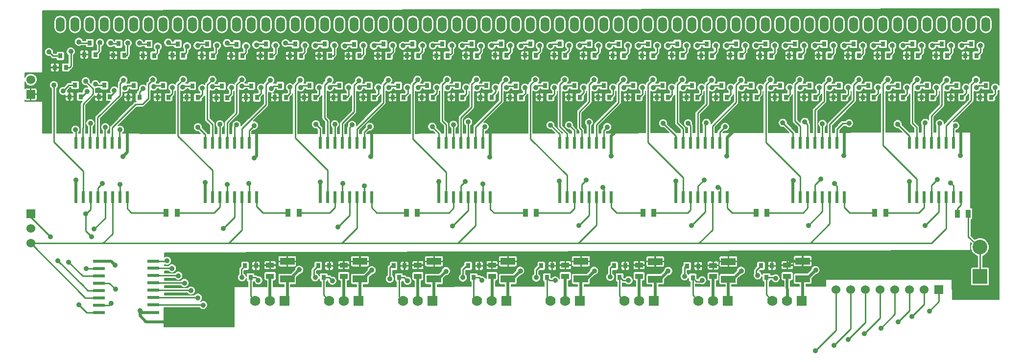
<source format=gbl>
G04 (created by PCBNEW (2013-07-07 BZR 4022)-stable) date 14/01/2016 17:53:05*
%MOIN*%
G04 Gerber Fmt 3.4, Leading zero omitted, Abs format*
%FSLAX34Y34*%
G01*
G70*
G90*
G04 APERTURE LIST*
%ADD10C,0.00590551*%
%ADD11R,0.023622X0.0787402*%
%ADD12R,0.0314961X0.0354331*%
%ADD13R,0.06X0.06*%
%ADD14C,0.06*%
%ADD15O,0.06X0.1*%
%ADD16R,0.0787402X0.023622*%
%ADD17R,0.1X0.05*%
%ADD18C,0.07*%
%ADD19R,0.07X0.07*%
%ADD20R,0.035X0.055*%
%ADD21R,0.055X0.035*%
%ADD22R,0.1X0.1*%
%ADD23C,0.1*%
%ADD24C,0.035*%
%ADD25C,0.01*%
%ADD26C,0.02*%
%ADD27C,0.006*%
G04 APERTURE END LIST*
G54D10*
G54D11*
X66588Y-41359D03*
X66092Y-41359D03*
X67088Y-41359D03*
X67588Y-41359D03*
X68088Y-41359D03*
X68588Y-41359D03*
X69088Y-41359D03*
X69592Y-41359D03*
X69592Y-45060D03*
X69092Y-45060D03*
X68592Y-45060D03*
X68092Y-45060D03*
X67592Y-45060D03*
X67092Y-45060D03*
X66592Y-45060D03*
X66092Y-45060D03*
G54D12*
X71060Y-34616D03*
X70685Y-35403D03*
X71434Y-35403D03*
X66050Y-37416D03*
X65675Y-38203D03*
X66424Y-38203D03*
X67050Y-34546D03*
X66675Y-35333D03*
X67424Y-35333D03*
X72040Y-37456D03*
X71665Y-38243D03*
X72414Y-38243D03*
X68040Y-37426D03*
X67665Y-38213D03*
X68414Y-38213D03*
X65050Y-35426D03*
X64675Y-36213D03*
X65424Y-36213D03*
X70050Y-37456D03*
X69675Y-38243D03*
X70424Y-38243D03*
X69020Y-34596D03*
X68645Y-35383D03*
X69394Y-35383D03*
G54D11*
X91308Y-41359D03*
X90812Y-41359D03*
X91808Y-41359D03*
X92308Y-41359D03*
X92808Y-41359D03*
X93308Y-41359D03*
X93808Y-41359D03*
X94312Y-41359D03*
X94312Y-45060D03*
X93812Y-45060D03*
X93312Y-45060D03*
X92812Y-45060D03*
X92312Y-45060D03*
X91812Y-45060D03*
X91312Y-45060D03*
X90812Y-45060D03*
X123328Y-41359D03*
X122832Y-41359D03*
X123828Y-41359D03*
X124328Y-41359D03*
X124828Y-41359D03*
X125328Y-41359D03*
X125828Y-41359D03*
X126332Y-41359D03*
X126332Y-45060D03*
X125832Y-45060D03*
X125332Y-45060D03*
X124832Y-45060D03*
X124332Y-45060D03*
X123832Y-45060D03*
X123332Y-45060D03*
X122832Y-45060D03*
X115418Y-41359D03*
X114922Y-41359D03*
X115918Y-41359D03*
X116418Y-41359D03*
X116918Y-41359D03*
X117418Y-41359D03*
X117918Y-41359D03*
X118422Y-41359D03*
X118422Y-45060D03*
X117922Y-45060D03*
X117422Y-45060D03*
X116922Y-45060D03*
X116422Y-45060D03*
X115922Y-45060D03*
X115422Y-45060D03*
X114922Y-45060D03*
X107428Y-41359D03*
X106932Y-41359D03*
X107928Y-41359D03*
X108428Y-41359D03*
X108928Y-41359D03*
X109428Y-41359D03*
X109928Y-41359D03*
X110432Y-41359D03*
X110432Y-45060D03*
X109932Y-45060D03*
X109432Y-45060D03*
X108932Y-45060D03*
X108432Y-45060D03*
X107932Y-45060D03*
X107432Y-45060D03*
X106932Y-45060D03*
X99528Y-41359D03*
X99032Y-41359D03*
X100028Y-41359D03*
X100528Y-41359D03*
X101028Y-41359D03*
X101528Y-41359D03*
X102028Y-41359D03*
X102532Y-41359D03*
X102532Y-45060D03*
X102032Y-45060D03*
X101532Y-45060D03*
X101032Y-45060D03*
X100532Y-45060D03*
X100032Y-45060D03*
X99532Y-45060D03*
X99032Y-45060D03*
X83228Y-41359D03*
X82732Y-41359D03*
X83728Y-41359D03*
X84228Y-41359D03*
X84728Y-41359D03*
X85228Y-41359D03*
X85728Y-41359D03*
X86232Y-41359D03*
X86232Y-45060D03*
X85732Y-45060D03*
X85232Y-45060D03*
X84732Y-45060D03*
X84232Y-45060D03*
X83732Y-45060D03*
X83232Y-45060D03*
X82732Y-45060D03*
X75398Y-41359D03*
X74902Y-41359D03*
X75898Y-41359D03*
X76398Y-41359D03*
X76898Y-41359D03*
X77398Y-41359D03*
X77898Y-41359D03*
X78402Y-41359D03*
X78402Y-45060D03*
X77902Y-45060D03*
X77402Y-45060D03*
X76902Y-45060D03*
X76402Y-45060D03*
X75902Y-45060D03*
X75402Y-45060D03*
X74902Y-45060D03*
G54D13*
X63030Y-38040D03*
G54D14*
X63030Y-37040D03*
G54D15*
X65040Y-33280D03*
X66040Y-33280D03*
X67040Y-33280D03*
X68040Y-33280D03*
X69040Y-33280D03*
X70040Y-33280D03*
X71040Y-33280D03*
X72040Y-33280D03*
X73040Y-33280D03*
X74040Y-33280D03*
X75040Y-33280D03*
X76040Y-33280D03*
X77040Y-33280D03*
X78040Y-33280D03*
X79040Y-33280D03*
X80040Y-33280D03*
X81040Y-33280D03*
X82040Y-33280D03*
X83040Y-33280D03*
X84040Y-33280D03*
X85040Y-33280D03*
X86040Y-33280D03*
X87040Y-33280D03*
X88040Y-33280D03*
X89040Y-33280D03*
X90040Y-33280D03*
X91040Y-33280D03*
X92040Y-33280D03*
X93040Y-33280D03*
X94040Y-33280D03*
X95040Y-33280D03*
X96040Y-33280D03*
X97040Y-33280D03*
X98040Y-33280D03*
X99040Y-33280D03*
X100040Y-33280D03*
X101040Y-33280D03*
X102040Y-33280D03*
X103040Y-33280D03*
X104040Y-33280D03*
X105040Y-33280D03*
X106040Y-33280D03*
X107040Y-33280D03*
X108040Y-33280D03*
X109040Y-33280D03*
X110040Y-33280D03*
X111040Y-33280D03*
X112040Y-33280D03*
X113040Y-33280D03*
X114040Y-33280D03*
X115040Y-33280D03*
X116040Y-33280D03*
X117040Y-33280D03*
X118040Y-33280D03*
X119040Y-33280D03*
X120040Y-33280D03*
X121040Y-33280D03*
X122040Y-33280D03*
X123040Y-33280D03*
X124040Y-33280D03*
X125040Y-33280D03*
X126040Y-33280D03*
X127040Y-33280D03*
X128040Y-33280D03*
G54D12*
X73040Y-34606D03*
X72665Y-35393D03*
X73414Y-35393D03*
X80020Y-37466D03*
X79645Y-38253D03*
X80394Y-38253D03*
X79040Y-34626D03*
X78665Y-35413D03*
X79414Y-35413D03*
X78050Y-37476D03*
X77675Y-38263D03*
X78424Y-38263D03*
X77050Y-34636D03*
X76675Y-35423D03*
X77424Y-35423D03*
X76040Y-37486D03*
X75665Y-38273D03*
X76414Y-38273D03*
X75050Y-34616D03*
X74675Y-35403D03*
X75424Y-35403D03*
X74030Y-37466D03*
X73655Y-38253D03*
X74404Y-38253D03*
X81050Y-34626D03*
X80675Y-35413D03*
X81424Y-35413D03*
X88040Y-37466D03*
X87665Y-38253D03*
X88414Y-38253D03*
X87040Y-34626D03*
X86665Y-35413D03*
X87414Y-35413D03*
X86040Y-37456D03*
X85665Y-38243D03*
X86414Y-38243D03*
X85030Y-34636D03*
X84655Y-35423D03*
X85404Y-35423D03*
X84030Y-37456D03*
X83655Y-38243D03*
X84404Y-38243D03*
X83040Y-34626D03*
X82665Y-35413D03*
X83414Y-35413D03*
X82020Y-37456D03*
X81645Y-38243D03*
X82394Y-38243D03*
X89020Y-34626D03*
X88645Y-35413D03*
X89394Y-35413D03*
X96030Y-37466D03*
X95655Y-38253D03*
X96404Y-38253D03*
X95030Y-34606D03*
X94655Y-35393D03*
X95404Y-35393D03*
X94030Y-37446D03*
X93655Y-38233D03*
X94404Y-38233D03*
X93030Y-34616D03*
X92655Y-35403D03*
X93404Y-35403D03*
X92040Y-37446D03*
X91665Y-38233D03*
X92414Y-38233D03*
X91030Y-34616D03*
X90655Y-35403D03*
X91404Y-35403D03*
X90020Y-37456D03*
X89645Y-38243D03*
X90394Y-38243D03*
X97040Y-34606D03*
X96665Y-35393D03*
X97414Y-35393D03*
X104040Y-37456D03*
X103665Y-38243D03*
X104414Y-38243D03*
X103030Y-34616D03*
X102655Y-35403D03*
X103404Y-35403D03*
X102030Y-37456D03*
X101655Y-38243D03*
X102404Y-38243D03*
X101030Y-34606D03*
X100655Y-35393D03*
X101404Y-35393D03*
X100030Y-37456D03*
X99655Y-38243D03*
X100404Y-38243D03*
X99040Y-34606D03*
X98665Y-35393D03*
X99414Y-35393D03*
X98030Y-37456D03*
X97655Y-38243D03*
X98404Y-38243D03*
X105030Y-34616D03*
X104655Y-35403D03*
X105404Y-35403D03*
X112050Y-37456D03*
X111675Y-38243D03*
X112424Y-38243D03*
X111030Y-34606D03*
X110655Y-35393D03*
X111404Y-35393D03*
X110040Y-37446D03*
X109665Y-38233D03*
X110414Y-38233D03*
X109040Y-34616D03*
X108665Y-35403D03*
X109414Y-35403D03*
X108040Y-37456D03*
X107665Y-38243D03*
X108414Y-38243D03*
X107040Y-34606D03*
X106665Y-35393D03*
X107414Y-35393D03*
X106030Y-37456D03*
X105655Y-38243D03*
X106404Y-38243D03*
X113050Y-34616D03*
X112675Y-35403D03*
X113424Y-35403D03*
X120040Y-37456D03*
X119665Y-38243D03*
X120414Y-38243D03*
X119030Y-34616D03*
X118655Y-35403D03*
X119404Y-35403D03*
X118040Y-37456D03*
X117665Y-38243D03*
X118414Y-38243D03*
X117030Y-34616D03*
X116655Y-35403D03*
X117404Y-35403D03*
X116050Y-37456D03*
X115675Y-38243D03*
X116424Y-38243D03*
X115030Y-34616D03*
X114655Y-35403D03*
X115404Y-35403D03*
X114050Y-37456D03*
X113675Y-38243D03*
X114424Y-38243D03*
X121040Y-34616D03*
X120665Y-35403D03*
X121414Y-35403D03*
X128030Y-37456D03*
X127655Y-38243D03*
X128404Y-38243D03*
X127030Y-34616D03*
X126655Y-35403D03*
X127404Y-35403D03*
X126040Y-37456D03*
X125665Y-38243D03*
X126414Y-38243D03*
X125030Y-34616D03*
X124655Y-35403D03*
X125404Y-35403D03*
X124040Y-37456D03*
X123665Y-38243D03*
X124414Y-38243D03*
X123040Y-34616D03*
X122665Y-35403D03*
X123414Y-35403D03*
X122030Y-37456D03*
X121655Y-38243D03*
X122404Y-38243D03*
G54D13*
X63030Y-46190D03*
G54D14*
X63030Y-47190D03*
X63030Y-48190D03*
G54D12*
X82970Y-50513D03*
X83344Y-49726D03*
X82595Y-49726D03*
X103120Y-50513D03*
X103494Y-49726D03*
X102745Y-49726D03*
X98160Y-50513D03*
X98534Y-49726D03*
X97785Y-49726D03*
X108090Y-50533D03*
X108464Y-49746D03*
X107715Y-49746D03*
X77990Y-50513D03*
X78364Y-49726D03*
X77615Y-49726D03*
X113110Y-50513D03*
X113484Y-49726D03*
X112735Y-49726D03*
X93180Y-50513D03*
X93554Y-49726D03*
X92805Y-49726D03*
X88100Y-50513D03*
X88474Y-49726D03*
X87725Y-49726D03*
G54D16*
X71360Y-49898D03*
X71360Y-49402D03*
X71360Y-50398D03*
X71360Y-50898D03*
X71360Y-51398D03*
X71360Y-51898D03*
X71360Y-52398D03*
X71360Y-52902D03*
X67659Y-52902D03*
X67659Y-52402D03*
X67659Y-51902D03*
X67659Y-51402D03*
X67659Y-50902D03*
X67659Y-50402D03*
X67659Y-49902D03*
X67659Y-49402D03*
G54D17*
X90480Y-50620D03*
X90480Y-49420D03*
X100480Y-50620D03*
X100480Y-49420D03*
X105540Y-50640D03*
X105540Y-49440D03*
X95510Y-50620D03*
X95510Y-49420D03*
X110520Y-50640D03*
X110520Y-49440D03*
X85440Y-50620D03*
X85440Y-49420D03*
X115570Y-50610D03*
X115570Y-49410D03*
X80490Y-50620D03*
X80490Y-49420D03*
G54D13*
X124850Y-51350D03*
G54D14*
X123850Y-51350D03*
X122850Y-51350D03*
X121850Y-51350D03*
X120850Y-51350D03*
X119850Y-51350D03*
X118850Y-51350D03*
X117850Y-51350D03*
G54D18*
X88380Y-52100D03*
X89380Y-52100D03*
G54D19*
X90380Y-52100D03*
G54D18*
X113500Y-52100D03*
X114500Y-52100D03*
G54D19*
X115500Y-52100D03*
G54D18*
X98420Y-52100D03*
X99420Y-52100D03*
G54D19*
X100420Y-52100D03*
G54D18*
X83340Y-52100D03*
X84340Y-52100D03*
G54D19*
X85340Y-52100D03*
G54D18*
X108480Y-52110D03*
X109480Y-52110D03*
G54D19*
X110480Y-52110D03*
G54D18*
X78320Y-52100D03*
X79320Y-52100D03*
G54D19*
X80320Y-52100D03*
G54D18*
X93420Y-52100D03*
X94420Y-52100D03*
G54D19*
X95420Y-52100D03*
G54D18*
X103440Y-52100D03*
X104440Y-52100D03*
G54D19*
X105440Y-52100D03*
G54D20*
X126845Y-46180D03*
X126095Y-46180D03*
X73005Y-46110D03*
X72255Y-46110D03*
X81305Y-46110D03*
X80555Y-46110D03*
X89355Y-46110D03*
X88605Y-46110D03*
X97445Y-46110D03*
X96695Y-46110D03*
X105445Y-46110D03*
X104695Y-46110D03*
X113155Y-46110D03*
X112405Y-46110D03*
X121235Y-46110D03*
X120485Y-46110D03*
G54D21*
X84340Y-49685D03*
X84340Y-50435D03*
X79320Y-49685D03*
X79320Y-50435D03*
X89380Y-49685D03*
X89380Y-50435D03*
X114520Y-49685D03*
X114520Y-50435D03*
X109480Y-49705D03*
X109480Y-50455D03*
X104440Y-49685D03*
X104440Y-50435D03*
X99420Y-49685D03*
X99420Y-50435D03*
X94430Y-49685D03*
X94430Y-50435D03*
G54D22*
X127650Y-50460D03*
G54D23*
X127650Y-48460D03*
G54D24*
X124210Y-52800D03*
X123020Y-53180D03*
X122080Y-53560D03*
X120890Y-53970D03*
X119760Y-54360D03*
X118680Y-54750D03*
X117710Y-55140D03*
X116430Y-55520D03*
X66820Y-49920D03*
X72300Y-49380D03*
X72640Y-49900D03*
X73080Y-50400D03*
X73490Y-50900D03*
X73940Y-51410D03*
X74400Y-51900D03*
X74760Y-52400D03*
X64380Y-47760D03*
X66320Y-52370D03*
X70470Y-52780D03*
X126300Y-42220D03*
X118370Y-42230D03*
X110410Y-42260D03*
X102530Y-42240D03*
X94270Y-42300D03*
X86180Y-42270D03*
X78250Y-42390D03*
X69300Y-42290D03*
X64880Y-49370D03*
X67350Y-47210D03*
X76140Y-47190D03*
X83950Y-47080D03*
X91750Y-47000D03*
X123910Y-46970D03*
X115960Y-46970D03*
X108000Y-46970D03*
X100340Y-46970D03*
X103410Y-37580D03*
X104680Y-37580D03*
X93400Y-37580D03*
X101410Y-37580D03*
X104400Y-34730D03*
X107430Y-37580D03*
X108690Y-37580D03*
X108410Y-34730D03*
X105670Y-34730D03*
X105410Y-37580D03*
X106680Y-37580D03*
X107670Y-34730D03*
X106410Y-34730D03*
X102410Y-34730D03*
X119680Y-34730D03*
X87400Y-37580D03*
X88680Y-37580D03*
X85390Y-37590D03*
X86690Y-37590D03*
X81690Y-34720D03*
X86390Y-34730D03*
X87680Y-34710D03*
X85680Y-34720D03*
X84400Y-34740D03*
X83390Y-37570D03*
X80380Y-34560D03*
X82680Y-37590D03*
X81400Y-37580D03*
X83690Y-34720D03*
X82400Y-34720D03*
X84680Y-37570D03*
X92680Y-37580D03*
X89390Y-37580D03*
X91690Y-34730D03*
X90400Y-34720D03*
X90670Y-37580D03*
X91400Y-37580D03*
X93680Y-34740D03*
X92400Y-34730D03*
X96680Y-37580D03*
X89690Y-34730D03*
X88380Y-34730D03*
X94680Y-37580D03*
X95680Y-34730D03*
X94400Y-34730D03*
X95400Y-37580D03*
X124400Y-34730D03*
X125680Y-34730D03*
X125410Y-37580D03*
X126690Y-37580D03*
X122680Y-37580D03*
X123680Y-34730D03*
X122400Y-34730D03*
X124680Y-37580D03*
X123400Y-37580D03*
X121680Y-34730D03*
X120400Y-34730D03*
X121400Y-37580D03*
X126400Y-34730D03*
X127680Y-34730D03*
X127400Y-37590D03*
X128680Y-37580D03*
X117400Y-37580D03*
X67160Y-47740D03*
X66770Y-46190D03*
X112690Y-37590D03*
X111420Y-37580D03*
X109680Y-34730D03*
X110680Y-37580D03*
X109410Y-37580D03*
X111670Y-34730D03*
X110410Y-34730D03*
X114400Y-34730D03*
X114690Y-37580D03*
X113410Y-37580D03*
X115680Y-34730D03*
X112400Y-34720D03*
X116690Y-37580D03*
X115410Y-37580D03*
X117680Y-34720D03*
X119410Y-37580D03*
X120690Y-37580D03*
X116410Y-34730D03*
X113680Y-34730D03*
X118680Y-37580D03*
X118400Y-34730D03*
X70670Y-37650D03*
X68460Y-34550D03*
X69630Y-34560D03*
X67430Y-37350D03*
X68720Y-37790D03*
X66300Y-34470D03*
X67740Y-34510D03*
X65240Y-37820D03*
X66860Y-37850D03*
X64280Y-35160D03*
X71390Y-37520D03*
X72670Y-37580D03*
X70440Y-34560D03*
X71680Y-34800D03*
X65760Y-35130D03*
X67910Y-44110D03*
X69090Y-44190D03*
X69450Y-37620D03*
X76400Y-44180D03*
X93790Y-44150D03*
X84280Y-44100D03*
X100830Y-43880D03*
X101980Y-44370D03*
X92590Y-43990D03*
X77860Y-44120D03*
X117730Y-44120D03*
X108860Y-43870D03*
X124750Y-43840D03*
X125640Y-44070D03*
X75390Y-37510D03*
X76690Y-37580D03*
X74390Y-34710D03*
X75710Y-34720D03*
X73380Y-37540D03*
X74710Y-37630D03*
X72390Y-34520D03*
X73680Y-34770D03*
X79390Y-37660D03*
X80680Y-37560D03*
X78390Y-34670D03*
X79690Y-34710D03*
X78700Y-37580D03*
X76390Y-34550D03*
X77690Y-34770D03*
X77400Y-37490D03*
X109790Y-44370D03*
X116820Y-43830D03*
X85730Y-44270D03*
X107530Y-50450D03*
X108730Y-50720D03*
X102470Y-50490D03*
X103720Y-50720D03*
X65620Y-49480D03*
X68790Y-51320D03*
X68520Y-52270D03*
X112520Y-50380D03*
X113730Y-50580D03*
X82390Y-50520D03*
X83560Y-50740D03*
X78520Y-50710D03*
X77400Y-50510D03*
X92450Y-50530D03*
X97440Y-50530D03*
X98730Y-50730D03*
X87480Y-50610D03*
X88680Y-50750D03*
X93750Y-50730D03*
X100400Y-34730D03*
X101680Y-34730D03*
X102670Y-37580D03*
X99680Y-34720D03*
X98400Y-34740D03*
X99400Y-37580D03*
X100680Y-37580D03*
X96390Y-34750D03*
X97680Y-34730D03*
X98680Y-37580D03*
X97410Y-37580D03*
X103680Y-34730D03*
X64610Y-37410D03*
X74400Y-40280D03*
X75390Y-37040D03*
X75900Y-40090D03*
X77390Y-37040D03*
X77040Y-40130D03*
X79350Y-37080D03*
X78230Y-40170D03*
X81380Y-37090D03*
X82440Y-40080D03*
X83360Y-37070D03*
X66080Y-40440D03*
X83730Y-40090D03*
X85370Y-37100D03*
X84900Y-40130D03*
X87360Y-37080D03*
X86100Y-40240D03*
X89360Y-37050D03*
X90360Y-40250D03*
X91370Y-37050D03*
X91810Y-40110D03*
X93360Y-37040D03*
X66770Y-37150D03*
X92800Y-39930D03*
X95370Y-37040D03*
X93930Y-40260D03*
X97380Y-37060D03*
X98410Y-40140D03*
X99370Y-37060D03*
X99670Y-40140D03*
X101380Y-37060D03*
X101030Y-39960D03*
X103380Y-37050D03*
X67090Y-40010D03*
X102270Y-40270D03*
X105380Y-37050D03*
X106080Y-40020D03*
X107380Y-37050D03*
X107780Y-40020D03*
X109370Y-37070D03*
X109020Y-39990D03*
X111380Y-37090D03*
X110290Y-40260D03*
X113380Y-37060D03*
X69350Y-37070D03*
X114220Y-39980D03*
X115380Y-37060D03*
X115720Y-39920D03*
X117380Y-37050D03*
X116920Y-40060D03*
X119390Y-37060D03*
X118730Y-40020D03*
X121360Y-37040D03*
X122030Y-40070D03*
X123360Y-37060D03*
X68100Y-40280D03*
X123920Y-39980D03*
X125380Y-37070D03*
X124900Y-40030D03*
X127370Y-37070D03*
X125960Y-40190D03*
X71340Y-37060D03*
X69100Y-40450D03*
X73400Y-37040D03*
X68780Y-49690D03*
X116460Y-50010D03*
X111390Y-50070D03*
X106420Y-50090D03*
X101400Y-50090D03*
X96360Y-50080D03*
X91300Y-50100D03*
X86250Y-50020D03*
X81320Y-49990D03*
X122830Y-43980D03*
X114930Y-43920D03*
X106930Y-43940D03*
X99020Y-43950D03*
X90820Y-43970D03*
X82740Y-44020D03*
X66120Y-43870D03*
X74910Y-44060D03*
G54D25*
X124850Y-52160D02*
X124850Y-51350D01*
X124210Y-52800D02*
X124850Y-52160D01*
G54D26*
X114520Y-50435D02*
X114530Y-52070D01*
X114530Y-52070D02*
X114500Y-52100D01*
G54D25*
X114530Y-52070D02*
X114500Y-52100D01*
X123850Y-52350D02*
X123850Y-51350D01*
X123020Y-53180D02*
X123850Y-52350D01*
G54D26*
X109480Y-50455D02*
X109480Y-52110D01*
G54D25*
X122850Y-52790D02*
X122850Y-51350D01*
X122080Y-53560D02*
X122850Y-52790D01*
G54D26*
X104440Y-50435D02*
X104440Y-52100D01*
G54D25*
X121850Y-53010D02*
X121850Y-51350D01*
X120890Y-53970D02*
X121850Y-53010D01*
G54D26*
X99420Y-52100D02*
X99420Y-50435D01*
G54D25*
X120850Y-53270D02*
X120850Y-51350D01*
X119760Y-54360D02*
X120850Y-53270D01*
G54D26*
X94430Y-50435D02*
X94430Y-52090D01*
X94430Y-52090D02*
X94420Y-52100D01*
G54D25*
X119850Y-53580D02*
X119850Y-51350D01*
X118680Y-54750D02*
X119850Y-53580D01*
G54D26*
X89380Y-50435D02*
X89380Y-52100D01*
G54D25*
X118850Y-54000D02*
X118850Y-51350D01*
X117710Y-55140D02*
X118850Y-54000D01*
G54D26*
X84340Y-50435D02*
X84340Y-52100D01*
G54D25*
X117850Y-54100D02*
X117850Y-51350D01*
X116430Y-55520D02*
X117850Y-54100D01*
G54D26*
X79320Y-50435D02*
X79320Y-52100D01*
G54D25*
X126332Y-45060D02*
X126332Y-45577D01*
X126095Y-45815D02*
X126095Y-46180D01*
X126332Y-45577D02*
X126095Y-45815D01*
X67659Y-49902D02*
X66837Y-49902D01*
X66837Y-49902D02*
X66820Y-49920D01*
X72277Y-49402D02*
X71360Y-49402D01*
X72300Y-49380D02*
X72277Y-49402D01*
X72638Y-49898D02*
X71360Y-49898D01*
X72640Y-49900D02*
X72638Y-49898D01*
X73078Y-50398D02*
X71360Y-50398D01*
X73080Y-50400D02*
X73078Y-50398D01*
X73488Y-50898D02*
X71360Y-50898D01*
X73490Y-50900D02*
X73488Y-50898D01*
X73928Y-51398D02*
X71360Y-51398D01*
X73940Y-51410D02*
X73928Y-51398D01*
X74398Y-51898D02*
X71360Y-51898D01*
X74400Y-51900D02*
X74398Y-51898D01*
X74758Y-52398D02*
X71360Y-52398D01*
X74760Y-52400D02*
X74758Y-52398D01*
X63030Y-46190D02*
X63030Y-46410D01*
X63030Y-46410D02*
X64380Y-47760D01*
X67659Y-52902D02*
X66852Y-52902D01*
X66852Y-52902D02*
X66320Y-52370D01*
G54D26*
X70470Y-52780D02*
X70470Y-53130D01*
X72280Y-53540D02*
X72290Y-53550D01*
X70880Y-53540D02*
X72280Y-53540D01*
X70470Y-53130D02*
X70880Y-53540D01*
X70592Y-52902D02*
X71360Y-52902D01*
X70470Y-52780D02*
X70592Y-52902D01*
X115570Y-49410D02*
X114795Y-49410D01*
X114795Y-49410D02*
X114520Y-49685D01*
X126332Y-41359D02*
X126332Y-40457D01*
X126332Y-40457D02*
X126340Y-40450D01*
X126332Y-42187D02*
X126332Y-41359D01*
X126300Y-42220D02*
X126332Y-42187D01*
X118422Y-41359D02*
X118422Y-40422D01*
X118422Y-40422D02*
X118410Y-40410D01*
X118422Y-42177D02*
X118422Y-41359D01*
X118370Y-42230D02*
X118422Y-42177D01*
X110432Y-41359D02*
X110432Y-40967D01*
X111030Y-40370D02*
X111030Y-40250D01*
X110432Y-40967D02*
X111030Y-40370D01*
X110432Y-42237D02*
X110432Y-41359D01*
X110410Y-42260D02*
X110432Y-42237D01*
X102532Y-41359D02*
X102532Y-40877D01*
X102910Y-40500D02*
X102910Y-40030D01*
X102532Y-40877D02*
X102910Y-40500D01*
X102532Y-42237D02*
X102532Y-41359D01*
X102530Y-42240D02*
X102532Y-42237D01*
X94312Y-41359D02*
X94312Y-40452D01*
X94312Y-40452D02*
X94310Y-40450D01*
X94312Y-42257D02*
X94312Y-41359D01*
X94270Y-42300D02*
X94312Y-42257D01*
X86232Y-41359D02*
X86232Y-40642D01*
X86232Y-40642D02*
X86230Y-40640D01*
X86232Y-42217D02*
X86232Y-41359D01*
X86180Y-42270D02*
X86232Y-42217D01*
X69592Y-41359D02*
X69592Y-40592D01*
X69592Y-40592D02*
X69590Y-40590D01*
X78402Y-41359D02*
X78402Y-40647D01*
X78402Y-40647D02*
X78470Y-40580D01*
X78250Y-42390D02*
X78402Y-42237D01*
X78402Y-42237D02*
X78402Y-41359D01*
X69300Y-42290D02*
X69592Y-41997D01*
X69592Y-41997D02*
X69592Y-41359D01*
G54D25*
X78402Y-42237D02*
X78402Y-41359D01*
X69592Y-41997D02*
X69592Y-41359D01*
X66565Y-51055D02*
X64880Y-49370D01*
X67659Y-51402D02*
X66912Y-51402D01*
X66912Y-51402D02*
X66565Y-51055D01*
X66565Y-51055D02*
X66550Y-51040D01*
X67350Y-47210D02*
X68092Y-46467D01*
X68092Y-46467D02*
X68092Y-45060D01*
X76140Y-47190D02*
X76902Y-46427D01*
X76902Y-46427D02*
X76902Y-45060D01*
X83950Y-47080D02*
X84732Y-46297D01*
X84732Y-46297D02*
X84732Y-45060D01*
X91750Y-47000D02*
X92812Y-45937D01*
X92812Y-45937D02*
X92812Y-45060D01*
X124832Y-46047D02*
X124832Y-45060D01*
X123910Y-46970D02*
X124832Y-46047D01*
X116922Y-46007D02*
X116922Y-45060D01*
X115960Y-46970D02*
X116922Y-46007D01*
X108932Y-46037D02*
X108932Y-45060D01*
X108000Y-46970D02*
X108932Y-46037D01*
X101032Y-46277D02*
X101032Y-45060D01*
X100340Y-46970D02*
X101032Y-46277D01*
X103533Y-37456D02*
X104040Y-37456D01*
X103410Y-37580D02*
X103533Y-37456D01*
X104466Y-38243D02*
X104414Y-38243D01*
X104680Y-38030D02*
X104466Y-38243D01*
X104680Y-37580D02*
X104680Y-38030D01*
X93533Y-37446D02*
X94030Y-37446D01*
X93400Y-37580D02*
X93533Y-37446D01*
X101533Y-37456D02*
X102030Y-37456D01*
X101410Y-37580D02*
X101533Y-37456D01*
X104513Y-34616D02*
X105030Y-34616D01*
X104400Y-34730D02*
X104513Y-34616D01*
X107553Y-37456D02*
X108040Y-37456D01*
X107430Y-37580D02*
X107553Y-37456D01*
X108670Y-37987D02*
X108414Y-38243D01*
X108670Y-37600D02*
X108670Y-37987D01*
X108690Y-37580D02*
X108670Y-37600D01*
X108523Y-34616D02*
X109040Y-34616D01*
X108410Y-34730D02*
X108523Y-34616D01*
X105446Y-35403D02*
X105404Y-35403D01*
X105670Y-35180D02*
X105446Y-35403D01*
X105670Y-34730D02*
X105670Y-35180D01*
X105533Y-37456D02*
X106030Y-37456D01*
X105410Y-37580D02*
X105533Y-37456D01*
X106506Y-38243D02*
X106404Y-38243D01*
X106680Y-38070D02*
X106506Y-38243D01*
X106680Y-37580D02*
X106680Y-38070D01*
X107414Y-35375D02*
X107414Y-35393D01*
X107670Y-35120D02*
X107414Y-35375D01*
X107670Y-34730D02*
X107670Y-35120D01*
X106533Y-34606D02*
X107040Y-34606D01*
X106410Y-34730D02*
X106533Y-34606D01*
X102523Y-34616D02*
X103030Y-34616D01*
X102410Y-34730D02*
X102523Y-34616D01*
X119526Y-35403D02*
X119404Y-35403D01*
X119680Y-35250D02*
X119526Y-35403D01*
X119680Y-34730D02*
X119680Y-35250D01*
X87513Y-37466D02*
X88040Y-37466D01*
X87400Y-37580D02*
X87513Y-37466D01*
X88690Y-37977D02*
X88414Y-38253D01*
X88690Y-37590D02*
X88690Y-37977D01*
X88680Y-37580D02*
X88690Y-37590D01*
X85523Y-37456D02*
X86040Y-37456D01*
X85390Y-37590D02*
X85523Y-37456D01*
X86456Y-38243D02*
X86414Y-38243D01*
X86690Y-38010D02*
X86456Y-38243D01*
X86690Y-37590D02*
X86690Y-38010D01*
X81680Y-35157D02*
X81424Y-35413D01*
X81680Y-34730D02*
X81680Y-35157D01*
X81690Y-34720D02*
X81680Y-34730D01*
X86493Y-34626D02*
X87040Y-34626D01*
X86390Y-34730D02*
X86493Y-34626D01*
X87690Y-35137D02*
X87414Y-35413D01*
X87690Y-34720D02*
X87690Y-35137D01*
X87680Y-34710D02*
X87690Y-34720D01*
X85556Y-35423D02*
X85404Y-35423D01*
X85680Y-35300D02*
X85556Y-35423D01*
X85680Y-35120D02*
X85680Y-35300D01*
X85680Y-34720D02*
X85680Y-35120D01*
X84503Y-34636D02*
X85030Y-34636D01*
X84400Y-34740D02*
X84503Y-34636D01*
X83503Y-37456D02*
X84030Y-37456D01*
X83390Y-37570D02*
X83503Y-37456D01*
X80446Y-34626D02*
X81050Y-34626D01*
X80380Y-34560D02*
X80446Y-34626D01*
X82486Y-38243D02*
X82394Y-38243D01*
X82680Y-38050D02*
X82486Y-38243D01*
X82680Y-37590D02*
X82680Y-38050D01*
X81523Y-37456D02*
X82020Y-37456D01*
X81400Y-37580D02*
X81523Y-37456D01*
X83626Y-35413D02*
X83414Y-35413D01*
X83690Y-35350D02*
X83626Y-35413D01*
X83690Y-34720D02*
X83690Y-35350D01*
X82493Y-34626D02*
X83040Y-34626D01*
X82400Y-34720D02*
X82493Y-34626D01*
X84556Y-38243D02*
X84404Y-38243D01*
X84680Y-38120D02*
X84556Y-38243D01*
X84680Y-37910D02*
X84680Y-38120D01*
X84680Y-37570D02*
X84680Y-37910D01*
X92456Y-38233D02*
X92414Y-38233D01*
X92680Y-38010D02*
X92456Y-38233D01*
X92680Y-37580D02*
X92680Y-38010D01*
X89513Y-37456D02*
X90020Y-37456D01*
X89390Y-37580D02*
X89513Y-37456D01*
X91477Y-35330D02*
X91404Y-35403D01*
X91610Y-35330D02*
X91477Y-35330D01*
X91690Y-35250D02*
X91610Y-35330D01*
X91690Y-35060D02*
X91690Y-35250D01*
X91690Y-34730D02*
X91690Y-35060D01*
X90503Y-34616D02*
X91030Y-34616D01*
X90400Y-34720D02*
X90503Y-34616D01*
X90394Y-38215D02*
X90394Y-38243D01*
X90670Y-37940D02*
X90394Y-38215D01*
X90670Y-37580D02*
X90670Y-37940D01*
X91533Y-37446D02*
X92040Y-37446D01*
X91400Y-37580D02*
X91533Y-37446D01*
X93670Y-35137D02*
X93404Y-35403D01*
X93670Y-34750D02*
X93670Y-35137D01*
X93680Y-34740D02*
X93670Y-34750D01*
X92513Y-34616D02*
X93030Y-34616D01*
X92400Y-34730D02*
X92513Y-34616D01*
X96690Y-37967D02*
X96404Y-38253D01*
X96690Y-37590D02*
X96690Y-37967D01*
X96680Y-37580D02*
X96690Y-37590D01*
X89680Y-35127D02*
X89394Y-35413D01*
X89680Y-34740D02*
X89680Y-35127D01*
X89690Y-34730D02*
X89680Y-34740D01*
X89013Y-34620D02*
X89020Y-34626D01*
X88490Y-34620D02*
X89013Y-34620D01*
X88380Y-34730D02*
X88490Y-34620D01*
X94404Y-38155D02*
X94404Y-38233D01*
X94680Y-37880D02*
X94404Y-38155D01*
X94680Y-37580D02*
X94680Y-37880D01*
X95426Y-35393D02*
X95404Y-35393D01*
X95680Y-35140D02*
X95426Y-35393D01*
X95680Y-34730D02*
X95680Y-35140D01*
X94523Y-34606D02*
X95030Y-34606D01*
X94400Y-34730D02*
X94523Y-34606D01*
X95513Y-37466D02*
X96030Y-37466D01*
X95400Y-37580D02*
X95513Y-37466D01*
X124513Y-34616D02*
X125030Y-34616D01*
X124400Y-34730D02*
X124513Y-34616D01*
X125466Y-35403D02*
X125404Y-35403D01*
X125680Y-35190D02*
X125466Y-35403D01*
X125680Y-34730D02*
X125680Y-35190D01*
X125533Y-37456D02*
X126040Y-37456D01*
X125410Y-37580D02*
X125533Y-37456D01*
X126700Y-37957D02*
X126414Y-38243D01*
X126700Y-37590D02*
X126700Y-37957D01*
X126690Y-37580D02*
X126700Y-37590D01*
X122456Y-38243D02*
X122404Y-38243D01*
X122680Y-38020D02*
X122456Y-38243D01*
X122680Y-37580D02*
X122680Y-38020D01*
X123456Y-35403D02*
X123414Y-35403D01*
X123680Y-35180D02*
X123456Y-35403D01*
X123680Y-34730D02*
X123680Y-35180D01*
X122513Y-34616D02*
X123040Y-34616D01*
X122400Y-34730D02*
X122513Y-34616D01*
X124496Y-38243D02*
X124414Y-38243D01*
X124680Y-38060D02*
X124496Y-38243D01*
X124680Y-37580D02*
X124680Y-38060D01*
X123523Y-37456D02*
X124040Y-37456D01*
X123400Y-37580D02*
X123523Y-37456D01*
X121446Y-35403D02*
X121414Y-35403D01*
X121680Y-35170D02*
X121446Y-35403D01*
X121680Y-34730D02*
X121680Y-35170D01*
X120513Y-34616D02*
X121040Y-34616D01*
X120400Y-34730D02*
X120513Y-34616D01*
X121523Y-37456D02*
X122030Y-37456D01*
X121400Y-37580D02*
X121523Y-37456D01*
X126513Y-34616D02*
X127030Y-34616D01*
X126400Y-34730D02*
X126513Y-34616D01*
X127426Y-35403D02*
X127404Y-35403D01*
X127680Y-35150D02*
X127426Y-35403D01*
X127680Y-34730D02*
X127680Y-35150D01*
X127533Y-37456D02*
X128030Y-37456D01*
X127400Y-37590D02*
X127533Y-37456D01*
X128446Y-38243D02*
X128404Y-38243D01*
X128680Y-38010D02*
X128446Y-38243D01*
X128680Y-37580D02*
X128680Y-38010D01*
X117523Y-37456D02*
X118040Y-37456D01*
X117400Y-37580D02*
X117523Y-37456D01*
X86580Y-46110D02*
X88605Y-46110D01*
X86232Y-45762D02*
X86580Y-46110D01*
X86580Y-46110D02*
X86570Y-46100D01*
X86232Y-45060D02*
X86232Y-45762D01*
X94570Y-46130D02*
X96675Y-46130D01*
X96675Y-46130D02*
X96695Y-46110D01*
X94312Y-45060D02*
X94312Y-45872D01*
X94312Y-45872D02*
X94570Y-46130D01*
X94570Y-46130D02*
X94550Y-46110D01*
X104695Y-46110D02*
X102890Y-46110D01*
X102890Y-46110D02*
X102740Y-45960D01*
X102532Y-45060D02*
X102532Y-45752D01*
X102532Y-45752D02*
X102740Y-45960D01*
X112405Y-46110D02*
X110770Y-46110D01*
X110770Y-46110D02*
X110432Y-45772D01*
X110432Y-45060D02*
X110432Y-45772D01*
X110432Y-45772D02*
X110432Y-45792D01*
X120485Y-46110D02*
X118780Y-46110D01*
X118780Y-46110D02*
X118422Y-45752D01*
X118422Y-45060D02*
X118422Y-45752D01*
X66760Y-46200D02*
X66760Y-47340D01*
X66760Y-47340D02*
X67160Y-47740D01*
X66770Y-46190D02*
X66760Y-46200D01*
X66760Y-46200D02*
X67092Y-45867D01*
X67092Y-45867D02*
X67092Y-45060D01*
X72255Y-46110D02*
X69880Y-46110D01*
X69592Y-45822D02*
X69780Y-46010D01*
X69592Y-45822D02*
X69592Y-45060D01*
X69880Y-46110D02*
X69780Y-46010D01*
X112466Y-38243D02*
X112424Y-38243D01*
X112690Y-38020D02*
X112466Y-38243D01*
X112690Y-37590D02*
X112690Y-38020D01*
X111543Y-37456D02*
X112050Y-37456D01*
X111420Y-37580D02*
X111543Y-37456D01*
X109690Y-35127D02*
X109414Y-35403D01*
X109690Y-34740D02*
X109690Y-35127D01*
X109680Y-34730D02*
X109690Y-34740D01*
X110486Y-38233D02*
X110414Y-38233D01*
X110680Y-38040D02*
X110486Y-38233D01*
X110680Y-37580D02*
X110680Y-38040D01*
X109543Y-37446D02*
X110040Y-37446D01*
X109410Y-37580D02*
X109543Y-37446D01*
X111660Y-35137D02*
X111404Y-35393D01*
X111660Y-34740D02*
X111660Y-35137D01*
X111670Y-34730D02*
X111660Y-34740D01*
X110533Y-34606D02*
X111030Y-34606D01*
X110410Y-34730D02*
X110533Y-34606D01*
X114513Y-34616D02*
X115030Y-34616D01*
X114400Y-34730D02*
X114513Y-34616D01*
X114496Y-38243D02*
X114424Y-38243D01*
X114690Y-38050D02*
X114496Y-38243D01*
X114690Y-37580D02*
X114690Y-38050D01*
X113533Y-37456D02*
X114050Y-37456D01*
X113410Y-37580D02*
X113533Y-37456D01*
X115670Y-35137D02*
X115404Y-35403D01*
X115670Y-34740D02*
X115670Y-35137D01*
X115680Y-34730D02*
X115670Y-34740D01*
X112503Y-34616D02*
X113050Y-34616D01*
X112400Y-34720D02*
X112503Y-34616D01*
X116426Y-38243D02*
X116424Y-38243D01*
X116690Y-37980D02*
X116426Y-38243D01*
X116690Y-37580D02*
X116690Y-37980D01*
X115410Y-37580D02*
X115533Y-37456D01*
X115533Y-37456D02*
X116050Y-37456D01*
X117476Y-35403D02*
X117404Y-35403D01*
X117680Y-35200D02*
X117476Y-35403D01*
X117680Y-34720D02*
X117680Y-35200D01*
X119533Y-37456D02*
X120040Y-37456D01*
X119410Y-37580D02*
X119533Y-37456D01*
X120416Y-38243D02*
X120414Y-38243D01*
X120690Y-37970D02*
X120416Y-38243D01*
X120690Y-37580D02*
X120690Y-37970D01*
X116523Y-34616D02*
X117030Y-34616D01*
X116410Y-34730D02*
X116523Y-34616D01*
X113466Y-35403D02*
X113424Y-35403D01*
X113680Y-35190D02*
X113466Y-35403D01*
X113680Y-34730D02*
X113680Y-35190D01*
X118486Y-38243D02*
X118414Y-38243D01*
X118680Y-38050D02*
X118486Y-38243D01*
X118680Y-37580D02*
X118680Y-38050D01*
X118513Y-34616D02*
X119030Y-34616D01*
X118400Y-34730D02*
X118513Y-34616D01*
X70424Y-38243D02*
X70424Y-37895D01*
X70424Y-37895D02*
X70670Y-37650D01*
X68506Y-34596D02*
X69020Y-34596D01*
X68460Y-34550D02*
X68506Y-34596D01*
X69586Y-35383D02*
X69394Y-35383D01*
X69610Y-35360D02*
X69586Y-35383D01*
X69610Y-34580D02*
X69610Y-35360D01*
X69630Y-34560D02*
X69610Y-34580D01*
X67506Y-37426D02*
X68040Y-37426D01*
X67430Y-37350D02*
X67506Y-37426D01*
X68710Y-37917D02*
X68414Y-38213D01*
X68710Y-37800D02*
X68710Y-37917D01*
X68720Y-37790D02*
X68710Y-37800D01*
X66376Y-34546D02*
X67050Y-34546D01*
X66300Y-34470D02*
X66376Y-34546D01*
X67680Y-35077D02*
X67424Y-35333D01*
X67680Y-34570D02*
X67680Y-35077D01*
X67740Y-34510D02*
X67680Y-34570D01*
X65643Y-37416D02*
X66050Y-37416D01*
X65240Y-37820D02*
X65643Y-37416D01*
X66506Y-38203D02*
X66424Y-38203D01*
X66860Y-37850D02*
X66506Y-38203D01*
X64546Y-35426D02*
X65050Y-35426D01*
X64280Y-35160D02*
X64546Y-35426D01*
X71453Y-37456D02*
X72040Y-37456D01*
X71390Y-37520D02*
X71453Y-37456D01*
X72670Y-37580D02*
X72670Y-37987D01*
X72670Y-37987D02*
X72414Y-38243D01*
X70496Y-34616D02*
X71060Y-34616D01*
X70440Y-34560D02*
X70496Y-34616D01*
X71650Y-35187D02*
X71434Y-35403D01*
X71650Y-34830D02*
X71650Y-35187D01*
X71680Y-34800D02*
X71650Y-34830D01*
X73005Y-46110D02*
X75500Y-46110D01*
X75902Y-45707D02*
X75902Y-45060D01*
X75600Y-46010D02*
X75902Y-45707D01*
X75500Y-46110D02*
X75600Y-46010D01*
X80555Y-46110D02*
X78830Y-46110D01*
X78402Y-45682D02*
X78760Y-46040D01*
X78402Y-45682D02*
X78402Y-45060D01*
X78830Y-46110D02*
X78760Y-46040D01*
X65666Y-36213D02*
X65424Y-36213D01*
X65760Y-36120D02*
X65666Y-36213D01*
X65760Y-35130D02*
X65760Y-36120D01*
X121235Y-46110D02*
X123470Y-46110D01*
X123832Y-45747D02*
X123832Y-45060D01*
X123470Y-46110D02*
X123832Y-45747D01*
X113155Y-46110D02*
X115610Y-46110D01*
X115922Y-45797D02*
X115922Y-45060D01*
X115610Y-46110D02*
X115922Y-45797D01*
X107550Y-46110D02*
X107740Y-46110D01*
X107932Y-45917D02*
X107932Y-45060D01*
X107740Y-46110D02*
X107932Y-45917D01*
X105445Y-46110D02*
X107550Y-46110D01*
X107550Y-46110D02*
X107570Y-46110D01*
X107932Y-45737D02*
X107932Y-45060D01*
X97445Y-46110D02*
X99730Y-46110D01*
X100032Y-45807D02*
X100032Y-45060D01*
X99730Y-46110D02*
X100032Y-45807D01*
X89355Y-46110D02*
X91500Y-46110D01*
X91510Y-46100D02*
X91812Y-45797D01*
X91812Y-45797D02*
X91812Y-45060D01*
X91500Y-46110D02*
X91510Y-46100D01*
X81305Y-46110D02*
X83380Y-46110D01*
X83732Y-45757D02*
X83732Y-45060D01*
X83450Y-46040D02*
X83732Y-45757D01*
X83380Y-46110D02*
X83450Y-46040D01*
X67592Y-45060D02*
X67592Y-44427D01*
X67592Y-44427D02*
X67910Y-44110D01*
X69092Y-44192D02*
X69092Y-45060D01*
X69090Y-44190D02*
X69092Y-44192D01*
X69613Y-37456D02*
X70050Y-37456D01*
X69450Y-37620D02*
X69613Y-37456D01*
X76402Y-44182D02*
X76402Y-45060D01*
X76400Y-44180D02*
X76402Y-44182D01*
X93812Y-44172D02*
X93812Y-45060D01*
X93790Y-44150D02*
X93812Y-44172D01*
X84232Y-45060D02*
X84232Y-44147D01*
X84232Y-44147D02*
X84280Y-44100D01*
X100532Y-44177D02*
X100532Y-45060D01*
X100830Y-43880D02*
X100532Y-44177D01*
X102032Y-45060D02*
X102032Y-44422D01*
X102032Y-44422D02*
X101980Y-44370D01*
X92312Y-44267D02*
X92312Y-45060D01*
X92590Y-43990D02*
X92312Y-44267D01*
X77860Y-44120D02*
X77902Y-44162D01*
X77902Y-44162D02*
X77902Y-45060D01*
X117922Y-44312D02*
X117922Y-45060D01*
X117730Y-44120D02*
X117922Y-44312D01*
X108432Y-45060D02*
X108432Y-44297D01*
X108432Y-44297D02*
X108860Y-43870D01*
X124332Y-45060D02*
X124332Y-44257D01*
X124332Y-44257D02*
X124750Y-43840D01*
X125832Y-44262D02*
X125832Y-45060D01*
X125640Y-44070D02*
X125832Y-44262D01*
X75413Y-37486D02*
X76040Y-37486D01*
X75390Y-37510D02*
X75413Y-37486D01*
X76670Y-38017D02*
X76414Y-38273D01*
X76670Y-37600D02*
X76670Y-38017D01*
X76690Y-37580D02*
X76670Y-37600D01*
X74483Y-34616D02*
X75050Y-34616D01*
X74390Y-34710D02*
X74483Y-34616D01*
X75640Y-35187D02*
X75424Y-35403D01*
X75640Y-34790D02*
X75640Y-35187D01*
X75710Y-34720D02*
X75640Y-34790D01*
X73453Y-37466D02*
X74030Y-37466D01*
X73380Y-37540D02*
X73453Y-37466D01*
X74516Y-38253D02*
X74404Y-38253D01*
X74710Y-38060D02*
X74516Y-38253D01*
X74710Y-37630D02*
X74710Y-38060D01*
X72476Y-34606D02*
X73040Y-34606D01*
X72390Y-34520D02*
X72476Y-34606D01*
X73610Y-35197D02*
X73414Y-35393D01*
X73610Y-34840D02*
X73610Y-35197D01*
X73680Y-34770D02*
X73610Y-34840D01*
X127650Y-48460D02*
X127650Y-50460D01*
X126845Y-46180D02*
X126845Y-47745D01*
X127560Y-48460D02*
X127650Y-48460D01*
X126845Y-47745D02*
X127560Y-48460D01*
X79583Y-37466D02*
X80020Y-37466D01*
X79390Y-37660D02*
X79583Y-37466D01*
X80670Y-37977D02*
X80394Y-38253D01*
X80670Y-37570D02*
X80670Y-37977D01*
X80680Y-37560D02*
X80670Y-37570D01*
X78433Y-34626D02*
X79040Y-34626D01*
X78390Y-34670D02*
X78433Y-34626D01*
X79516Y-35413D02*
X79414Y-35413D01*
X79690Y-35240D02*
X79516Y-35413D01*
X79690Y-34710D02*
X79690Y-35240D01*
X78690Y-37997D02*
X78424Y-38263D01*
X78690Y-37590D02*
X78690Y-37997D01*
X78700Y-37580D02*
X78690Y-37590D01*
X76476Y-34636D02*
X77050Y-34636D01*
X76390Y-34550D02*
X76476Y-34636D01*
X77660Y-35187D02*
X77424Y-35423D01*
X77660Y-34800D02*
X77660Y-35187D01*
X77690Y-34770D02*
X77660Y-34800D01*
X77413Y-37476D02*
X78050Y-37476D01*
X77400Y-37490D02*
X77413Y-37476D01*
X109980Y-45012D02*
X109932Y-45060D01*
X109980Y-44390D02*
X109980Y-45012D01*
X109960Y-44370D02*
X109980Y-44390D01*
X109790Y-44370D02*
X109960Y-44370D01*
X116422Y-45060D02*
X116422Y-44227D01*
X116422Y-44227D02*
X116820Y-43830D01*
X85730Y-44270D02*
X85732Y-44272D01*
X85732Y-44272D02*
X85732Y-45060D01*
X107715Y-49746D02*
X107613Y-49746D01*
X107530Y-49830D02*
X107530Y-50450D01*
X107613Y-49746D02*
X107530Y-49830D01*
X108090Y-50533D02*
X108090Y-51720D01*
X108090Y-51720D02*
X108480Y-52110D01*
X108356Y-50800D02*
X108090Y-50533D01*
X108650Y-50800D02*
X108356Y-50800D01*
X108730Y-50720D02*
X108650Y-50800D01*
X102745Y-49726D02*
X102633Y-49726D01*
X102470Y-49890D02*
X102470Y-50490D01*
X102633Y-49726D02*
X102470Y-49890D01*
X103120Y-50513D02*
X103123Y-50513D01*
X103330Y-50720D02*
X103720Y-50720D01*
X103123Y-50513D02*
X103330Y-50720D01*
X103120Y-50513D02*
X103120Y-51780D01*
X103120Y-51780D02*
X103440Y-52100D01*
X66540Y-50390D02*
X66530Y-50390D01*
X66540Y-50390D02*
X66552Y-50402D01*
X67659Y-50402D02*
X66552Y-50402D01*
X66530Y-50390D02*
X65620Y-49480D01*
X68372Y-50902D02*
X67659Y-50902D01*
X68790Y-51320D02*
X68372Y-50902D01*
X68387Y-52402D02*
X67659Y-52402D01*
X68520Y-52270D02*
X68387Y-52402D01*
X112420Y-50042D02*
X112735Y-49726D01*
X112420Y-50280D02*
X112420Y-50042D01*
X112520Y-50380D02*
X112420Y-50280D01*
X113110Y-50513D02*
X113110Y-51690D01*
X113110Y-51690D02*
X113500Y-52100D01*
X113663Y-50513D02*
X113110Y-50513D01*
X113730Y-50580D02*
X113663Y-50513D01*
X82300Y-50022D02*
X82595Y-49726D01*
X82300Y-50430D02*
X82300Y-50022D01*
X82390Y-50520D02*
X82300Y-50430D01*
X82970Y-50513D02*
X83333Y-50513D01*
X83333Y-50513D02*
X83560Y-50740D01*
X82970Y-50513D02*
X82970Y-51730D01*
X82970Y-51730D02*
X83340Y-52100D01*
X77990Y-50513D02*
X78323Y-50513D01*
X78323Y-50513D02*
X78520Y-50710D01*
X77990Y-50513D02*
X77990Y-51770D01*
X77990Y-51770D02*
X78320Y-52100D01*
X77370Y-49972D02*
X77615Y-49726D01*
X77370Y-50480D02*
X77370Y-49972D01*
X77400Y-50510D02*
X77370Y-50480D01*
X92805Y-49726D02*
X92693Y-49726D01*
X92450Y-49970D02*
X92450Y-50530D01*
X92693Y-49726D02*
X92450Y-49970D01*
X97785Y-49726D02*
X97723Y-49726D01*
X97440Y-50010D02*
X97440Y-50530D01*
X97723Y-49726D02*
X97440Y-50010D01*
X98160Y-50513D02*
X98160Y-50540D01*
X98350Y-50730D02*
X98730Y-50730D01*
X98160Y-50540D02*
X98350Y-50730D01*
X98160Y-50513D02*
X98160Y-51840D01*
X98160Y-51840D02*
X98420Y-52100D01*
X87725Y-49726D02*
X87613Y-49726D01*
X87480Y-49860D02*
X87480Y-50610D01*
X87613Y-49726D02*
X87480Y-49860D01*
X88100Y-50513D02*
X88443Y-50513D01*
X88443Y-50513D02*
X88680Y-50750D01*
X88100Y-50513D02*
X88100Y-51820D01*
X88100Y-51820D02*
X88380Y-52100D01*
X93180Y-50513D02*
X93533Y-50513D01*
X93533Y-50513D02*
X93750Y-50730D01*
X93180Y-50513D02*
X93180Y-51860D01*
X93180Y-51860D02*
X93420Y-52100D01*
X100400Y-34730D02*
X100523Y-34606D01*
X100523Y-34606D02*
X101030Y-34606D01*
X101436Y-35393D02*
X101404Y-35393D01*
X101680Y-35150D02*
X101436Y-35393D01*
X101680Y-34730D02*
X101680Y-35150D01*
X102466Y-38243D02*
X102404Y-38243D01*
X102670Y-38040D02*
X102466Y-38243D01*
X102670Y-37580D02*
X102670Y-38040D01*
X99414Y-35305D02*
X99414Y-35393D01*
X99680Y-35040D02*
X99414Y-35305D01*
X99680Y-34720D02*
X99680Y-35040D01*
X98533Y-34606D02*
X99040Y-34606D01*
X98400Y-34740D02*
X98533Y-34606D01*
X99523Y-37456D02*
X100030Y-37456D01*
X99400Y-37580D02*
X99523Y-37456D01*
X100404Y-38175D02*
X100404Y-38243D01*
X100680Y-37900D02*
X100404Y-38175D01*
X100680Y-37580D02*
X100680Y-37900D01*
X96533Y-34606D02*
X97040Y-34606D01*
X96390Y-34750D02*
X96533Y-34606D01*
X97690Y-35117D02*
X97414Y-35393D01*
X97690Y-34740D02*
X97690Y-35117D01*
X97680Y-34730D02*
X97690Y-34740D01*
X98456Y-38243D02*
X98404Y-38243D01*
X98680Y-38020D02*
X98456Y-38243D01*
X98680Y-37580D02*
X98680Y-38020D01*
X97533Y-37456D02*
X98030Y-37456D01*
X97410Y-37580D02*
X97533Y-37456D01*
X103456Y-35403D02*
X103404Y-35403D01*
X103680Y-35180D02*
X103456Y-35403D01*
X103680Y-34730D02*
X103680Y-35180D01*
X66592Y-45060D02*
X66592Y-43272D01*
X64610Y-41290D02*
X64610Y-37410D01*
X66592Y-43272D02*
X64610Y-41290D01*
X74902Y-41359D02*
X74902Y-40782D01*
X74902Y-40782D02*
X74400Y-40280D01*
X75398Y-41359D02*
X75398Y-40088D01*
X75050Y-37380D02*
X75390Y-37040D01*
X75050Y-39740D02*
X75050Y-37380D01*
X75398Y-40088D02*
X75050Y-39740D01*
X75898Y-41359D02*
X75898Y-40091D01*
X75898Y-40091D02*
X75900Y-40090D01*
X76398Y-41359D02*
X76398Y-39971D01*
X77050Y-37380D02*
X77390Y-37040D01*
X77050Y-39320D02*
X77050Y-37380D01*
X76398Y-39971D02*
X77050Y-39320D01*
X76898Y-41359D02*
X76898Y-40271D01*
X76898Y-40271D02*
X77040Y-40130D01*
X77398Y-41359D02*
X77398Y-40391D01*
X79040Y-37390D02*
X79350Y-37080D01*
X79040Y-38750D02*
X79040Y-37390D01*
X77398Y-40391D02*
X79040Y-38750D01*
X77898Y-41359D02*
X77898Y-40501D01*
X77898Y-40501D02*
X78230Y-40170D01*
X83232Y-45060D02*
X83232Y-43222D01*
X81030Y-37440D02*
X81380Y-37090D01*
X81030Y-41020D02*
X81030Y-37440D01*
X83232Y-43222D02*
X81030Y-41020D01*
X82732Y-41359D02*
X82732Y-40372D01*
X82732Y-40372D02*
X82440Y-40080D01*
X83228Y-41359D02*
X83228Y-39848D01*
X83030Y-37400D02*
X83360Y-37070D01*
X83030Y-39650D02*
X83030Y-37400D01*
X83228Y-39848D02*
X83030Y-39650D01*
X66092Y-41359D02*
X66092Y-40452D01*
X66092Y-40452D02*
X66080Y-40440D01*
X83728Y-41359D02*
X83728Y-40091D01*
X83728Y-40091D02*
X83730Y-40090D01*
X84228Y-41359D02*
X84228Y-40031D01*
X85040Y-37430D02*
X85370Y-37100D01*
X85040Y-39220D02*
X85040Y-37430D01*
X84228Y-40031D02*
X85040Y-39220D01*
X84728Y-41359D02*
X84728Y-40301D01*
X84728Y-40301D02*
X84900Y-40130D01*
X85228Y-41359D02*
X85228Y-40411D01*
X87040Y-37400D02*
X87360Y-37080D01*
X87040Y-38600D02*
X87040Y-37400D01*
X85228Y-40411D02*
X87040Y-38600D01*
X85728Y-41359D02*
X85728Y-40611D01*
X85728Y-40611D02*
X86100Y-40240D01*
X91312Y-45060D02*
X91312Y-43352D01*
X89040Y-37370D02*
X89360Y-37050D01*
X89040Y-41080D02*
X89040Y-37370D01*
X91312Y-43352D02*
X89040Y-41080D01*
X90812Y-41359D02*
X90812Y-40702D01*
X90812Y-40702D02*
X90360Y-40250D01*
X91308Y-41359D02*
X91308Y-40118D01*
X91040Y-37380D02*
X91370Y-37050D01*
X91040Y-39850D02*
X91040Y-37380D01*
X91308Y-40118D02*
X91040Y-39850D01*
X91808Y-41359D02*
X91808Y-40111D01*
X91808Y-40111D02*
X91810Y-40110D01*
X92308Y-40620D02*
X92308Y-39651D01*
X93050Y-37350D02*
X93360Y-37040D01*
X93050Y-38910D02*
X93050Y-37350D01*
X92308Y-39651D02*
X93050Y-38910D01*
X92308Y-41359D02*
X92308Y-40620D01*
X92308Y-40620D02*
X92308Y-40611D01*
X66588Y-41359D02*
X66588Y-40301D01*
X66770Y-37170D02*
X66770Y-37150D01*
X67260Y-37660D02*
X66770Y-37170D01*
X67260Y-38030D02*
X67260Y-37660D01*
X66590Y-38700D02*
X67260Y-38030D01*
X66590Y-40300D02*
X66590Y-38700D01*
X66588Y-40301D02*
X66590Y-40300D01*
X92808Y-40671D02*
X92808Y-39938D01*
X92808Y-40671D02*
X92808Y-41359D01*
X92808Y-39938D02*
X92800Y-39930D01*
X93308Y-40881D02*
X93308Y-40281D01*
X95060Y-37350D02*
X95370Y-37040D01*
X93308Y-40881D02*
X93308Y-41359D01*
X95060Y-38530D02*
X95060Y-37350D01*
X93308Y-40281D02*
X95060Y-38530D01*
X93808Y-41359D02*
X93808Y-40381D01*
X93808Y-40381D02*
X93930Y-40260D01*
X99532Y-45060D02*
X99532Y-43562D01*
X97040Y-37400D02*
X97380Y-37060D01*
X97040Y-41070D02*
X97040Y-37400D01*
X99532Y-43562D02*
X97040Y-41070D01*
X99032Y-41359D02*
X99032Y-40762D01*
X99032Y-40762D02*
X98410Y-40140D01*
X99528Y-41359D02*
X99528Y-40728D01*
X99050Y-37380D02*
X99370Y-37060D01*
X99050Y-40250D02*
X99050Y-37380D01*
X99528Y-40728D02*
X99050Y-40250D01*
X100028Y-41359D02*
X100028Y-40498D01*
X100028Y-40498D02*
X99670Y-40140D01*
X100528Y-41359D02*
X100528Y-40478D01*
X101050Y-37390D02*
X101380Y-37060D01*
X101050Y-38560D02*
X101050Y-37390D01*
X100370Y-39240D02*
X101050Y-38560D01*
X100370Y-40320D02*
X100370Y-39240D01*
X100528Y-40478D02*
X100370Y-40320D01*
X101028Y-41359D02*
X101028Y-39961D01*
X101028Y-39961D02*
X101030Y-39960D01*
X101528Y-41359D02*
X101528Y-40121D01*
X103050Y-37380D02*
X103380Y-37050D01*
X103050Y-38600D02*
X103050Y-37380D01*
X101528Y-40121D02*
X103050Y-38600D01*
X67088Y-41359D02*
X67088Y-40011D01*
X67088Y-40011D02*
X67090Y-40010D01*
X102028Y-41359D02*
X102028Y-40511D01*
X102028Y-40511D02*
X102270Y-40270D01*
X107432Y-45060D02*
X107432Y-43712D01*
X105050Y-37380D02*
X105380Y-37050D01*
X105050Y-41330D02*
X105050Y-37380D01*
X107432Y-43712D02*
X105050Y-41330D01*
X106932Y-41359D02*
X106932Y-40872D01*
X106932Y-40872D02*
X106080Y-40020D01*
X107428Y-41359D02*
X107428Y-40378D01*
X107040Y-37390D02*
X107380Y-37050D01*
X107040Y-39990D02*
X107040Y-37390D01*
X107428Y-40378D02*
X107040Y-39990D01*
X107928Y-41359D02*
X107928Y-40168D01*
X107928Y-40168D02*
X107780Y-40020D01*
X108428Y-41359D02*
X108428Y-39331D01*
X109050Y-37390D02*
X109370Y-37070D01*
X109050Y-38710D02*
X109050Y-37390D01*
X108428Y-39331D02*
X109050Y-38710D01*
X108928Y-41359D02*
X108928Y-40081D01*
X108928Y-40081D02*
X109020Y-39990D01*
X109428Y-41359D02*
X109428Y-40201D01*
X111040Y-37430D02*
X111380Y-37090D01*
X111040Y-38590D02*
X111040Y-37430D01*
X109428Y-40201D02*
X111040Y-38590D01*
X109928Y-41359D02*
X109928Y-40621D01*
X109928Y-40621D02*
X110290Y-40260D01*
X115422Y-45060D02*
X115422Y-43662D01*
X113060Y-37380D02*
X113380Y-37060D01*
X113060Y-41300D02*
X113060Y-37380D01*
X115422Y-43662D02*
X113060Y-41300D01*
X69110Y-37460D02*
X69110Y-37310D01*
X67588Y-39621D02*
X69110Y-38100D01*
X69110Y-38100D02*
X69110Y-37460D01*
X67588Y-41359D02*
X67588Y-39621D01*
X69110Y-37310D02*
X69350Y-37070D01*
X114922Y-41359D02*
X114922Y-40682D01*
X114922Y-40682D02*
X114220Y-39980D01*
X115418Y-41359D02*
X115418Y-40218D01*
X115050Y-37390D02*
X115380Y-37060D01*
X115050Y-39850D02*
X115050Y-37390D01*
X115418Y-40218D02*
X115050Y-39850D01*
X115918Y-41359D02*
X115918Y-40118D01*
X115918Y-40118D02*
X115720Y-39920D01*
X116418Y-41359D02*
X116418Y-39121D01*
X117040Y-37390D02*
X117380Y-37050D01*
X117040Y-38500D02*
X117040Y-37390D01*
X116418Y-39121D02*
X117040Y-38500D01*
X116918Y-41359D02*
X116918Y-40061D01*
X116918Y-40061D02*
X116920Y-40060D01*
X117418Y-41359D02*
X117418Y-40091D01*
X119050Y-37400D02*
X119390Y-37060D01*
X119050Y-38460D02*
X119050Y-37400D01*
X117418Y-40091D02*
X119050Y-38460D01*
X117918Y-41359D02*
X117918Y-40401D01*
X118300Y-40020D02*
X118730Y-40020D01*
X117918Y-40401D02*
X118300Y-40020D01*
X123332Y-45060D02*
X123332Y-43812D01*
X121050Y-37350D02*
X121360Y-37040D01*
X121050Y-41530D02*
X121050Y-37350D01*
X123332Y-43812D02*
X121050Y-41530D01*
X122832Y-41359D02*
X122832Y-40872D01*
X122832Y-40872D02*
X122030Y-40070D01*
X123328Y-41359D02*
X123328Y-40288D01*
X123040Y-37380D02*
X123360Y-37060D01*
X123040Y-40000D02*
X123040Y-37380D01*
X123328Y-40288D02*
X123040Y-40000D01*
X68088Y-41359D02*
X68088Y-40291D01*
X68088Y-40291D02*
X68100Y-40280D01*
X123828Y-41359D02*
X123828Y-40071D01*
X123828Y-40071D02*
X123920Y-39980D01*
X124328Y-41359D02*
X124328Y-39511D01*
X125050Y-37400D02*
X125380Y-37070D01*
X125050Y-38790D02*
X125050Y-37400D01*
X124328Y-39511D02*
X125050Y-38790D01*
X124828Y-41359D02*
X124828Y-40101D01*
X124828Y-40101D02*
X124900Y-40030D01*
X125328Y-41359D02*
X125328Y-40171D01*
X127050Y-37390D02*
X127370Y-37070D01*
X127050Y-38450D02*
X127050Y-37390D01*
X125328Y-40171D02*
X127050Y-38450D01*
X125828Y-41359D02*
X125828Y-40321D01*
X125828Y-40321D02*
X125960Y-40190D01*
X71040Y-38330D02*
X71040Y-37360D01*
X71040Y-37360D02*
X71340Y-37060D01*
X68588Y-41359D02*
X68588Y-40301D01*
X70650Y-38720D02*
X71040Y-38330D01*
X71040Y-38330D02*
X71020Y-38350D01*
X70170Y-38720D02*
X70650Y-38720D01*
X68588Y-40301D02*
X70170Y-38720D01*
X69088Y-41359D02*
X69088Y-40461D01*
X69088Y-40461D02*
X69100Y-40450D01*
X75402Y-45060D02*
X75402Y-43232D01*
X73050Y-37390D02*
X73400Y-37040D01*
X73050Y-40880D02*
X73050Y-37390D01*
X75402Y-43232D02*
X73050Y-40880D01*
X93312Y-45060D02*
X93312Y-46987D01*
X93312Y-46987D02*
X92110Y-48190D01*
X85232Y-45060D02*
X85232Y-47147D01*
X85232Y-47147D02*
X84190Y-48190D01*
X67659Y-51902D02*
X66742Y-51902D01*
X66742Y-51902D02*
X63030Y-48190D01*
X68592Y-47417D02*
X68592Y-47547D01*
X68592Y-47547D02*
X67950Y-48190D01*
X77402Y-45060D02*
X77402Y-47277D01*
X77402Y-47277D02*
X76490Y-48190D01*
X101532Y-45060D02*
X101532Y-46957D01*
X101532Y-46957D02*
X100300Y-48190D01*
X109432Y-45060D02*
X109432Y-47277D01*
X109432Y-47277D02*
X108520Y-48190D01*
X117422Y-45060D02*
X117422Y-46857D01*
X117422Y-46857D02*
X116090Y-48190D01*
X63030Y-48190D02*
X67950Y-48190D01*
X67950Y-48190D02*
X76490Y-48190D01*
X76490Y-48190D02*
X84190Y-48190D01*
X84190Y-48190D02*
X92110Y-48190D01*
X92110Y-48190D02*
X100300Y-48190D01*
X100300Y-48190D02*
X108520Y-48190D01*
X108520Y-48190D02*
X116090Y-48190D01*
X116090Y-48190D02*
X124340Y-48190D01*
X125332Y-47197D02*
X125332Y-45060D01*
X124340Y-48190D02*
X125332Y-47197D01*
X68592Y-47417D02*
X68592Y-47167D01*
X68592Y-47417D02*
X68592Y-47167D01*
X68592Y-47167D02*
X68592Y-45060D01*
G54D26*
X68492Y-49402D02*
X67659Y-49402D01*
X68780Y-49690D02*
X68492Y-49402D01*
X115570Y-50610D02*
X115860Y-50610D01*
X115860Y-50610D02*
X116460Y-50010D01*
X110520Y-50640D02*
X110820Y-50640D01*
X110820Y-50640D02*
X111390Y-50070D01*
X105540Y-50640D02*
X105870Y-50640D01*
X105870Y-50640D02*
X106420Y-50090D01*
X100480Y-50620D02*
X100870Y-50620D01*
X100870Y-50620D02*
X101400Y-50090D01*
X95510Y-50620D02*
X95820Y-50620D01*
X95820Y-50620D02*
X96360Y-50080D01*
X90480Y-50620D02*
X90780Y-50620D01*
X90780Y-50620D02*
X91300Y-50100D01*
X85440Y-50620D02*
X85650Y-50620D01*
X85650Y-50620D02*
X86250Y-50020D01*
X80490Y-50620D02*
X80690Y-50620D01*
X80690Y-50620D02*
X81320Y-49990D01*
X80490Y-50620D02*
X80490Y-51930D01*
X80490Y-51930D02*
X80320Y-52100D01*
X85440Y-50620D02*
X85440Y-52000D01*
X85440Y-52000D02*
X85340Y-52100D01*
X105540Y-50640D02*
X105540Y-52000D01*
X105540Y-52000D02*
X105440Y-52100D01*
X90480Y-50620D02*
X90480Y-52000D01*
X90480Y-52000D02*
X90380Y-52100D01*
X95510Y-50620D02*
X95510Y-52010D01*
X95510Y-52010D02*
X95420Y-52100D01*
X100480Y-50620D02*
X100480Y-52040D01*
X100480Y-52040D02*
X100420Y-52100D01*
X110520Y-50640D02*
X110520Y-52070D01*
X110520Y-52070D02*
X110480Y-52110D01*
X115570Y-50610D02*
X115580Y-52020D01*
X115580Y-52020D02*
X115500Y-52100D01*
X122832Y-45060D02*
X122832Y-43982D01*
X122832Y-43982D02*
X122830Y-43980D01*
X114922Y-45060D02*
X114922Y-43927D01*
X114922Y-43927D02*
X114930Y-43920D01*
X106932Y-45060D02*
X106932Y-43942D01*
X106932Y-43942D02*
X106930Y-43940D01*
X99032Y-45060D02*
X99032Y-43962D01*
X99032Y-43962D02*
X99020Y-43950D01*
X90812Y-45060D02*
X90812Y-43977D01*
X90812Y-43977D02*
X90820Y-43970D01*
X82732Y-45060D02*
X82732Y-44027D01*
X82732Y-44027D02*
X82740Y-44020D01*
X74902Y-45060D02*
X74902Y-44067D01*
X74902Y-44067D02*
X74910Y-44060D01*
X66092Y-45060D02*
X66092Y-43897D01*
X66092Y-43897D02*
X66120Y-43870D01*
G54D25*
X74902Y-44067D02*
X74910Y-44060D01*
G54D10*
G36*
X128940Y-52000D02*
X125759Y-52009D01*
X125739Y-50660D01*
X117140Y-50639D01*
X117140Y-51120D01*
X115803Y-51120D01*
X115802Y-50990D01*
X116095Y-50990D01*
X116143Y-50970D01*
X116180Y-50933D01*
X116199Y-50885D01*
X116200Y-50834D01*
X116200Y-50575D01*
X116460Y-50315D01*
X116500Y-50315D01*
X116612Y-50268D01*
X116698Y-50182D01*
X116744Y-50070D01*
X116745Y-49949D01*
X116698Y-49837D01*
X116612Y-49751D01*
X116500Y-49705D01*
X116379Y-49704D01*
X116267Y-49751D01*
X116200Y-49818D01*
X116200Y-49685D01*
X116200Y-49134D01*
X116180Y-49086D01*
X116143Y-49049D01*
X116095Y-49030D01*
X116044Y-49029D01*
X115622Y-49030D01*
X115590Y-49062D01*
X115590Y-49390D01*
X116167Y-49390D01*
X116200Y-49357D01*
X116200Y-49134D01*
X116200Y-49685D01*
X116200Y-49462D01*
X116167Y-49430D01*
X115590Y-49430D01*
X115590Y-49757D01*
X115622Y-49790D01*
X116044Y-49790D01*
X116095Y-49789D01*
X116143Y-49770D01*
X116180Y-49733D01*
X116200Y-49685D01*
X116200Y-49818D01*
X116181Y-49837D01*
X116135Y-49949D01*
X116135Y-49989D01*
X115894Y-50229D01*
X115550Y-50229D01*
X115550Y-49757D01*
X115550Y-49430D01*
X115550Y-49390D01*
X115550Y-49062D01*
X115517Y-49030D01*
X115095Y-49029D01*
X115044Y-49030D01*
X114996Y-49049D01*
X114959Y-49086D01*
X114939Y-49134D01*
X114940Y-49357D01*
X114972Y-49390D01*
X115550Y-49390D01*
X115550Y-49430D01*
X114972Y-49430D01*
X114940Y-49462D01*
X114939Y-49685D01*
X114959Y-49733D01*
X114996Y-49770D01*
X115044Y-49789D01*
X115095Y-49790D01*
X115517Y-49790D01*
X115550Y-49757D01*
X115550Y-50229D01*
X115044Y-50229D01*
X114996Y-50249D01*
X114959Y-50286D01*
X114940Y-50334D01*
X114939Y-50385D01*
X114939Y-50885D01*
X114959Y-50933D01*
X114996Y-50970D01*
X115044Y-50989D01*
X115095Y-50990D01*
X115342Y-50990D01*
X115343Y-51120D01*
X114754Y-51121D01*
X114752Y-50740D01*
X114820Y-50740D01*
X114868Y-50720D01*
X114905Y-50683D01*
X114924Y-50635D01*
X114925Y-50584D01*
X114925Y-50234D01*
X114925Y-49885D01*
X114925Y-49484D01*
X114905Y-49436D01*
X114868Y-49399D01*
X114820Y-49380D01*
X114769Y-49379D01*
X114572Y-49380D01*
X114540Y-49412D01*
X114540Y-49665D01*
X114892Y-49665D01*
X114925Y-49632D01*
X114925Y-49484D01*
X114925Y-49885D01*
X114925Y-49737D01*
X114892Y-49705D01*
X114540Y-49705D01*
X114540Y-49957D01*
X114572Y-49990D01*
X114769Y-49990D01*
X114820Y-49989D01*
X114868Y-49970D01*
X114905Y-49933D01*
X114925Y-49885D01*
X114925Y-50234D01*
X114905Y-50186D01*
X114868Y-50149D01*
X114820Y-50130D01*
X114769Y-50129D01*
X114500Y-50129D01*
X114500Y-49957D01*
X114500Y-49705D01*
X114500Y-49665D01*
X114500Y-49412D01*
X114467Y-49380D01*
X114270Y-49379D01*
X114219Y-49380D01*
X114171Y-49399D01*
X114134Y-49436D01*
X114114Y-49484D01*
X114115Y-49632D01*
X114147Y-49665D01*
X114500Y-49665D01*
X114500Y-49705D01*
X114147Y-49705D01*
X114115Y-49737D01*
X114114Y-49885D01*
X114134Y-49933D01*
X114171Y-49970D01*
X114219Y-49989D01*
X114270Y-49990D01*
X114467Y-49990D01*
X114500Y-49957D01*
X114500Y-50129D01*
X114219Y-50129D01*
X114171Y-50149D01*
X114134Y-50186D01*
X114115Y-50234D01*
X114114Y-50285D01*
X114114Y-50635D01*
X114134Y-50683D01*
X114171Y-50720D01*
X114219Y-50739D01*
X114270Y-50740D01*
X114292Y-50740D01*
X114294Y-51121D01*
X113290Y-51121D01*
X113290Y-50820D01*
X113293Y-50820D01*
X113341Y-50801D01*
X113377Y-50764D01*
X113397Y-50716D01*
X113397Y-50693D01*
X113446Y-50693D01*
X113471Y-50752D01*
X113557Y-50838D01*
X113669Y-50884D01*
X113790Y-50885D01*
X113902Y-50838D01*
X113988Y-50752D01*
X114034Y-50640D01*
X114035Y-50519D01*
X113988Y-50407D01*
X113902Y-50321D01*
X113790Y-50275D01*
X113771Y-50275D01*
X113771Y-49877D01*
X113771Y-49574D01*
X113771Y-49523D01*
X113751Y-49475D01*
X113715Y-49438D01*
X113667Y-49419D01*
X113536Y-49419D01*
X113504Y-49451D01*
X113504Y-49706D01*
X113738Y-49706D01*
X113771Y-49673D01*
X113771Y-49574D01*
X113771Y-49877D01*
X113771Y-49778D01*
X113738Y-49746D01*
X113504Y-49746D01*
X113504Y-50000D01*
X113536Y-50033D01*
X113667Y-50033D01*
X113715Y-50013D01*
X113751Y-49977D01*
X113771Y-49929D01*
X113771Y-49877D01*
X113771Y-50275D01*
X113669Y-50274D01*
X113557Y-50321D01*
X113545Y-50333D01*
X113464Y-50333D01*
X113464Y-50000D01*
X113464Y-49746D01*
X113464Y-49706D01*
X113464Y-49451D01*
X113431Y-49419D01*
X113300Y-49419D01*
X113252Y-49438D01*
X113216Y-49475D01*
X113196Y-49523D01*
X113196Y-49574D01*
X113196Y-49673D01*
X113229Y-49706D01*
X113464Y-49706D01*
X113464Y-49746D01*
X113229Y-49746D01*
X113196Y-49778D01*
X113196Y-49877D01*
X113196Y-49929D01*
X113216Y-49977D01*
X113252Y-50013D01*
X113300Y-50033D01*
X113431Y-50033D01*
X113464Y-50000D01*
X113464Y-50333D01*
X113397Y-50333D01*
X113397Y-50310D01*
X113377Y-50262D01*
X113341Y-50226D01*
X113293Y-50206D01*
X113241Y-50206D01*
X112926Y-50206D01*
X112878Y-50226D01*
X112842Y-50262D01*
X112822Y-50310D01*
X112822Y-50313D01*
X112778Y-50207D01*
X112692Y-50121D01*
X112623Y-50092D01*
X112683Y-50033D01*
X112919Y-50033D01*
X112967Y-50013D01*
X113003Y-49977D01*
X113023Y-49929D01*
X113023Y-49877D01*
X113023Y-49523D01*
X113003Y-49475D01*
X112967Y-49438D01*
X112919Y-49419D01*
X112867Y-49419D01*
X112552Y-49419D01*
X112504Y-49438D01*
X112468Y-49475D01*
X112448Y-49523D01*
X112448Y-49574D01*
X112448Y-49759D01*
X112292Y-49915D01*
X112253Y-49973D01*
X112240Y-50042D01*
X112240Y-50258D01*
X112215Y-50319D01*
X112214Y-50440D01*
X112261Y-50552D01*
X112347Y-50638D01*
X112459Y-50684D01*
X112580Y-50685D01*
X112692Y-50638D01*
X112778Y-50552D01*
X112822Y-50446D01*
X112822Y-50716D01*
X112842Y-50764D01*
X112878Y-50801D01*
X112926Y-50820D01*
X112930Y-50820D01*
X112930Y-51122D01*
X110750Y-51123D01*
X110750Y-51020D01*
X111045Y-51020D01*
X111093Y-51000D01*
X111130Y-50963D01*
X111149Y-50915D01*
X111150Y-50864D01*
X111150Y-50625D01*
X111400Y-50375D01*
X111440Y-50375D01*
X111552Y-50328D01*
X111638Y-50242D01*
X111684Y-50130D01*
X111685Y-50009D01*
X111638Y-49897D01*
X111552Y-49811D01*
X111440Y-49765D01*
X111319Y-49764D01*
X111207Y-49811D01*
X111150Y-49868D01*
X111150Y-49715D01*
X111150Y-49164D01*
X111130Y-49116D01*
X111093Y-49079D01*
X111045Y-49060D01*
X110994Y-49059D01*
X110572Y-49060D01*
X110540Y-49092D01*
X110540Y-49420D01*
X111117Y-49420D01*
X111150Y-49387D01*
X111150Y-49164D01*
X111150Y-49715D01*
X111150Y-49492D01*
X111117Y-49460D01*
X110540Y-49460D01*
X110540Y-49787D01*
X110572Y-49820D01*
X110994Y-49820D01*
X111045Y-49819D01*
X111093Y-49800D01*
X111130Y-49763D01*
X111150Y-49715D01*
X111150Y-49868D01*
X111121Y-49897D01*
X111075Y-50009D01*
X111075Y-50049D01*
X110864Y-50259D01*
X110500Y-50259D01*
X110500Y-49787D01*
X110500Y-49460D01*
X110500Y-49420D01*
X110500Y-49092D01*
X110467Y-49060D01*
X110045Y-49059D01*
X109994Y-49060D01*
X109946Y-49079D01*
X109909Y-49116D01*
X109889Y-49164D01*
X109890Y-49387D01*
X109922Y-49420D01*
X110500Y-49420D01*
X110500Y-49460D01*
X109922Y-49460D01*
X109890Y-49492D01*
X109889Y-49715D01*
X109909Y-49763D01*
X109946Y-49800D01*
X109994Y-49819D01*
X110045Y-49820D01*
X110467Y-49820D01*
X110500Y-49787D01*
X110500Y-50259D01*
X109994Y-50259D01*
X109946Y-50279D01*
X109909Y-50316D01*
X109890Y-50364D01*
X109889Y-50415D01*
X109889Y-50915D01*
X109909Y-50963D01*
X109946Y-51000D01*
X109994Y-51019D01*
X110045Y-51020D01*
X110290Y-51020D01*
X110290Y-51123D01*
X109710Y-51123D01*
X109710Y-50760D01*
X109780Y-50760D01*
X109828Y-50740D01*
X109865Y-50703D01*
X109884Y-50655D01*
X109885Y-50604D01*
X109885Y-50254D01*
X109885Y-49905D01*
X109885Y-49504D01*
X109865Y-49456D01*
X109828Y-49419D01*
X109780Y-49400D01*
X109729Y-49399D01*
X109532Y-49400D01*
X109500Y-49432D01*
X109500Y-49685D01*
X109852Y-49685D01*
X109885Y-49652D01*
X109885Y-49504D01*
X109885Y-49905D01*
X109885Y-49757D01*
X109852Y-49725D01*
X109500Y-49725D01*
X109500Y-49977D01*
X109532Y-50010D01*
X109729Y-50010D01*
X109780Y-50009D01*
X109828Y-49990D01*
X109865Y-49953D01*
X109885Y-49905D01*
X109885Y-50254D01*
X109865Y-50206D01*
X109828Y-50169D01*
X109780Y-50150D01*
X109729Y-50149D01*
X109460Y-50149D01*
X109460Y-49977D01*
X109460Y-49725D01*
X109460Y-49685D01*
X109460Y-49432D01*
X109427Y-49400D01*
X109230Y-49399D01*
X109179Y-49400D01*
X109131Y-49419D01*
X109094Y-49456D01*
X109074Y-49504D01*
X109075Y-49652D01*
X109107Y-49685D01*
X109460Y-49685D01*
X109460Y-49725D01*
X109107Y-49725D01*
X109075Y-49757D01*
X109074Y-49905D01*
X109094Y-49953D01*
X109131Y-49990D01*
X109179Y-50009D01*
X109230Y-50010D01*
X109427Y-50010D01*
X109460Y-49977D01*
X109460Y-50149D01*
X109179Y-50149D01*
X109131Y-50169D01*
X109094Y-50206D01*
X109075Y-50254D01*
X109074Y-50305D01*
X109074Y-50655D01*
X109094Y-50703D01*
X109131Y-50740D01*
X109179Y-50759D01*
X109230Y-50760D01*
X109250Y-50760D01*
X109250Y-51123D01*
X108270Y-51124D01*
X108270Y-50954D01*
X108287Y-50966D01*
X108356Y-50980D01*
X108560Y-50980D01*
X108669Y-51024D01*
X108790Y-51025D01*
X108902Y-50978D01*
X108988Y-50892D01*
X109034Y-50780D01*
X109035Y-50659D01*
X108988Y-50547D01*
X108902Y-50461D01*
X108790Y-50415D01*
X108751Y-50415D01*
X108751Y-49897D01*
X108751Y-49594D01*
X108751Y-49543D01*
X108731Y-49495D01*
X108695Y-49458D01*
X108647Y-49439D01*
X108516Y-49439D01*
X108484Y-49471D01*
X108484Y-49726D01*
X108718Y-49726D01*
X108751Y-49693D01*
X108751Y-49594D01*
X108751Y-49897D01*
X108751Y-49798D01*
X108718Y-49766D01*
X108484Y-49766D01*
X108484Y-50020D01*
X108516Y-50053D01*
X108647Y-50053D01*
X108695Y-50033D01*
X108731Y-49997D01*
X108751Y-49949D01*
X108751Y-49897D01*
X108751Y-50415D01*
X108669Y-50414D01*
X108557Y-50461D01*
X108471Y-50547D01*
X108444Y-50613D01*
X108444Y-50020D01*
X108444Y-49766D01*
X108444Y-49726D01*
X108444Y-49471D01*
X108411Y-49439D01*
X108280Y-49439D01*
X108232Y-49458D01*
X108196Y-49495D01*
X108176Y-49543D01*
X108176Y-49594D01*
X108176Y-49693D01*
X108209Y-49726D01*
X108444Y-49726D01*
X108444Y-49766D01*
X108209Y-49766D01*
X108176Y-49798D01*
X108176Y-49897D01*
X108176Y-49949D01*
X108196Y-49997D01*
X108232Y-50033D01*
X108280Y-50053D01*
X108411Y-50053D01*
X108444Y-50020D01*
X108444Y-50613D01*
X108441Y-50620D01*
X108430Y-50620D01*
X108377Y-50566D01*
X108377Y-50330D01*
X108357Y-50282D01*
X108321Y-50246D01*
X108273Y-50226D01*
X108221Y-50226D01*
X107906Y-50226D01*
X107858Y-50246D01*
X107822Y-50282D01*
X107806Y-50320D01*
X107788Y-50277D01*
X107710Y-50198D01*
X107710Y-50053D01*
X107899Y-50053D01*
X107947Y-50033D01*
X107983Y-49997D01*
X108003Y-49949D01*
X108003Y-49897D01*
X108003Y-49543D01*
X107983Y-49495D01*
X107947Y-49458D01*
X107899Y-49439D01*
X107847Y-49439D01*
X107532Y-49439D01*
X107484Y-49458D01*
X107448Y-49495D01*
X107428Y-49543D01*
X107428Y-49594D01*
X107428Y-49676D01*
X107402Y-49702D01*
X107363Y-49761D01*
X107350Y-49830D01*
X107350Y-50198D01*
X107271Y-50277D01*
X107225Y-50389D01*
X107224Y-50510D01*
X107271Y-50622D01*
X107357Y-50708D01*
X107469Y-50754D01*
X107590Y-50755D01*
X107702Y-50708D01*
X107788Y-50622D01*
X107802Y-50589D01*
X107802Y-50736D01*
X107822Y-50784D01*
X107858Y-50821D01*
X107906Y-50840D01*
X107910Y-50840D01*
X107910Y-51124D01*
X105770Y-51125D01*
X105770Y-51020D01*
X106065Y-51020D01*
X106113Y-51000D01*
X106150Y-50963D01*
X106169Y-50915D01*
X106170Y-50864D01*
X106170Y-50655D01*
X106440Y-50385D01*
X106480Y-50385D01*
X106592Y-50338D01*
X106678Y-50252D01*
X106724Y-50140D01*
X106725Y-50019D01*
X106678Y-49907D01*
X106592Y-49821D01*
X106480Y-49775D01*
X106359Y-49774D01*
X106247Y-49821D01*
X106170Y-49898D01*
X106170Y-49715D01*
X106170Y-49164D01*
X106150Y-49116D01*
X106113Y-49079D01*
X106065Y-49060D01*
X106014Y-49059D01*
X105592Y-49060D01*
X105560Y-49092D01*
X105560Y-49420D01*
X106137Y-49420D01*
X106170Y-49387D01*
X106170Y-49164D01*
X106170Y-49715D01*
X106170Y-49492D01*
X106137Y-49460D01*
X105560Y-49460D01*
X105560Y-49787D01*
X105592Y-49820D01*
X106014Y-49820D01*
X106065Y-49819D01*
X106113Y-49800D01*
X106150Y-49763D01*
X106170Y-49715D01*
X106170Y-49898D01*
X106161Y-49907D01*
X106115Y-50019D01*
X106115Y-50059D01*
X105914Y-50259D01*
X105520Y-50259D01*
X105520Y-49787D01*
X105520Y-49460D01*
X105520Y-49420D01*
X105520Y-49092D01*
X105487Y-49060D01*
X105065Y-49059D01*
X105014Y-49060D01*
X104966Y-49079D01*
X104929Y-49116D01*
X104909Y-49164D01*
X104910Y-49387D01*
X104942Y-49420D01*
X105520Y-49420D01*
X105520Y-49460D01*
X104942Y-49460D01*
X104910Y-49492D01*
X104909Y-49715D01*
X104929Y-49763D01*
X104966Y-49800D01*
X105014Y-49819D01*
X105065Y-49820D01*
X105487Y-49820D01*
X105520Y-49787D01*
X105520Y-50259D01*
X105014Y-50259D01*
X104966Y-50279D01*
X104929Y-50316D01*
X104910Y-50364D01*
X104909Y-50415D01*
X104909Y-50915D01*
X104929Y-50963D01*
X104966Y-51000D01*
X105014Y-51019D01*
X105065Y-51020D01*
X105310Y-51020D01*
X105310Y-51125D01*
X104670Y-51126D01*
X104670Y-50740D01*
X104740Y-50740D01*
X104788Y-50720D01*
X104825Y-50683D01*
X104844Y-50635D01*
X104845Y-50584D01*
X104845Y-50234D01*
X104845Y-49885D01*
X104845Y-49484D01*
X104825Y-49436D01*
X104788Y-49399D01*
X104740Y-49380D01*
X104689Y-49379D01*
X104492Y-49380D01*
X104460Y-49412D01*
X104460Y-49665D01*
X104812Y-49665D01*
X104845Y-49632D01*
X104845Y-49484D01*
X104845Y-49885D01*
X104845Y-49737D01*
X104812Y-49705D01*
X104460Y-49705D01*
X104460Y-49957D01*
X104492Y-49990D01*
X104689Y-49990D01*
X104740Y-49989D01*
X104788Y-49970D01*
X104825Y-49933D01*
X104845Y-49885D01*
X104845Y-50234D01*
X104825Y-50186D01*
X104788Y-50149D01*
X104740Y-50130D01*
X104689Y-50129D01*
X104420Y-50129D01*
X104420Y-49957D01*
X104420Y-49705D01*
X104420Y-49665D01*
X104420Y-49412D01*
X104387Y-49380D01*
X104190Y-49379D01*
X104139Y-49380D01*
X104091Y-49399D01*
X104054Y-49436D01*
X104034Y-49484D01*
X104035Y-49632D01*
X104067Y-49665D01*
X104420Y-49665D01*
X104420Y-49705D01*
X104067Y-49705D01*
X104035Y-49737D01*
X104034Y-49885D01*
X104054Y-49933D01*
X104091Y-49970D01*
X104139Y-49989D01*
X104190Y-49990D01*
X104387Y-49990D01*
X104420Y-49957D01*
X104420Y-50129D01*
X104139Y-50129D01*
X104091Y-50149D01*
X104054Y-50186D01*
X104035Y-50234D01*
X104034Y-50285D01*
X104034Y-50635D01*
X104054Y-50683D01*
X104091Y-50720D01*
X104139Y-50739D01*
X104190Y-50740D01*
X104210Y-50740D01*
X104210Y-51126D01*
X103300Y-51126D01*
X103300Y-50894D01*
X103329Y-50899D01*
X103330Y-50900D01*
X103468Y-50900D01*
X103547Y-50978D01*
X103659Y-51024D01*
X103780Y-51025D01*
X103892Y-50978D01*
X103978Y-50892D01*
X104024Y-50780D01*
X104025Y-50659D01*
X103978Y-50547D01*
X103892Y-50461D01*
X103781Y-50415D01*
X103781Y-49877D01*
X103781Y-49574D01*
X103781Y-49523D01*
X103761Y-49475D01*
X103725Y-49438D01*
X103677Y-49419D01*
X103546Y-49419D01*
X103514Y-49451D01*
X103514Y-49706D01*
X103748Y-49706D01*
X103781Y-49673D01*
X103781Y-49574D01*
X103781Y-49877D01*
X103781Y-49778D01*
X103748Y-49746D01*
X103514Y-49746D01*
X103514Y-50000D01*
X103546Y-50033D01*
X103677Y-50033D01*
X103725Y-50013D01*
X103761Y-49977D01*
X103781Y-49929D01*
X103781Y-49877D01*
X103781Y-50415D01*
X103780Y-50415D01*
X103659Y-50414D01*
X103547Y-50461D01*
X103474Y-50534D01*
X103474Y-50000D01*
X103474Y-49746D01*
X103474Y-49706D01*
X103474Y-49451D01*
X103441Y-49419D01*
X103310Y-49419D01*
X103262Y-49438D01*
X103226Y-49475D01*
X103206Y-49523D01*
X103206Y-49574D01*
X103206Y-49673D01*
X103239Y-49706D01*
X103474Y-49706D01*
X103474Y-49746D01*
X103239Y-49746D01*
X103206Y-49778D01*
X103206Y-49877D01*
X103206Y-49929D01*
X103226Y-49977D01*
X103262Y-50013D01*
X103310Y-50033D01*
X103441Y-50033D01*
X103474Y-50000D01*
X103474Y-50534D01*
X103468Y-50540D01*
X103407Y-50540D01*
X103407Y-50310D01*
X103387Y-50262D01*
X103351Y-50226D01*
X103303Y-50206D01*
X103251Y-50206D01*
X103033Y-50206D01*
X103033Y-49877D01*
X103033Y-49523D01*
X103013Y-49475D01*
X102977Y-49438D01*
X102929Y-49419D01*
X102877Y-49419D01*
X102562Y-49419D01*
X102514Y-49438D01*
X102478Y-49475D01*
X102458Y-49523D01*
X102458Y-49574D01*
X102458Y-49646D01*
X102342Y-49762D01*
X102303Y-49821D01*
X102290Y-49890D01*
X102290Y-50238D01*
X102211Y-50317D01*
X102165Y-50429D01*
X102164Y-50550D01*
X102211Y-50662D01*
X102297Y-50748D01*
X102409Y-50794D01*
X102530Y-50795D01*
X102642Y-50748D01*
X102728Y-50662D01*
X102774Y-50550D01*
X102775Y-50429D01*
X102728Y-50317D01*
X102650Y-50238D01*
X102650Y-50033D01*
X102929Y-50033D01*
X102977Y-50013D01*
X103013Y-49977D01*
X103033Y-49929D01*
X103033Y-49877D01*
X103033Y-50206D01*
X102936Y-50206D01*
X102888Y-50226D01*
X102852Y-50262D01*
X102832Y-50310D01*
X102832Y-50362D01*
X102832Y-50716D01*
X102852Y-50764D01*
X102888Y-50801D01*
X102936Y-50820D01*
X102940Y-50820D01*
X102940Y-51127D01*
X100710Y-51128D01*
X100710Y-51000D01*
X101005Y-51000D01*
X101053Y-50980D01*
X101090Y-50943D01*
X101109Y-50895D01*
X101110Y-50844D01*
X101110Y-50665D01*
X101400Y-50375D01*
X101440Y-50375D01*
X101552Y-50328D01*
X101638Y-50242D01*
X101684Y-50130D01*
X101685Y-50009D01*
X101638Y-49897D01*
X101552Y-49811D01*
X101440Y-49765D01*
X101319Y-49764D01*
X101207Y-49811D01*
X101121Y-49897D01*
X101110Y-49924D01*
X101110Y-49695D01*
X101110Y-49144D01*
X101090Y-49096D01*
X101053Y-49059D01*
X101005Y-49040D01*
X100954Y-49039D01*
X100532Y-49040D01*
X100500Y-49072D01*
X100500Y-49400D01*
X101077Y-49400D01*
X101110Y-49367D01*
X101110Y-49144D01*
X101110Y-49695D01*
X101110Y-49472D01*
X101077Y-49440D01*
X100500Y-49440D01*
X100500Y-49767D01*
X100532Y-49800D01*
X100954Y-49800D01*
X101005Y-49799D01*
X101053Y-49780D01*
X101090Y-49743D01*
X101110Y-49695D01*
X101110Y-49924D01*
X101075Y-50009D01*
X101075Y-50049D01*
X100884Y-50239D01*
X100460Y-50239D01*
X100460Y-49767D01*
X100460Y-49440D01*
X100460Y-49400D01*
X100460Y-49072D01*
X100427Y-49040D01*
X100005Y-49039D01*
X99954Y-49040D01*
X99906Y-49059D01*
X99869Y-49096D01*
X99849Y-49144D01*
X99850Y-49367D01*
X99882Y-49400D01*
X100460Y-49400D01*
X100460Y-49440D01*
X99882Y-49440D01*
X99850Y-49472D01*
X99849Y-49695D01*
X99869Y-49743D01*
X99906Y-49780D01*
X99954Y-49799D01*
X100005Y-49800D01*
X100427Y-49800D01*
X100460Y-49767D01*
X100460Y-50239D01*
X99954Y-50239D01*
X99906Y-50259D01*
X99869Y-50296D01*
X99850Y-50344D01*
X99849Y-50395D01*
X99849Y-50895D01*
X99869Y-50943D01*
X99906Y-50980D01*
X99954Y-50999D01*
X100005Y-51000D01*
X100250Y-51000D01*
X100250Y-51128D01*
X99650Y-51128D01*
X99650Y-50740D01*
X99720Y-50740D01*
X99768Y-50720D01*
X99805Y-50683D01*
X99824Y-50635D01*
X99825Y-50584D01*
X99825Y-50234D01*
X99825Y-49885D01*
X99825Y-49484D01*
X99805Y-49436D01*
X99768Y-49399D01*
X99720Y-49380D01*
X99669Y-49379D01*
X99472Y-49380D01*
X99440Y-49412D01*
X99440Y-49665D01*
X99792Y-49665D01*
X99825Y-49632D01*
X99825Y-49484D01*
X99825Y-49885D01*
X99825Y-49737D01*
X99792Y-49705D01*
X99440Y-49705D01*
X99440Y-49957D01*
X99472Y-49990D01*
X99669Y-49990D01*
X99720Y-49989D01*
X99768Y-49970D01*
X99805Y-49933D01*
X99825Y-49885D01*
X99825Y-50234D01*
X99805Y-50186D01*
X99768Y-50149D01*
X99720Y-50130D01*
X99669Y-50129D01*
X99400Y-50129D01*
X99400Y-49957D01*
X99400Y-49705D01*
X99400Y-49665D01*
X99400Y-49412D01*
X99367Y-49380D01*
X99170Y-49379D01*
X99119Y-49380D01*
X99071Y-49399D01*
X99034Y-49436D01*
X99014Y-49484D01*
X99015Y-49632D01*
X99047Y-49665D01*
X99400Y-49665D01*
X99400Y-49705D01*
X99047Y-49705D01*
X99015Y-49737D01*
X99014Y-49885D01*
X99034Y-49933D01*
X99071Y-49970D01*
X99119Y-49989D01*
X99170Y-49990D01*
X99367Y-49990D01*
X99400Y-49957D01*
X99400Y-50129D01*
X99119Y-50129D01*
X99071Y-50149D01*
X99034Y-50186D01*
X99015Y-50234D01*
X99014Y-50285D01*
X99014Y-50621D01*
X98988Y-50557D01*
X98902Y-50471D01*
X98821Y-50437D01*
X98821Y-49877D01*
X98821Y-49574D01*
X98821Y-49523D01*
X98801Y-49475D01*
X98765Y-49438D01*
X98717Y-49419D01*
X98586Y-49419D01*
X98554Y-49451D01*
X98554Y-49706D01*
X98788Y-49706D01*
X98821Y-49673D01*
X98821Y-49574D01*
X98821Y-49877D01*
X98821Y-49778D01*
X98788Y-49746D01*
X98554Y-49746D01*
X98554Y-50000D01*
X98586Y-50033D01*
X98717Y-50033D01*
X98765Y-50013D01*
X98801Y-49977D01*
X98821Y-49929D01*
X98821Y-49877D01*
X98821Y-50437D01*
X98790Y-50425D01*
X98669Y-50424D01*
X98557Y-50471D01*
X98514Y-50514D01*
X98514Y-50000D01*
X98514Y-49746D01*
X98514Y-49706D01*
X98514Y-49451D01*
X98481Y-49419D01*
X98350Y-49419D01*
X98302Y-49438D01*
X98266Y-49475D01*
X98246Y-49523D01*
X98246Y-49574D01*
X98246Y-49673D01*
X98279Y-49706D01*
X98514Y-49706D01*
X98514Y-49746D01*
X98279Y-49746D01*
X98246Y-49778D01*
X98246Y-49877D01*
X98246Y-49929D01*
X98266Y-49977D01*
X98302Y-50013D01*
X98350Y-50033D01*
X98481Y-50033D01*
X98514Y-50000D01*
X98514Y-50514D01*
X98478Y-50550D01*
X98447Y-50550D01*
X98447Y-50310D01*
X98427Y-50262D01*
X98391Y-50226D01*
X98343Y-50206D01*
X98291Y-50206D01*
X98073Y-50206D01*
X98073Y-49877D01*
X98073Y-49523D01*
X98053Y-49475D01*
X98017Y-49438D01*
X97969Y-49419D01*
X97917Y-49419D01*
X97602Y-49419D01*
X97554Y-49438D01*
X97518Y-49475D01*
X97498Y-49523D01*
X97498Y-49574D01*
X97498Y-49696D01*
X97312Y-49882D01*
X97273Y-49941D01*
X97260Y-50010D01*
X97260Y-50278D01*
X97181Y-50357D01*
X97135Y-50469D01*
X97134Y-50590D01*
X97181Y-50702D01*
X97267Y-50788D01*
X97379Y-50834D01*
X97500Y-50835D01*
X97612Y-50788D01*
X97698Y-50702D01*
X97744Y-50590D01*
X97745Y-50469D01*
X97698Y-50357D01*
X97620Y-50278D01*
X97620Y-50084D01*
X97671Y-50033D01*
X97969Y-50033D01*
X98017Y-50013D01*
X98053Y-49977D01*
X98073Y-49929D01*
X98073Y-49877D01*
X98073Y-50206D01*
X97976Y-50206D01*
X97928Y-50226D01*
X97892Y-50262D01*
X97872Y-50310D01*
X97872Y-50362D01*
X97872Y-50716D01*
X97892Y-50764D01*
X97928Y-50801D01*
X97976Y-50820D01*
X97980Y-50820D01*
X97980Y-51129D01*
X95740Y-51130D01*
X95740Y-51000D01*
X96035Y-51000D01*
X96083Y-50980D01*
X96120Y-50943D01*
X96139Y-50895D01*
X96140Y-50844D01*
X96140Y-50605D01*
X96370Y-50375D01*
X96410Y-50375D01*
X96522Y-50328D01*
X96608Y-50242D01*
X96654Y-50130D01*
X96655Y-50009D01*
X96608Y-49897D01*
X96522Y-49811D01*
X96410Y-49765D01*
X96289Y-49764D01*
X96177Y-49811D01*
X96140Y-49848D01*
X96140Y-49695D01*
X96140Y-49144D01*
X96120Y-49096D01*
X96083Y-49059D01*
X96035Y-49040D01*
X95984Y-49039D01*
X95562Y-49040D01*
X95530Y-49072D01*
X95530Y-49400D01*
X96107Y-49400D01*
X96140Y-49367D01*
X96140Y-49144D01*
X96140Y-49695D01*
X96140Y-49472D01*
X96107Y-49440D01*
X95530Y-49440D01*
X95530Y-49767D01*
X95562Y-49800D01*
X95984Y-49800D01*
X96035Y-49799D01*
X96083Y-49780D01*
X96120Y-49743D01*
X96140Y-49695D01*
X96140Y-49848D01*
X96091Y-49897D01*
X96045Y-50009D01*
X96045Y-50049D01*
X95854Y-50239D01*
X95490Y-50239D01*
X95490Y-49767D01*
X95490Y-49440D01*
X95490Y-49400D01*
X95490Y-49072D01*
X95457Y-49040D01*
X95035Y-49039D01*
X94984Y-49040D01*
X94936Y-49059D01*
X94899Y-49096D01*
X94879Y-49144D01*
X94880Y-49367D01*
X94912Y-49400D01*
X95490Y-49400D01*
X95490Y-49440D01*
X94912Y-49440D01*
X94880Y-49472D01*
X94879Y-49695D01*
X94899Y-49743D01*
X94936Y-49780D01*
X94984Y-49799D01*
X95035Y-49800D01*
X95457Y-49800D01*
X95490Y-49767D01*
X95490Y-50239D01*
X94984Y-50239D01*
X94936Y-50259D01*
X94899Y-50296D01*
X94880Y-50344D01*
X94879Y-50395D01*
X94879Y-50895D01*
X94899Y-50943D01*
X94936Y-50980D01*
X94984Y-50999D01*
X95035Y-51000D01*
X95280Y-51000D01*
X95280Y-51130D01*
X94660Y-51131D01*
X94660Y-50740D01*
X94730Y-50740D01*
X94778Y-50720D01*
X94815Y-50683D01*
X94834Y-50635D01*
X94835Y-50584D01*
X94835Y-50234D01*
X94835Y-49885D01*
X94835Y-49484D01*
X94815Y-49436D01*
X94778Y-49399D01*
X94730Y-49380D01*
X94679Y-49379D01*
X94482Y-49380D01*
X94450Y-49412D01*
X94450Y-49665D01*
X94802Y-49665D01*
X94835Y-49632D01*
X94835Y-49484D01*
X94835Y-49885D01*
X94835Y-49737D01*
X94802Y-49705D01*
X94450Y-49705D01*
X94450Y-49957D01*
X94482Y-49990D01*
X94679Y-49990D01*
X94730Y-49989D01*
X94778Y-49970D01*
X94815Y-49933D01*
X94835Y-49885D01*
X94835Y-50234D01*
X94815Y-50186D01*
X94778Y-50149D01*
X94730Y-50130D01*
X94679Y-50129D01*
X94410Y-50129D01*
X94410Y-49957D01*
X94410Y-49705D01*
X94410Y-49665D01*
X94410Y-49412D01*
X94377Y-49380D01*
X94180Y-49379D01*
X94129Y-49380D01*
X94081Y-49399D01*
X94044Y-49436D01*
X94024Y-49484D01*
X94025Y-49632D01*
X94057Y-49665D01*
X94410Y-49665D01*
X94410Y-49705D01*
X94057Y-49705D01*
X94025Y-49737D01*
X94024Y-49885D01*
X94044Y-49933D01*
X94081Y-49970D01*
X94129Y-49989D01*
X94180Y-49990D01*
X94377Y-49990D01*
X94410Y-49957D01*
X94410Y-50129D01*
X94129Y-50129D01*
X94081Y-50149D01*
X94044Y-50186D01*
X94025Y-50234D01*
X94024Y-50285D01*
X94024Y-50596D01*
X94008Y-50557D01*
X93922Y-50471D01*
X93841Y-50437D01*
X93841Y-49877D01*
X93841Y-49574D01*
X93841Y-49523D01*
X93821Y-49475D01*
X93785Y-49438D01*
X93737Y-49419D01*
X93606Y-49419D01*
X93574Y-49451D01*
X93574Y-49706D01*
X93808Y-49706D01*
X93841Y-49673D01*
X93841Y-49574D01*
X93841Y-49877D01*
X93841Y-49778D01*
X93808Y-49746D01*
X93574Y-49746D01*
X93574Y-50000D01*
X93606Y-50033D01*
X93737Y-50033D01*
X93785Y-50013D01*
X93821Y-49977D01*
X93841Y-49929D01*
X93841Y-49877D01*
X93841Y-50437D01*
X93810Y-50425D01*
X93699Y-50424D01*
X93660Y-50386D01*
X93602Y-50347D01*
X93534Y-50333D01*
X93534Y-50000D01*
X93534Y-49746D01*
X93534Y-49706D01*
X93534Y-49451D01*
X93501Y-49419D01*
X93370Y-49419D01*
X93322Y-49438D01*
X93286Y-49475D01*
X93266Y-49523D01*
X93266Y-49574D01*
X93266Y-49673D01*
X93299Y-49706D01*
X93534Y-49706D01*
X93534Y-49746D01*
X93299Y-49746D01*
X93266Y-49778D01*
X93266Y-49877D01*
X93266Y-49929D01*
X93286Y-49977D01*
X93322Y-50013D01*
X93370Y-50033D01*
X93501Y-50033D01*
X93534Y-50000D01*
X93534Y-50333D01*
X93533Y-50333D01*
X93467Y-50333D01*
X93467Y-50310D01*
X93447Y-50262D01*
X93411Y-50226D01*
X93363Y-50206D01*
X93311Y-50206D01*
X93093Y-50206D01*
X93093Y-49877D01*
X93093Y-49523D01*
X93073Y-49475D01*
X93037Y-49438D01*
X92989Y-49419D01*
X92937Y-49419D01*
X92622Y-49419D01*
X92574Y-49438D01*
X92538Y-49475D01*
X92518Y-49523D01*
X92518Y-49574D01*
X92518Y-49646D01*
X92322Y-49842D01*
X92283Y-49901D01*
X92270Y-49970D01*
X92270Y-50278D01*
X92191Y-50357D01*
X92145Y-50469D01*
X92144Y-50590D01*
X92191Y-50702D01*
X92277Y-50788D01*
X92389Y-50834D01*
X92510Y-50835D01*
X92622Y-50788D01*
X92708Y-50702D01*
X92754Y-50590D01*
X92755Y-50469D01*
X92708Y-50357D01*
X92630Y-50278D01*
X92630Y-50044D01*
X92641Y-50033D01*
X92674Y-50033D01*
X92989Y-50033D01*
X93037Y-50013D01*
X93073Y-49977D01*
X93093Y-49929D01*
X93093Y-49877D01*
X93093Y-50206D01*
X92996Y-50206D01*
X92948Y-50226D01*
X92912Y-50262D01*
X92892Y-50310D01*
X92892Y-50362D01*
X92892Y-50716D01*
X92912Y-50764D01*
X92948Y-50801D01*
X92996Y-50820D01*
X93000Y-50820D01*
X93000Y-51132D01*
X90710Y-51133D01*
X90710Y-51000D01*
X91005Y-51000D01*
X91053Y-50980D01*
X91090Y-50943D01*
X91109Y-50895D01*
X91110Y-50844D01*
X91110Y-50595D01*
X91310Y-50395D01*
X91350Y-50395D01*
X91462Y-50348D01*
X91548Y-50262D01*
X91594Y-50150D01*
X91595Y-50029D01*
X91548Y-49917D01*
X91462Y-49831D01*
X91350Y-49785D01*
X91229Y-49784D01*
X91117Y-49831D01*
X91110Y-49838D01*
X91110Y-49695D01*
X91110Y-49144D01*
X91090Y-49096D01*
X91053Y-49059D01*
X91005Y-49040D01*
X90954Y-49039D01*
X90532Y-49040D01*
X90500Y-49072D01*
X90500Y-49400D01*
X91077Y-49400D01*
X91110Y-49367D01*
X91110Y-49144D01*
X91110Y-49695D01*
X91110Y-49472D01*
X91077Y-49440D01*
X90500Y-49440D01*
X90500Y-49767D01*
X90532Y-49800D01*
X90954Y-49800D01*
X91005Y-49799D01*
X91053Y-49780D01*
X91090Y-49743D01*
X91110Y-49695D01*
X91110Y-49838D01*
X91031Y-49917D01*
X90985Y-50029D01*
X90985Y-50069D01*
X90814Y-50239D01*
X90460Y-50239D01*
X90460Y-49767D01*
X90460Y-49440D01*
X90460Y-49400D01*
X90460Y-49072D01*
X90427Y-49040D01*
X90005Y-49039D01*
X89954Y-49040D01*
X89906Y-49059D01*
X89869Y-49096D01*
X89849Y-49144D01*
X89850Y-49367D01*
X89882Y-49400D01*
X90460Y-49400D01*
X90460Y-49440D01*
X89882Y-49440D01*
X89850Y-49472D01*
X89849Y-49695D01*
X89869Y-49743D01*
X89906Y-49780D01*
X89954Y-49799D01*
X90005Y-49800D01*
X90427Y-49800D01*
X90460Y-49767D01*
X90460Y-50239D01*
X89954Y-50239D01*
X89906Y-50259D01*
X89869Y-50296D01*
X89850Y-50344D01*
X89849Y-50395D01*
X89849Y-50895D01*
X89869Y-50943D01*
X89906Y-50980D01*
X89954Y-50999D01*
X90005Y-51000D01*
X90250Y-51000D01*
X90250Y-51133D01*
X89610Y-51133D01*
X89610Y-50740D01*
X89680Y-50740D01*
X89728Y-50720D01*
X89765Y-50683D01*
X89784Y-50635D01*
X89785Y-50584D01*
X89785Y-50234D01*
X89785Y-49885D01*
X89785Y-49484D01*
X89765Y-49436D01*
X89728Y-49399D01*
X89680Y-49380D01*
X89629Y-49379D01*
X89432Y-49380D01*
X89400Y-49412D01*
X89400Y-49665D01*
X89752Y-49665D01*
X89785Y-49632D01*
X89785Y-49484D01*
X89785Y-49885D01*
X89785Y-49737D01*
X89752Y-49705D01*
X89400Y-49705D01*
X89400Y-49957D01*
X89432Y-49990D01*
X89629Y-49990D01*
X89680Y-49989D01*
X89728Y-49970D01*
X89765Y-49933D01*
X89785Y-49885D01*
X89785Y-50234D01*
X89765Y-50186D01*
X89728Y-50149D01*
X89680Y-50130D01*
X89629Y-50129D01*
X89360Y-50129D01*
X89360Y-49957D01*
X89360Y-49705D01*
X89360Y-49665D01*
X89360Y-49412D01*
X89327Y-49380D01*
X89130Y-49379D01*
X89079Y-49380D01*
X89031Y-49399D01*
X88994Y-49436D01*
X88974Y-49484D01*
X88975Y-49632D01*
X89007Y-49665D01*
X89360Y-49665D01*
X89360Y-49705D01*
X89007Y-49705D01*
X88975Y-49737D01*
X88974Y-49885D01*
X88994Y-49933D01*
X89031Y-49970D01*
X89079Y-49989D01*
X89130Y-49990D01*
X89327Y-49990D01*
X89360Y-49957D01*
X89360Y-50129D01*
X89079Y-50129D01*
X89031Y-50149D01*
X88994Y-50186D01*
X88975Y-50234D01*
X88974Y-50285D01*
X88974Y-50635D01*
X88994Y-50683D01*
X89031Y-50720D01*
X89079Y-50739D01*
X89130Y-50740D01*
X89150Y-50740D01*
X89150Y-51133D01*
X88280Y-51134D01*
X88280Y-50820D01*
X88283Y-50820D01*
X88331Y-50801D01*
X88367Y-50764D01*
X88375Y-50746D01*
X88374Y-50810D01*
X88421Y-50922D01*
X88507Y-51008D01*
X88619Y-51054D01*
X88740Y-51055D01*
X88852Y-51008D01*
X88938Y-50922D01*
X88984Y-50810D01*
X88985Y-50689D01*
X88938Y-50577D01*
X88852Y-50491D01*
X88761Y-50453D01*
X88761Y-49877D01*
X88761Y-49574D01*
X88761Y-49523D01*
X88741Y-49475D01*
X88705Y-49438D01*
X88657Y-49419D01*
X88526Y-49419D01*
X88494Y-49451D01*
X88494Y-49706D01*
X88728Y-49706D01*
X88761Y-49673D01*
X88761Y-49574D01*
X88761Y-49877D01*
X88761Y-49778D01*
X88728Y-49746D01*
X88494Y-49746D01*
X88494Y-50000D01*
X88526Y-50033D01*
X88657Y-50033D01*
X88705Y-50013D01*
X88741Y-49977D01*
X88761Y-49929D01*
X88761Y-49877D01*
X88761Y-50453D01*
X88740Y-50445D01*
X88629Y-50444D01*
X88570Y-50386D01*
X88512Y-50347D01*
X88454Y-50335D01*
X88454Y-50000D01*
X88454Y-49746D01*
X88454Y-49706D01*
X88454Y-49451D01*
X88421Y-49419D01*
X88290Y-49419D01*
X88242Y-49438D01*
X88206Y-49475D01*
X88186Y-49523D01*
X88186Y-49574D01*
X88186Y-49673D01*
X88219Y-49706D01*
X88454Y-49706D01*
X88454Y-49746D01*
X88219Y-49746D01*
X88186Y-49778D01*
X88186Y-49877D01*
X88186Y-49929D01*
X88206Y-49977D01*
X88242Y-50013D01*
X88290Y-50033D01*
X88421Y-50033D01*
X88454Y-50000D01*
X88454Y-50335D01*
X88443Y-50333D01*
X88387Y-50333D01*
X88387Y-50310D01*
X88367Y-50262D01*
X88331Y-50226D01*
X88283Y-50206D01*
X88231Y-50206D01*
X88013Y-50206D01*
X88013Y-49877D01*
X88013Y-49523D01*
X87993Y-49475D01*
X87957Y-49438D01*
X87909Y-49419D01*
X87857Y-49419D01*
X87542Y-49419D01*
X87494Y-49438D01*
X87458Y-49475D01*
X87438Y-49523D01*
X87438Y-49574D01*
X87438Y-49646D01*
X87352Y-49732D01*
X87313Y-49791D01*
X87300Y-49860D01*
X87300Y-50358D01*
X87221Y-50437D01*
X87175Y-50549D01*
X87174Y-50670D01*
X87221Y-50782D01*
X87307Y-50868D01*
X87419Y-50914D01*
X87540Y-50915D01*
X87652Y-50868D01*
X87738Y-50782D01*
X87784Y-50670D01*
X87785Y-50549D01*
X87738Y-50437D01*
X87660Y-50358D01*
X87660Y-50033D01*
X87909Y-50033D01*
X87957Y-50013D01*
X87993Y-49977D01*
X88013Y-49929D01*
X88013Y-49877D01*
X88013Y-50206D01*
X87916Y-50206D01*
X87868Y-50226D01*
X87832Y-50262D01*
X87812Y-50310D01*
X87812Y-50362D01*
X87812Y-50716D01*
X87832Y-50764D01*
X87868Y-50801D01*
X87916Y-50820D01*
X87920Y-50820D01*
X87920Y-51134D01*
X85670Y-51135D01*
X85670Y-51000D01*
X85965Y-51000D01*
X86013Y-50980D01*
X86050Y-50943D01*
X86069Y-50895D01*
X86070Y-50844D01*
X86070Y-50525D01*
X86260Y-50335D01*
X86300Y-50335D01*
X86412Y-50288D01*
X86498Y-50202D01*
X86544Y-50090D01*
X86545Y-49969D01*
X86498Y-49857D01*
X86412Y-49771D01*
X86300Y-49725D01*
X86179Y-49724D01*
X86070Y-49770D01*
X86070Y-49695D01*
X86070Y-49144D01*
X86050Y-49096D01*
X86013Y-49059D01*
X85965Y-49040D01*
X85914Y-49039D01*
X85492Y-49040D01*
X85460Y-49072D01*
X85460Y-49400D01*
X86037Y-49400D01*
X86070Y-49367D01*
X86070Y-49144D01*
X86070Y-49695D01*
X86070Y-49472D01*
X86037Y-49440D01*
X85460Y-49440D01*
X85460Y-49767D01*
X85492Y-49800D01*
X85914Y-49800D01*
X85965Y-49799D01*
X86013Y-49780D01*
X86050Y-49743D01*
X86070Y-49695D01*
X86070Y-49770D01*
X86067Y-49771D01*
X85981Y-49857D01*
X85935Y-49969D01*
X85935Y-50009D01*
X85704Y-50239D01*
X85420Y-50239D01*
X85420Y-49767D01*
X85420Y-49440D01*
X85420Y-49400D01*
X85420Y-49072D01*
X85387Y-49040D01*
X84965Y-49039D01*
X84914Y-49040D01*
X84866Y-49059D01*
X84829Y-49096D01*
X84809Y-49144D01*
X84810Y-49367D01*
X84842Y-49400D01*
X85420Y-49400D01*
X85420Y-49440D01*
X84842Y-49440D01*
X84810Y-49472D01*
X84809Y-49695D01*
X84829Y-49743D01*
X84866Y-49780D01*
X84914Y-49799D01*
X84965Y-49800D01*
X85387Y-49800D01*
X85420Y-49767D01*
X85420Y-50239D01*
X84914Y-50239D01*
X84866Y-50259D01*
X84829Y-50296D01*
X84810Y-50344D01*
X84809Y-50395D01*
X84809Y-50895D01*
X84829Y-50943D01*
X84866Y-50980D01*
X84914Y-50999D01*
X84965Y-51000D01*
X85210Y-51000D01*
X85210Y-51135D01*
X84570Y-51136D01*
X84570Y-50740D01*
X84640Y-50740D01*
X84688Y-50720D01*
X84725Y-50683D01*
X84744Y-50635D01*
X84745Y-50584D01*
X84745Y-50234D01*
X84745Y-49885D01*
X84745Y-49484D01*
X84725Y-49436D01*
X84688Y-49399D01*
X84640Y-49380D01*
X84589Y-49379D01*
X84392Y-49380D01*
X84360Y-49412D01*
X84360Y-49665D01*
X84712Y-49665D01*
X84745Y-49632D01*
X84745Y-49484D01*
X84745Y-49885D01*
X84745Y-49737D01*
X84712Y-49705D01*
X84360Y-49705D01*
X84360Y-49957D01*
X84392Y-49990D01*
X84589Y-49990D01*
X84640Y-49989D01*
X84688Y-49970D01*
X84725Y-49933D01*
X84745Y-49885D01*
X84745Y-50234D01*
X84725Y-50186D01*
X84688Y-50149D01*
X84640Y-50130D01*
X84589Y-50129D01*
X84320Y-50129D01*
X84320Y-49957D01*
X84320Y-49705D01*
X84320Y-49665D01*
X84320Y-49412D01*
X84287Y-49380D01*
X84090Y-49379D01*
X84039Y-49380D01*
X83991Y-49399D01*
X83954Y-49436D01*
X83934Y-49484D01*
X83935Y-49632D01*
X83967Y-49665D01*
X84320Y-49665D01*
X84320Y-49705D01*
X83967Y-49705D01*
X83935Y-49737D01*
X83934Y-49885D01*
X83954Y-49933D01*
X83991Y-49970D01*
X84039Y-49989D01*
X84090Y-49990D01*
X84287Y-49990D01*
X84320Y-49957D01*
X84320Y-50129D01*
X84039Y-50129D01*
X83991Y-50149D01*
X83954Y-50186D01*
X83935Y-50234D01*
X83934Y-50285D01*
X83934Y-50635D01*
X83954Y-50683D01*
X83991Y-50720D01*
X84039Y-50739D01*
X84090Y-50740D01*
X84110Y-50740D01*
X84110Y-51136D01*
X83150Y-51136D01*
X83150Y-50820D01*
X83153Y-50820D01*
X83201Y-50801D01*
X83237Y-50764D01*
X83255Y-50722D01*
X83254Y-50800D01*
X83301Y-50912D01*
X83387Y-50998D01*
X83499Y-51044D01*
X83620Y-51045D01*
X83732Y-50998D01*
X83818Y-50912D01*
X83864Y-50800D01*
X83865Y-50679D01*
X83818Y-50567D01*
X83732Y-50481D01*
X83631Y-50439D01*
X83631Y-49877D01*
X83631Y-49574D01*
X83631Y-49523D01*
X83611Y-49475D01*
X83575Y-49438D01*
X83527Y-49419D01*
X83396Y-49419D01*
X83364Y-49451D01*
X83364Y-49706D01*
X83598Y-49706D01*
X83631Y-49673D01*
X83631Y-49574D01*
X83631Y-49877D01*
X83631Y-49778D01*
X83598Y-49746D01*
X83364Y-49746D01*
X83364Y-50000D01*
X83396Y-50033D01*
X83527Y-50033D01*
X83575Y-50013D01*
X83611Y-49977D01*
X83631Y-49929D01*
X83631Y-49877D01*
X83631Y-50439D01*
X83620Y-50435D01*
X83509Y-50434D01*
X83460Y-50386D01*
X83402Y-50347D01*
X83333Y-50333D01*
X83324Y-50333D01*
X83324Y-50000D01*
X83324Y-49746D01*
X83324Y-49706D01*
X83324Y-49451D01*
X83291Y-49419D01*
X83160Y-49419D01*
X83112Y-49438D01*
X83076Y-49475D01*
X83056Y-49523D01*
X83056Y-49574D01*
X83056Y-49673D01*
X83089Y-49706D01*
X83324Y-49706D01*
X83324Y-49746D01*
X83089Y-49746D01*
X83056Y-49778D01*
X83056Y-49877D01*
X83056Y-49929D01*
X83076Y-49977D01*
X83112Y-50013D01*
X83160Y-50033D01*
X83291Y-50033D01*
X83324Y-50000D01*
X83324Y-50333D01*
X83257Y-50333D01*
X83257Y-50310D01*
X83237Y-50262D01*
X83201Y-50226D01*
X83153Y-50206D01*
X83101Y-50206D01*
X82786Y-50206D01*
X82738Y-50226D01*
X82702Y-50262D01*
X82682Y-50310D01*
X82682Y-50362D01*
X82682Y-50429D01*
X82648Y-50347D01*
X82562Y-50261D01*
X82480Y-50227D01*
X82480Y-50096D01*
X82543Y-50033D01*
X82779Y-50033D01*
X82827Y-50013D01*
X82863Y-49977D01*
X82883Y-49929D01*
X82883Y-49877D01*
X82883Y-49523D01*
X82863Y-49475D01*
X82827Y-49438D01*
X82779Y-49419D01*
X82727Y-49419D01*
X82412Y-49419D01*
X82364Y-49438D01*
X82328Y-49475D01*
X82308Y-49523D01*
X82308Y-49574D01*
X82308Y-49759D01*
X82172Y-49895D01*
X82133Y-49953D01*
X82120Y-50022D01*
X82120Y-50374D01*
X82085Y-50459D01*
X82084Y-50580D01*
X82131Y-50692D01*
X82217Y-50778D01*
X82329Y-50824D01*
X82450Y-50825D01*
X82562Y-50778D01*
X82648Y-50692D01*
X82682Y-50610D01*
X82682Y-50716D01*
X82702Y-50764D01*
X82738Y-50801D01*
X82786Y-50820D01*
X82790Y-50820D01*
X82790Y-51137D01*
X80720Y-51138D01*
X80720Y-51000D01*
X81015Y-51000D01*
X81063Y-50980D01*
X81100Y-50943D01*
X81119Y-50895D01*
X81120Y-50844D01*
X81120Y-50515D01*
X81330Y-50305D01*
X81370Y-50305D01*
X81482Y-50258D01*
X81568Y-50172D01*
X81614Y-50060D01*
X81615Y-49939D01*
X81568Y-49827D01*
X81482Y-49741D01*
X81370Y-49695D01*
X81249Y-49694D01*
X81137Y-49741D01*
X81120Y-49758D01*
X81120Y-49695D01*
X81120Y-49144D01*
X81100Y-49096D01*
X81063Y-49059D01*
X81015Y-49040D01*
X80964Y-49039D01*
X80542Y-49040D01*
X80510Y-49072D01*
X80510Y-49400D01*
X81087Y-49400D01*
X81120Y-49367D01*
X81120Y-49144D01*
X81120Y-49695D01*
X81120Y-49472D01*
X81087Y-49440D01*
X80510Y-49440D01*
X80510Y-49767D01*
X80542Y-49800D01*
X80964Y-49800D01*
X81015Y-49799D01*
X81063Y-49780D01*
X81100Y-49743D01*
X81120Y-49695D01*
X81120Y-49758D01*
X81051Y-49827D01*
X81005Y-49939D01*
X81005Y-49979D01*
X80744Y-50239D01*
X80470Y-50239D01*
X80470Y-49767D01*
X80470Y-49440D01*
X80470Y-49400D01*
X80470Y-49072D01*
X80437Y-49040D01*
X80015Y-49039D01*
X79964Y-49040D01*
X79916Y-49059D01*
X79879Y-49096D01*
X79859Y-49144D01*
X79860Y-49367D01*
X79892Y-49400D01*
X80470Y-49400D01*
X80470Y-49440D01*
X79892Y-49440D01*
X79860Y-49472D01*
X79859Y-49695D01*
X79879Y-49743D01*
X79916Y-49780D01*
X79964Y-49799D01*
X80015Y-49800D01*
X80437Y-49800D01*
X80470Y-49767D01*
X80470Y-50239D01*
X79964Y-50239D01*
X79916Y-50259D01*
X79879Y-50296D01*
X79860Y-50344D01*
X79859Y-50395D01*
X79859Y-50895D01*
X79879Y-50943D01*
X79916Y-50980D01*
X79964Y-50999D01*
X80015Y-51000D01*
X80260Y-51000D01*
X80260Y-51138D01*
X79550Y-51138D01*
X79550Y-50740D01*
X79620Y-50740D01*
X79668Y-50720D01*
X79705Y-50683D01*
X79724Y-50635D01*
X79725Y-50584D01*
X79725Y-50234D01*
X79725Y-49885D01*
X79725Y-49484D01*
X79705Y-49436D01*
X79668Y-49399D01*
X79620Y-49380D01*
X79569Y-49379D01*
X79372Y-49380D01*
X79340Y-49412D01*
X79340Y-49665D01*
X79692Y-49665D01*
X79725Y-49632D01*
X79725Y-49484D01*
X79725Y-49885D01*
X79725Y-49737D01*
X79692Y-49705D01*
X79340Y-49705D01*
X79340Y-49957D01*
X79372Y-49990D01*
X79569Y-49990D01*
X79620Y-49989D01*
X79668Y-49970D01*
X79705Y-49933D01*
X79725Y-49885D01*
X79725Y-50234D01*
X79705Y-50186D01*
X79668Y-50149D01*
X79620Y-50130D01*
X79569Y-50129D01*
X79300Y-50129D01*
X79300Y-49957D01*
X79300Y-49705D01*
X79300Y-49665D01*
X79300Y-49412D01*
X79267Y-49380D01*
X79070Y-49379D01*
X79019Y-49380D01*
X78971Y-49399D01*
X78934Y-49436D01*
X78914Y-49484D01*
X78915Y-49632D01*
X78947Y-49665D01*
X79300Y-49665D01*
X79300Y-49705D01*
X78947Y-49705D01*
X78915Y-49737D01*
X78914Y-49885D01*
X78934Y-49933D01*
X78971Y-49970D01*
X79019Y-49989D01*
X79070Y-49990D01*
X79267Y-49990D01*
X79300Y-49957D01*
X79300Y-50129D01*
X79019Y-50129D01*
X78971Y-50149D01*
X78934Y-50186D01*
X78915Y-50234D01*
X78914Y-50285D01*
X78914Y-50635D01*
X78934Y-50683D01*
X78971Y-50720D01*
X79019Y-50739D01*
X79070Y-50740D01*
X79090Y-50740D01*
X79090Y-51138D01*
X78170Y-51139D01*
X78170Y-50820D01*
X78173Y-50820D01*
X78221Y-50801D01*
X78225Y-50796D01*
X78261Y-50882D01*
X78347Y-50968D01*
X78459Y-51014D01*
X78580Y-51015D01*
X78692Y-50968D01*
X78778Y-50882D01*
X78824Y-50770D01*
X78825Y-50649D01*
X78778Y-50537D01*
X78692Y-50451D01*
X78651Y-50434D01*
X78651Y-49877D01*
X78651Y-49574D01*
X78651Y-49523D01*
X78631Y-49475D01*
X78595Y-49438D01*
X78547Y-49419D01*
X78416Y-49419D01*
X78384Y-49451D01*
X78384Y-49706D01*
X78618Y-49706D01*
X78651Y-49673D01*
X78651Y-49574D01*
X78651Y-49877D01*
X78651Y-49778D01*
X78618Y-49746D01*
X78384Y-49746D01*
X78384Y-50000D01*
X78416Y-50033D01*
X78547Y-50033D01*
X78595Y-50013D01*
X78631Y-49977D01*
X78651Y-49929D01*
X78651Y-49877D01*
X78651Y-50434D01*
X78580Y-50405D01*
X78469Y-50404D01*
X78450Y-50386D01*
X78392Y-50347D01*
X78344Y-50337D01*
X78344Y-50000D01*
X78344Y-49746D01*
X78344Y-49706D01*
X78344Y-49451D01*
X78311Y-49419D01*
X78180Y-49419D01*
X78132Y-49438D01*
X78096Y-49475D01*
X78076Y-49523D01*
X78076Y-49574D01*
X78076Y-49673D01*
X78109Y-49706D01*
X78344Y-49706D01*
X78344Y-49746D01*
X78109Y-49746D01*
X78076Y-49778D01*
X78076Y-49877D01*
X78076Y-49929D01*
X78096Y-49977D01*
X78132Y-50013D01*
X78180Y-50033D01*
X78311Y-50033D01*
X78344Y-50000D01*
X78344Y-50337D01*
X78323Y-50333D01*
X78277Y-50333D01*
X78277Y-50310D01*
X78257Y-50262D01*
X78221Y-50226D01*
X78173Y-50206D01*
X78121Y-50206D01*
X77806Y-50206D01*
X77758Y-50226D01*
X77722Y-50262D01*
X77702Y-50310D01*
X77702Y-50362D01*
X77702Y-50443D01*
X77658Y-50337D01*
X77572Y-50251D01*
X77550Y-50242D01*
X77550Y-50046D01*
X77563Y-50033D01*
X77799Y-50033D01*
X77847Y-50013D01*
X77883Y-49977D01*
X77903Y-49929D01*
X77903Y-49877D01*
X77903Y-49523D01*
X77883Y-49475D01*
X77847Y-49438D01*
X77799Y-49419D01*
X77747Y-49419D01*
X77432Y-49419D01*
X77384Y-49438D01*
X77348Y-49475D01*
X77328Y-49523D01*
X77328Y-49574D01*
X77328Y-49759D01*
X77242Y-49845D01*
X77203Y-49903D01*
X77190Y-49972D01*
X77190Y-50288D01*
X77141Y-50337D01*
X77095Y-50449D01*
X77094Y-50570D01*
X77141Y-50682D01*
X77227Y-50768D01*
X77339Y-50814D01*
X77460Y-50815D01*
X77572Y-50768D01*
X77658Y-50682D01*
X77702Y-50576D01*
X77702Y-50716D01*
X77722Y-50764D01*
X77758Y-50801D01*
X77806Y-50820D01*
X77810Y-50820D01*
X77810Y-51139D01*
X76860Y-51140D01*
X76860Y-53870D01*
X72120Y-53870D01*
X72122Y-52578D01*
X74507Y-52578D01*
X74587Y-52658D01*
X74699Y-52704D01*
X74820Y-52705D01*
X74932Y-52658D01*
X75018Y-52572D01*
X75064Y-52460D01*
X75065Y-52339D01*
X75018Y-52227D01*
X74932Y-52141D01*
X74820Y-52095D01*
X74699Y-52094D01*
X74591Y-52139D01*
X74658Y-52072D01*
X74704Y-51960D01*
X74705Y-51839D01*
X74658Y-51727D01*
X74572Y-51641D01*
X74460Y-51595D01*
X74339Y-51594D01*
X74227Y-51641D01*
X74150Y-51718D01*
X72124Y-51718D01*
X72124Y-51578D01*
X73679Y-51578D01*
X73681Y-51582D01*
X73767Y-51668D01*
X73879Y-51714D01*
X74000Y-51715D01*
X74112Y-51668D01*
X74198Y-51582D01*
X74244Y-51470D01*
X74245Y-51349D01*
X74198Y-51237D01*
X74112Y-51151D01*
X74000Y-51105D01*
X73879Y-51104D01*
X73767Y-51151D01*
X73700Y-51218D01*
X72125Y-51218D01*
X72125Y-51078D01*
X73237Y-51078D01*
X73317Y-51158D01*
X73429Y-51204D01*
X73550Y-51205D01*
X73662Y-51158D01*
X73748Y-51072D01*
X73794Y-50960D01*
X73795Y-50839D01*
X73748Y-50727D01*
X73662Y-50641D01*
X73550Y-50595D01*
X73429Y-50594D01*
X73317Y-50641D01*
X73240Y-50718D01*
X72126Y-50718D01*
X72126Y-50578D01*
X72827Y-50578D01*
X72907Y-50658D01*
X73019Y-50704D01*
X73140Y-50705D01*
X73252Y-50658D01*
X73338Y-50572D01*
X73384Y-50460D01*
X73385Y-50339D01*
X73338Y-50227D01*
X73252Y-50141D01*
X73140Y-50095D01*
X73019Y-50094D01*
X72907Y-50141D01*
X72830Y-50218D01*
X72127Y-50218D01*
X72127Y-50078D01*
X72387Y-50078D01*
X72467Y-50158D01*
X72579Y-50204D01*
X72700Y-50205D01*
X72812Y-50158D01*
X72898Y-50072D01*
X72944Y-49960D01*
X72945Y-49839D01*
X72898Y-49727D01*
X72812Y-49641D01*
X72700Y-49595D01*
X72579Y-49594D01*
X72467Y-49641D01*
X72390Y-49718D01*
X72128Y-49718D01*
X72128Y-49638D01*
X72239Y-49684D01*
X72360Y-49685D01*
X72472Y-49638D01*
X72558Y-49552D01*
X72604Y-49440D01*
X72605Y-49319D01*
X72558Y-49207D01*
X72472Y-49121D01*
X72360Y-49075D01*
X72239Y-49074D01*
X72129Y-49120D01*
X72129Y-48859D01*
X127010Y-48679D01*
X127009Y-48163D01*
X127066Y-48221D01*
X127020Y-48334D01*
X127019Y-48584D01*
X127115Y-48816D01*
X127292Y-48993D01*
X127470Y-49067D01*
X127470Y-49829D01*
X127124Y-49829D01*
X127076Y-49849D01*
X127039Y-49886D01*
X127020Y-49934D01*
X127019Y-49985D01*
X127019Y-50985D01*
X127039Y-51033D01*
X127076Y-51070D01*
X127124Y-51089D01*
X127175Y-51090D01*
X128175Y-51090D01*
X128223Y-51070D01*
X128260Y-51033D01*
X128279Y-50985D01*
X128280Y-50934D01*
X128280Y-49934D01*
X128260Y-49886D01*
X128223Y-49849D01*
X128175Y-49830D01*
X128124Y-49829D01*
X127830Y-49829D01*
X127830Y-49067D01*
X128006Y-48994D01*
X128183Y-48817D01*
X128279Y-48585D01*
X128280Y-48335D01*
X128184Y-48103D01*
X128007Y-47926D01*
X127943Y-47899D01*
X127943Y-38395D01*
X127943Y-38092D01*
X127943Y-38040D01*
X127923Y-37992D01*
X127887Y-37956D01*
X127839Y-37936D01*
X127708Y-37936D01*
X127675Y-37969D01*
X127675Y-38223D01*
X127910Y-38223D01*
X127943Y-38191D01*
X127943Y-38092D01*
X127943Y-38395D01*
X127943Y-38296D01*
X127910Y-38263D01*
X127675Y-38263D01*
X127675Y-38518D01*
X127708Y-38550D01*
X127839Y-38550D01*
X127887Y-38531D01*
X127923Y-38494D01*
X127943Y-38446D01*
X127943Y-38395D01*
X127943Y-47899D01*
X127775Y-47830D01*
X127635Y-47829D01*
X127635Y-38518D01*
X127635Y-38263D01*
X127635Y-38223D01*
X127635Y-37969D01*
X127603Y-37936D01*
X127472Y-37936D01*
X127424Y-37956D01*
X127388Y-37992D01*
X127368Y-38040D01*
X127368Y-38092D01*
X127368Y-38191D01*
X127401Y-38223D01*
X127635Y-38223D01*
X127635Y-38263D01*
X127401Y-38263D01*
X127368Y-38296D01*
X127368Y-38395D01*
X127368Y-38446D01*
X127388Y-38494D01*
X127424Y-38531D01*
X127472Y-38550D01*
X127603Y-38550D01*
X127635Y-38518D01*
X127635Y-47829D01*
X127525Y-47829D01*
X127293Y-47925D01*
X127286Y-47932D01*
X127025Y-47670D01*
X127025Y-46585D01*
X127045Y-46585D01*
X127093Y-46565D01*
X127130Y-46528D01*
X127149Y-46480D01*
X127150Y-46429D01*
X127150Y-45879D01*
X127130Y-45831D01*
X127093Y-45794D01*
X127045Y-45775D01*
X127006Y-45774D01*
X127000Y-40614D01*
X126008Y-40616D01*
X126008Y-40495D01*
X126020Y-40495D01*
X126132Y-40448D01*
X126218Y-40362D01*
X126264Y-40250D01*
X126265Y-40129D01*
X126218Y-40017D01*
X126132Y-39931D01*
X126020Y-39885D01*
X125899Y-39884D01*
X125848Y-39906D01*
X127177Y-38577D01*
X127177Y-38577D01*
X127203Y-38538D01*
X127216Y-38518D01*
X127216Y-38518D01*
X127229Y-38450D01*
X127230Y-38450D01*
X127230Y-37849D01*
X127339Y-37894D01*
X127460Y-37895D01*
X127572Y-37848D01*
X127658Y-37762D01*
X127704Y-37650D01*
X127704Y-37636D01*
X127742Y-37636D01*
X127742Y-37659D01*
X127762Y-37707D01*
X127798Y-37743D01*
X127846Y-37763D01*
X127898Y-37763D01*
X128213Y-37763D01*
X128261Y-37743D01*
X128297Y-37707D01*
X128317Y-37659D01*
X128317Y-37607D01*
X128317Y-37253D01*
X128297Y-37205D01*
X128261Y-37168D01*
X128213Y-37149D01*
X128161Y-37149D01*
X127985Y-37149D01*
X127985Y-34669D01*
X127938Y-34557D01*
X127852Y-34471D01*
X127740Y-34425D01*
X127619Y-34424D01*
X127507Y-34471D01*
X127470Y-34508D01*
X127470Y-33492D01*
X127470Y-33067D01*
X127437Y-32903D01*
X127344Y-32763D01*
X127204Y-32670D01*
X127040Y-32637D01*
X126875Y-32670D01*
X126735Y-32763D01*
X126642Y-32903D01*
X126610Y-33067D01*
X126610Y-33492D01*
X126642Y-33656D01*
X126735Y-33796D01*
X126875Y-33889D01*
X127040Y-33922D01*
X127204Y-33889D01*
X127344Y-33796D01*
X127437Y-33656D01*
X127470Y-33492D01*
X127470Y-34508D01*
X127421Y-34557D01*
X127375Y-34669D01*
X127374Y-34790D01*
X127421Y-34902D01*
X127500Y-34981D01*
X127500Y-35075D01*
X127478Y-35096D01*
X127317Y-35096D01*
X127317Y-34767D01*
X127317Y-34413D01*
X127297Y-34365D01*
X127261Y-34328D01*
X127213Y-34309D01*
X127161Y-34309D01*
X126846Y-34309D01*
X126798Y-34328D01*
X126762Y-34365D01*
X126742Y-34413D01*
X126742Y-34436D01*
X126513Y-34436D01*
X126496Y-34439D01*
X126470Y-34428D01*
X126470Y-33492D01*
X126470Y-33067D01*
X126437Y-32903D01*
X126344Y-32763D01*
X126204Y-32670D01*
X126040Y-32637D01*
X125875Y-32670D01*
X125735Y-32763D01*
X125642Y-32903D01*
X125610Y-33067D01*
X125610Y-33492D01*
X125642Y-33656D01*
X125735Y-33796D01*
X125875Y-33889D01*
X126040Y-33922D01*
X126204Y-33889D01*
X126344Y-33796D01*
X126437Y-33656D01*
X126470Y-33492D01*
X126470Y-34428D01*
X126460Y-34425D01*
X126339Y-34424D01*
X126227Y-34471D01*
X126141Y-34557D01*
X126095Y-34669D01*
X126094Y-34790D01*
X126141Y-34902D01*
X126227Y-34988D01*
X126339Y-35034D01*
X126460Y-35035D01*
X126572Y-34988D01*
X126658Y-34902D01*
X126702Y-34796D01*
X126742Y-34796D01*
X126742Y-34819D01*
X126762Y-34867D01*
X126798Y-34903D01*
X126846Y-34923D01*
X126898Y-34923D01*
X127213Y-34923D01*
X127261Y-34903D01*
X127297Y-34867D01*
X127317Y-34819D01*
X127317Y-34767D01*
X127317Y-35096D01*
X127220Y-35096D01*
X127172Y-35116D01*
X127136Y-35152D01*
X127116Y-35200D01*
X127116Y-35252D01*
X127116Y-35606D01*
X127136Y-35654D01*
X127172Y-35691D01*
X127220Y-35710D01*
X127272Y-35710D01*
X127587Y-35710D01*
X127635Y-35691D01*
X127671Y-35654D01*
X127691Y-35606D01*
X127691Y-35555D01*
X127691Y-35393D01*
X127807Y-35277D01*
X127846Y-35218D01*
X127860Y-35150D01*
X127860Y-34981D01*
X127938Y-34902D01*
X127984Y-34790D01*
X127985Y-34669D01*
X127985Y-37149D01*
X127846Y-37149D01*
X127798Y-37168D01*
X127762Y-37205D01*
X127742Y-37253D01*
X127742Y-37276D01*
X127595Y-37276D01*
X127628Y-37242D01*
X127674Y-37130D01*
X127675Y-37009D01*
X127628Y-36897D01*
X127542Y-36811D01*
X127430Y-36765D01*
X127309Y-36764D01*
X127197Y-36811D01*
X127111Y-36897D01*
X127065Y-37009D01*
X127064Y-37120D01*
X126943Y-37241D01*
X126943Y-35555D01*
X126943Y-35252D01*
X126943Y-35200D01*
X126923Y-35152D01*
X126887Y-35116D01*
X126839Y-35096D01*
X126708Y-35096D01*
X126675Y-35129D01*
X126675Y-35383D01*
X126910Y-35383D01*
X126943Y-35351D01*
X126943Y-35252D01*
X126943Y-35555D01*
X126943Y-35456D01*
X126910Y-35423D01*
X126675Y-35423D01*
X126675Y-35678D01*
X126708Y-35710D01*
X126839Y-35710D01*
X126887Y-35691D01*
X126923Y-35654D01*
X126943Y-35606D01*
X126943Y-35555D01*
X126943Y-37241D01*
X126922Y-37262D01*
X126883Y-37321D01*
X126880Y-37338D01*
X126862Y-37321D01*
X126750Y-37275D01*
X126635Y-37274D01*
X126635Y-35678D01*
X126635Y-35423D01*
X126635Y-35383D01*
X126635Y-35129D01*
X126603Y-35096D01*
X126472Y-35096D01*
X126424Y-35116D01*
X126388Y-35152D01*
X126368Y-35200D01*
X126368Y-35252D01*
X126368Y-35351D01*
X126401Y-35383D01*
X126635Y-35383D01*
X126635Y-35423D01*
X126401Y-35423D01*
X126368Y-35456D01*
X126368Y-35555D01*
X126368Y-35606D01*
X126388Y-35654D01*
X126424Y-35691D01*
X126472Y-35710D01*
X126603Y-35710D01*
X126635Y-35678D01*
X126635Y-37274D01*
X126629Y-37274D01*
X126517Y-37321D01*
X126431Y-37407D01*
X126385Y-37519D01*
X126384Y-37640D01*
X126431Y-37752D01*
X126517Y-37838D01*
X126520Y-37839D01*
X126520Y-37883D01*
X126466Y-37936D01*
X126230Y-37936D01*
X126182Y-37956D01*
X126146Y-37992D01*
X126126Y-38040D01*
X126126Y-38092D01*
X126126Y-38446D01*
X126146Y-38494D01*
X126182Y-38531D01*
X126230Y-38550D01*
X126282Y-38550D01*
X126597Y-38550D01*
X126645Y-38531D01*
X126681Y-38494D01*
X126701Y-38446D01*
X126701Y-38395D01*
X126701Y-38210D01*
X126827Y-38084D01*
X126827Y-38084D01*
X126842Y-38061D01*
X126866Y-38026D01*
X126866Y-38026D01*
X126870Y-38007D01*
X126870Y-38375D01*
X125953Y-39291D01*
X125953Y-38395D01*
X125953Y-38092D01*
X125953Y-38040D01*
X125933Y-37992D01*
X125897Y-37956D01*
X125849Y-37936D01*
X125718Y-37936D01*
X125685Y-37969D01*
X125685Y-38223D01*
X125920Y-38223D01*
X125953Y-38191D01*
X125953Y-38092D01*
X125953Y-38395D01*
X125953Y-38296D01*
X125920Y-38263D01*
X125685Y-38263D01*
X125685Y-38518D01*
X125718Y-38550D01*
X125849Y-38550D01*
X125897Y-38531D01*
X125933Y-38494D01*
X125953Y-38446D01*
X125953Y-38395D01*
X125953Y-39291D01*
X125645Y-39599D01*
X125645Y-38518D01*
X125645Y-38263D01*
X125645Y-38223D01*
X125645Y-37969D01*
X125613Y-37936D01*
X125482Y-37936D01*
X125434Y-37956D01*
X125398Y-37992D01*
X125378Y-38040D01*
X125378Y-38092D01*
X125378Y-38191D01*
X125411Y-38223D01*
X125645Y-38223D01*
X125645Y-38263D01*
X125411Y-38263D01*
X125378Y-38296D01*
X125378Y-38395D01*
X125378Y-38446D01*
X125398Y-38494D01*
X125434Y-38531D01*
X125482Y-38550D01*
X125613Y-38550D01*
X125645Y-38518D01*
X125645Y-39599D01*
X125204Y-40040D01*
X125205Y-39969D01*
X125158Y-39857D01*
X125072Y-39771D01*
X124960Y-39725D01*
X124839Y-39724D01*
X124727Y-39771D01*
X124641Y-39857D01*
X124595Y-39969D01*
X124594Y-40090D01*
X124641Y-40202D01*
X124648Y-40209D01*
X124648Y-40619D01*
X124508Y-40620D01*
X124508Y-39586D01*
X125177Y-38917D01*
X125177Y-38917D01*
X125216Y-38858D01*
X125229Y-38790D01*
X125230Y-38790D01*
X125230Y-37831D01*
X125237Y-37838D01*
X125349Y-37884D01*
X125470Y-37885D01*
X125582Y-37838D01*
X125668Y-37752D01*
X125714Y-37640D01*
X125714Y-37636D01*
X125752Y-37636D01*
X125752Y-37659D01*
X125772Y-37707D01*
X125808Y-37743D01*
X125856Y-37763D01*
X125908Y-37763D01*
X126223Y-37763D01*
X126271Y-37743D01*
X126307Y-37707D01*
X126327Y-37659D01*
X126327Y-37607D01*
X126327Y-37253D01*
X126307Y-37205D01*
X126271Y-37168D01*
X126223Y-37149D01*
X126171Y-37149D01*
X125985Y-37149D01*
X125985Y-34669D01*
X125938Y-34557D01*
X125852Y-34471D01*
X125740Y-34425D01*
X125619Y-34424D01*
X125507Y-34471D01*
X125470Y-34508D01*
X125470Y-33492D01*
X125470Y-33067D01*
X125437Y-32903D01*
X125344Y-32763D01*
X125204Y-32670D01*
X125040Y-32637D01*
X124875Y-32670D01*
X124735Y-32763D01*
X124642Y-32903D01*
X124610Y-33067D01*
X124610Y-33492D01*
X124642Y-33656D01*
X124735Y-33796D01*
X124875Y-33889D01*
X125040Y-33922D01*
X125204Y-33889D01*
X125344Y-33796D01*
X125437Y-33656D01*
X125470Y-33492D01*
X125470Y-34508D01*
X125421Y-34557D01*
X125375Y-34669D01*
X125374Y-34790D01*
X125421Y-34902D01*
X125500Y-34981D01*
X125500Y-35096D01*
X125317Y-35096D01*
X125317Y-34767D01*
X125317Y-34413D01*
X125297Y-34365D01*
X125261Y-34328D01*
X125213Y-34309D01*
X125161Y-34309D01*
X124846Y-34309D01*
X124798Y-34328D01*
X124762Y-34365D01*
X124742Y-34413D01*
X124742Y-34436D01*
X124513Y-34436D01*
X124496Y-34439D01*
X124470Y-34428D01*
X124470Y-33492D01*
X124470Y-33067D01*
X124437Y-32903D01*
X124344Y-32763D01*
X124204Y-32670D01*
X124040Y-32637D01*
X123875Y-32670D01*
X123735Y-32763D01*
X123642Y-32903D01*
X123610Y-33067D01*
X123610Y-33492D01*
X123642Y-33656D01*
X123735Y-33796D01*
X123875Y-33889D01*
X124040Y-33922D01*
X124204Y-33889D01*
X124344Y-33796D01*
X124437Y-33656D01*
X124470Y-33492D01*
X124470Y-34428D01*
X124460Y-34425D01*
X124339Y-34424D01*
X124227Y-34471D01*
X124141Y-34557D01*
X124095Y-34669D01*
X124094Y-34790D01*
X124141Y-34902D01*
X124227Y-34988D01*
X124339Y-35034D01*
X124460Y-35035D01*
X124572Y-34988D01*
X124658Y-34902D01*
X124702Y-34796D01*
X124742Y-34796D01*
X124742Y-34819D01*
X124762Y-34867D01*
X124798Y-34903D01*
X124846Y-34923D01*
X124898Y-34923D01*
X125213Y-34923D01*
X125261Y-34903D01*
X125297Y-34867D01*
X125317Y-34819D01*
X125317Y-34767D01*
X125317Y-35096D01*
X125220Y-35096D01*
X125172Y-35116D01*
X125136Y-35152D01*
X125116Y-35200D01*
X125116Y-35252D01*
X125116Y-35606D01*
X125136Y-35654D01*
X125172Y-35691D01*
X125220Y-35710D01*
X125272Y-35710D01*
X125587Y-35710D01*
X125635Y-35691D01*
X125671Y-35654D01*
X125691Y-35606D01*
X125691Y-35555D01*
X125691Y-35433D01*
X125807Y-35317D01*
X125846Y-35258D01*
X125860Y-35190D01*
X125860Y-34981D01*
X125938Y-34902D01*
X125984Y-34790D01*
X125985Y-34669D01*
X125985Y-37149D01*
X125856Y-37149D01*
X125808Y-37168D01*
X125772Y-37205D01*
X125752Y-37253D01*
X125752Y-37276D01*
X125605Y-37276D01*
X125638Y-37242D01*
X125684Y-37130D01*
X125685Y-37009D01*
X125638Y-36897D01*
X125552Y-36811D01*
X125440Y-36765D01*
X125319Y-36764D01*
X125207Y-36811D01*
X125121Y-36897D01*
X125075Y-37009D01*
X125074Y-37120D01*
X124943Y-37251D01*
X124943Y-35555D01*
X124943Y-35252D01*
X124943Y-35200D01*
X124923Y-35152D01*
X124887Y-35116D01*
X124839Y-35096D01*
X124708Y-35096D01*
X124675Y-35129D01*
X124675Y-35383D01*
X124910Y-35383D01*
X124943Y-35351D01*
X124943Y-35252D01*
X124943Y-35555D01*
X124943Y-35456D01*
X124910Y-35423D01*
X124675Y-35423D01*
X124675Y-35678D01*
X124708Y-35710D01*
X124839Y-35710D01*
X124887Y-35691D01*
X124923Y-35654D01*
X124943Y-35606D01*
X124943Y-35555D01*
X124943Y-37251D01*
X124922Y-37272D01*
X124883Y-37331D01*
X124880Y-37348D01*
X124852Y-37321D01*
X124740Y-37275D01*
X124635Y-37274D01*
X124635Y-35678D01*
X124635Y-35423D01*
X124635Y-35383D01*
X124635Y-35129D01*
X124603Y-35096D01*
X124472Y-35096D01*
X124424Y-35116D01*
X124388Y-35152D01*
X124368Y-35200D01*
X124368Y-35252D01*
X124368Y-35351D01*
X124401Y-35383D01*
X124635Y-35383D01*
X124635Y-35423D01*
X124401Y-35423D01*
X124368Y-35456D01*
X124368Y-35555D01*
X124368Y-35606D01*
X124388Y-35654D01*
X124424Y-35691D01*
X124472Y-35710D01*
X124603Y-35710D01*
X124635Y-35678D01*
X124635Y-37274D01*
X124619Y-37274D01*
X124507Y-37321D01*
X124421Y-37407D01*
X124375Y-37519D01*
X124374Y-37640D01*
X124421Y-37752D01*
X124500Y-37831D01*
X124500Y-37936D01*
X124230Y-37936D01*
X124182Y-37956D01*
X124146Y-37992D01*
X124126Y-38040D01*
X124126Y-38092D01*
X124126Y-38446D01*
X124146Y-38494D01*
X124182Y-38531D01*
X124230Y-38550D01*
X124282Y-38550D01*
X124597Y-38550D01*
X124645Y-38531D01*
X124681Y-38494D01*
X124701Y-38446D01*
X124701Y-38395D01*
X124701Y-38293D01*
X124807Y-38187D01*
X124846Y-38128D01*
X124860Y-38060D01*
X124860Y-37831D01*
X124870Y-37821D01*
X124870Y-38715D01*
X124201Y-39384D01*
X124162Y-39442D01*
X124148Y-39511D01*
X124148Y-39777D01*
X124092Y-39721D01*
X123980Y-39675D01*
X123953Y-39675D01*
X123953Y-38395D01*
X123953Y-38092D01*
X123953Y-38040D01*
X123933Y-37992D01*
X123897Y-37956D01*
X123849Y-37936D01*
X123718Y-37936D01*
X123685Y-37969D01*
X123685Y-38223D01*
X123920Y-38223D01*
X123953Y-38191D01*
X123953Y-38092D01*
X123953Y-38395D01*
X123953Y-38296D01*
X123920Y-38263D01*
X123685Y-38263D01*
X123685Y-38518D01*
X123718Y-38550D01*
X123849Y-38550D01*
X123897Y-38531D01*
X123933Y-38494D01*
X123953Y-38446D01*
X123953Y-38395D01*
X123953Y-39675D01*
X123859Y-39674D01*
X123747Y-39721D01*
X123661Y-39807D01*
X123645Y-39844D01*
X123645Y-38518D01*
X123645Y-38263D01*
X123645Y-38223D01*
X123645Y-37969D01*
X123613Y-37936D01*
X123482Y-37936D01*
X123434Y-37956D01*
X123398Y-37992D01*
X123378Y-38040D01*
X123378Y-38092D01*
X123378Y-38191D01*
X123411Y-38223D01*
X123645Y-38223D01*
X123645Y-38263D01*
X123411Y-38263D01*
X123378Y-38296D01*
X123378Y-38395D01*
X123378Y-38446D01*
X123398Y-38494D01*
X123434Y-38531D01*
X123482Y-38550D01*
X123613Y-38550D01*
X123645Y-38518D01*
X123645Y-39844D01*
X123615Y-39919D01*
X123614Y-40040D01*
X123648Y-40121D01*
X123648Y-40622D01*
X123508Y-40622D01*
X123508Y-40288D01*
X123494Y-40219D01*
X123455Y-40161D01*
X123220Y-39925D01*
X123220Y-37831D01*
X123227Y-37838D01*
X123339Y-37884D01*
X123460Y-37885D01*
X123572Y-37838D01*
X123658Y-37752D01*
X123704Y-37640D01*
X123704Y-37636D01*
X123752Y-37636D01*
X123752Y-37659D01*
X123772Y-37707D01*
X123808Y-37743D01*
X123856Y-37763D01*
X123908Y-37763D01*
X124223Y-37763D01*
X124271Y-37743D01*
X124307Y-37707D01*
X124327Y-37659D01*
X124327Y-37607D01*
X124327Y-37253D01*
X124307Y-37205D01*
X124271Y-37168D01*
X124223Y-37149D01*
X124171Y-37149D01*
X123985Y-37149D01*
X123985Y-34669D01*
X123938Y-34557D01*
X123852Y-34471D01*
X123740Y-34425D01*
X123619Y-34424D01*
X123507Y-34471D01*
X123470Y-34508D01*
X123470Y-33492D01*
X123470Y-33067D01*
X123437Y-32903D01*
X123344Y-32763D01*
X123204Y-32670D01*
X123040Y-32637D01*
X122875Y-32670D01*
X122735Y-32763D01*
X122642Y-32903D01*
X122610Y-33067D01*
X122610Y-33492D01*
X122642Y-33656D01*
X122735Y-33796D01*
X122875Y-33889D01*
X123040Y-33922D01*
X123204Y-33889D01*
X123344Y-33796D01*
X123437Y-33656D01*
X123470Y-33492D01*
X123470Y-34508D01*
X123421Y-34557D01*
X123375Y-34669D01*
X123374Y-34790D01*
X123421Y-34902D01*
X123500Y-34981D01*
X123500Y-35096D01*
X123327Y-35096D01*
X123327Y-34767D01*
X123327Y-34413D01*
X123307Y-34365D01*
X123271Y-34328D01*
X123223Y-34309D01*
X123171Y-34309D01*
X122856Y-34309D01*
X122808Y-34328D01*
X122772Y-34365D01*
X122752Y-34413D01*
X122752Y-34436D01*
X122513Y-34436D01*
X122496Y-34439D01*
X122470Y-34428D01*
X122470Y-33492D01*
X122470Y-33067D01*
X122437Y-32903D01*
X122344Y-32763D01*
X122204Y-32670D01*
X122040Y-32637D01*
X121875Y-32670D01*
X121735Y-32763D01*
X121642Y-32903D01*
X121610Y-33067D01*
X121610Y-33492D01*
X121642Y-33656D01*
X121735Y-33796D01*
X121875Y-33889D01*
X122040Y-33922D01*
X122204Y-33889D01*
X122344Y-33796D01*
X122437Y-33656D01*
X122470Y-33492D01*
X122470Y-34428D01*
X122460Y-34425D01*
X122339Y-34424D01*
X122227Y-34471D01*
X122141Y-34557D01*
X122095Y-34669D01*
X122094Y-34790D01*
X122141Y-34902D01*
X122227Y-34988D01*
X122339Y-35034D01*
X122460Y-35035D01*
X122572Y-34988D01*
X122658Y-34902D01*
X122702Y-34796D01*
X122752Y-34796D01*
X122752Y-34819D01*
X122772Y-34867D01*
X122808Y-34903D01*
X122856Y-34923D01*
X122908Y-34923D01*
X123223Y-34923D01*
X123271Y-34903D01*
X123307Y-34867D01*
X123327Y-34819D01*
X123327Y-34767D01*
X123327Y-35096D01*
X123230Y-35096D01*
X123182Y-35116D01*
X123146Y-35152D01*
X123126Y-35200D01*
X123126Y-35252D01*
X123126Y-35606D01*
X123146Y-35654D01*
X123182Y-35691D01*
X123230Y-35710D01*
X123282Y-35710D01*
X123597Y-35710D01*
X123645Y-35691D01*
X123681Y-35654D01*
X123701Y-35606D01*
X123701Y-35555D01*
X123701Y-35413D01*
X123807Y-35307D01*
X123846Y-35248D01*
X123860Y-35180D01*
X123860Y-34981D01*
X123938Y-34902D01*
X123984Y-34790D01*
X123985Y-34669D01*
X123985Y-37149D01*
X123856Y-37149D01*
X123808Y-37168D01*
X123772Y-37205D01*
X123752Y-37253D01*
X123752Y-37276D01*
X123575Y-37276D01*
X123618Y-37232D01*
X123664Y-37120D01*
X123665Y-36999D01*
X123618Y-36887D01*
X123532Y-36801D01*
X123420Y-36755D01*
X123299Y-36754D01*
X123187Y-36801D01*
X123101Y-36887D01*
X123055Y-36999D01*
X123054Y-37110D01*
X122953Y-37211D01*
X122953Y-35555D01*
X122953Y-35252D01*
X122953Y-35200D01*
X122933Y-35152D01*
X122897Y-35116D01*
X122849Y-35096D01*
X122718Y-35096D01*
X122685Y-35129D01*
X122685Y-35383D01*
X122920Y-35383D01*
X122953Y-35351D01*
X122953Y-35252D01*
X122953Y-35555D01*
X122953Y-35456D01*
X122920Y-35423D01*
X122685Y-35423D01*
X122685Y-35678D01*
X122718Y-35710D01*
X122849Y-35710D01*
X122897Y-35691D01*
X122933Y-35654D01*
X122953Y-35606D01*
X122953Y-35555D01*
X122953Y-37211D01*
X122912Y-37252D01*
X122873Y-37311D01*
X122868Y-37337D01*
X122852Y-37321D01*
X122740Y-37275D01*
X122645Y-37274D01*
X122645Y-35678D01*
X122645Y-35423D01*
X122645Y-35383D01*
X122645Y-35129D01*
X122613Y-35096D01*
X122482Y-35096D01*
X122434Y-35116D01*
X122398Y-35152D01*
X122378Y-35200D01*
X122378Y-35252D01*
X122378Y-35351D01*
X122411Y-35383D01*
X122645Y-35383D01*
X122645Y-35423D01*
X122411Y-35423D01*
X122378Y-35456D01*
X122378Y-35555D01*
X122378Y-35606D01*
X122398Y-35654D01*
X122434Y-35691D01*
X122482Y-35710D01*
X122613Y-35710D01*
X122645Y-35678D01*
X122645Y-37274D01*
X122619Y-37274D01*
X122507Y-37321D01*
X122421Y-37407D01*
X122375Y-37519D01*
X122374Y-37640D01*
X122421Y-37752D01*
X122500Y-37831D01*
X122500Y-37936D01*
X122220Y-37936D01*
X122172Y-37956D01*
X122136Y-37992D01*
X122116Y-38040D01*
X122116Y-38092D01*
X122116Y-38446D01*
X122136Y-38494D01*
X122172Y-38531D01*
X122220Y-38550D01*
X122272Y-38550D01*
X122587Y-38550D01*
X122635Y-38531D01*
X122671Y-38494D01*
X122691Y-38446D01*
X122691Y-38395D01*
X122691Y-38263D01*
X122807Y-38147D01*
X122846Y-38088D01*
X122860Y-38020D01*
X122860Y-40000D01*
X122873Y-40068D01*
X122912Y-40127D01*
X123148Y-40362D01*
X123148Y-40623D01*
X122838Y-40623D01*
X122334Y-40120D01*
X122335Y-40009D01*
X122288Y-39897D01*
X122202Y-39811D01*
X122090Y-39765D01*
X121969Y-39764D01*
X121943Y-39775D01*
X121943Y-38395D01*
X121943Y-38092D01*
X121943Y-38040D01*
X121923Y-37992D01*
X121887Y-37956D01*
X121839Y-37936D01*
X121708Y-37936D01*
X121675Y-37969D01*
X121675Y-38223D01*
X121910Y-38223D01*
X121943Y-38191D01*
X121943Y-38092D01*
X121943Y-38395D01*
X121943Y-38296D01*
X121910Y-38263D01*
X121675Y-38263D01*
X121675Y-38518D01*
X121708Y-38550D01*
X121839Y-38550D01*
X121887Y-38531D01*
X121923Y-38494D01*
X121943Y-38446D01*
X121943Y-38395D01*
X121943Y-39775D01*
X121857Y-39811D01*
X121771Y-39897D01*
X121725Y-40009D01*
X121724Y-40130D01*
X121771Y-40242D01*
X121857Y-40328D01*
X121969Y-40374D01*
X122080Y-40375D01*
X122330Y-40625D01*
X121635Y-40626D01*
X121635Y-38518D01*
X121635Y-38263D01*
X121635Y-38223D01*
X121635Y-37969D01*
X121603Y-37936D01*
X121472Y-37936D01*
X121424Y-37956D01*
X121388Y-37992D01*
X121368Y-38040D01*
X121368Y-38092D01*
X121368Y-38191D01*
X121401Y-38223D01*
X121635Y-38223D01*
X121635Y-38263D01*
X121401Y-38263D01*
X121368Y-38296D01*
X121368Y-38395D01*
X121368Y-38446D01*
X121388Y-38494D01*
X121424Y-38531D01*
X121472Y-38550D01*
X121603Y-38550D01*
X121635Y-38518D01*
X121635Y-40626D01*
X121230Y-40627D01*
X121230Y-37839D01*
X121339Y-37884D01*
X121460Y-37885D01*
X121572Y-37838D01*
X121658Y-37752D01*
X121704Y-37640D01*
X121704Y-37636D01*
X121742Y-37636D01*
X121742Y-37659D01*
X121762Y-37707D01*
X121798Y-37743D01*
X121846Y-37763D01*
X121898Y-37763D01*
X122213Y-37763D01*
X122261Y-37743D01*
X122297Y-37707D01*
X122317Y-37659D01*
X122317Y-37607D01*
X122317Y-37253D01*
X122297Y-37205D01*
X122261Y-37168D01*
X122213Y-37149D01*
X122161Y-37149D01*
X121985Y-37149D01*
X121985Y-34669D01*
X121938Y-34557D01*
X121852Y-34471D01*
X121740Y-34425D01*
X121619Y-34424D01*
X121507Y-34471D01*
X121470Y-34508D01*
X121470Y-33492D01*
X121470Y-33067D01*
X121437Y-32903D01*
X121344Y-32763D01*
X121204Y-32670D01*
X121040Y-32637D01*
X120875Y-32670D01*
X120735Y-32763D01*
X120642Y-32903D01*
X120610Y-33067D01*
X120610Y-33492D01*
X120642Y-33656D01*
X120735Y-33796D01*
X120875Y-33889D01*
X121040Y-33922D01*
X121204Y-33889D01*
X121344Y-33796D01*
X121437Y-33656D01*
X121470Y-33492D01*
X121470Y-34508D01*
X121421Y-34557D01*
X121375Y-34669D01*
X121374Y-34790D01*
X121421Y-34902D01*
X121500Y-34981D01*
X121500Y-35095D01*
X121498Y-35096D01*
X121327Y-35096D01*
X121327Y-34767D01*
X121327Y-34413D01*
X121307Y-34365D01*
X121271Y-34328D01*
X121223Y-34309D01*
X121171Y-34309D01*
X120856Y-34309D01*
X120808Y-34328D01*
X120772Y-34365D01*
X120752Y-34413D01*
X120752Y-34436D01*
X120513Y-34436D01*
X120496Y-34439D01*
X120470Y-34428D01*
X120470Y-33492D01*
X120470Y-33067D01*
X120437Y-32903D01*
X120344Y-32763D01*
X120204Y-32670D01*
X120040Y-32637D01*
X119875Y-32670D01*
X119735Y-32763D01*
X119642Y-32903D01*
X119610Y-33067D01*
X119610Y-33492D01*
X119642Y-33656D01*
X119735Y-33796D01*
X119875Y-33889D01*
X120040Y-33922D01*
X120204Y-33889D01*
X120344Y-33796D01*
X120437Y-33656D01*
X120470Y-33492D01*
X120470Y-34428D01*
X120460Y-34425D01*
X120339Y-34424D01*
X120227Y-34471D01*
X120141Y-34557D01*
X120095Y-34669D01*
X120094Y-34790D01*
X120141Y-34902D01*
X120227Y-34988D01*
X120339Y-35034D01*
X120460Y-35035D01*
X120572Y-34988D01*
X120658Y-34902D01*
X120702Y-34796D01*
X120752Y-34796D01*
X120752Y-34819D01*
X120772Y-34867D01*
X120808Y-34903D01*
X120856Y-34923D01*
X120908Y-34923D01*
X121223Y-34923D01*
X121271Y-34903D01*
X121307Y-34867D01*
X121327Y-34819D01*
X121327Y-34767D01*
X121327Y-35096D01*
X121230Y-35096D01*
X121182Y-35116D01*
X121146Y-35152D01*
X121126Y-35200D01*
X121126Y-35252D01*
X121126Y-35606D01*
X121146Y-35654D01*
X121182Y-35691D01*
X121230Y-35710D01*
X121282Y-35710D01*
X121597Y-35710D01*
X121645Y-35691D01*
X121681Y-35654D01*
X121701Y-35606D01*
X121701Y-35555D01*
X121701Y-35403D01*
X121807Y-35297D01*
X121846Y-35238D01*
X121860Y-35170D01*
X121860Y-34981D01*
X121938Y-34902D01*
X121984Y-34790D01*
X121985Y-34669D01*
X121985Y-37149D01*
X121846Y-37149D01*
X121798Y-37168D01*
X121762Y-37205D01*
X121742Y-37253D01*
X121742Y-37276D01*
X121554Y-37276D01*
X121618Y-37212D01*
X121664Y-37100D01*
X121665Y-36979D01*
X121618Y-36867D01*
X121532Y-36781D01*
X121420Y-36735D01*
X121299Y-36734D01*
X121187Y-36781D01*
X121101Y-36867D01*
X121055Y-36979D01*
X121054Y-37090D01*
X120953Y-37191D01*
X120953Y-35555D01*
X120953Y-35252D01*
X120953Y-35200D01*
X120933Y-35152D01*
X120897Y-35116D01*
X120849Y-35096D01*
X120718Y-35096D01*
X120685Y-35129D01*
X120685Y-35383D01*
X120920Y-35383D01*
X120953Y-35351D01*
X120953Y-35252D01*
X120953Y-35555D01*
X120953Y-35456D01*
X120920Y-35423D01*
X120685Y-35423D01*
X120685Y-35678D01*
X120718Y-35710D01*
X120849Y-35710D01*
X120897Y-35691D01*
X120933Y-35654D01*
X120953Y-35606D01*
X120953Y-35555D01*
X120953Y-37191D01*
X120922Y-37222D01*
X120883Y-37281D01*
X120873Y-37332D01*
X120862Y-37321D01*
X120750Y-37275D01*
X120645Y-37274D01*
X120645Y-35678D01*
X120645Y-35423D01*
X120645Y-35383D01*
X120645Y-35129D01*
X120613Y-35096D01*
X120482Y-35096D01*
X120434Y-35116D01*
X120398Y-35152D01*
X120378Y-35200D01*
X120378Y-35252D01*
X120378Y-35351D01*
X120411Y-35383D01*
X120645Y-35383D01*
X120645Y-35423D01*
X120411Y-35423D01*
X120378Y-35456D01*
X120378Y-35555D01*
X120378Y-35606D01*
X120398Y-35654D01*
X120434Y-35691D01*
X120482Y-35710D01*
X120613Y-35710D01*
X120645Y-35678D01*
X120645Y-37274D01*
X120629Y-37274D01*
X120517Y-37321D01*
X120431Y-37407D01*
X120385Y-37519D01*
X120384Y-37640D01*
X120431Y-37752D01*
X120510Y-37831D01*
X120510Y-37895D01*
X120468Y-37936D01*
X120230Y-37936D01*
X120182Y-37956D01*
X120146Y-37992D01*
X120126Y-38040D01*
X120126Y-38092D01*
X120126Y-38446D01*
X120146Y-38494D01*
X120182Y-38531D01*
X120230Y-38550D01*
X120282Y-38550D01*
X120597Y-38550D01*
X120645Y-38531D01*
X120681Y-38494D01*
X120701Y-38446D01*
X120701Y-38395D01*
X120701Y-38213D01*
X120817Y-38097D01*
X120856Y-38038D01*
X120869Y-37970D01*
X120870Y-37970D01*
X120870Y-40628D01*
X119953Y-40630D01*
X119953Y-38395D01*
X119953Y-38092D01*
X119953Y-38040D01*
X119933Y-37992D01*
X119897Y-37956D01*
X119849Y-37936D01*
X119718Y-37936D01*
X119685Y-37969D01*
X119685Y-38223D01*
X119920Y-38223D01*
X119953Y-38191D01*
X119953Y-38092D01*
X119953Y-38395D01*
X119953Y-38296D01*
X119920Y-38263D01*
X119685Y-38263D01*
X119685Y-38518D01*
X119718Y-38550D01*
X119849Y-38550D01*
X119897Y-38531D01*
X119933Y-38494D01*
X119953Y-38446D01*
X119953Y-38395D01*
X119953Y-40630D01*
X119645Y-40631D01*
X119645Y-38518D01*
X119645Y-38263D01*
X119645Y-38223D01*
X119645Y-37969D01*
X119613Y-37936D01*
X119482Y-37936D01*
X119434Y-37956D01*
X119398Y-37992D01*
X119378Y-38040D01*
X119378Y-38092D01*
X119378Y-38191D01*
X119411Y-38223D01*
X119645Y-38223D01*
X119645Y-38263D01*
X119411Y-38263D01*
X119378Y-38296D01*
X119378Y-38395D01*
X119378Y-38446D01*
X119398Y-38494D01*
X119434Y-38531D01*
X119482Y-38550D01*
X119613Y-38550D01*
X119645Y-38518D01*
X119645Y-40631D01*
X118098Y-40634D01*
X118098Y-40476D01*
X118374Y-40200D01*
X118478Y-40200D01*
X118557Y-40278D01*
X118669Y-40324D01*
X118790Y-40325D01*
X118902Y-40278D01*
X118988Y-40192D01*
X119034Y-40080D01*
X119035Y-39959D01*
X118988Y-39847D01*
X118902Y-39761D01*
X118790Y-39715D01*
X118669Y-39714D01*
X118557Y-39761D01*
X118478Y-39840D01*
X118300Y-39840D01*
X118231Y-39853D01*
X118172Y-39892D01*
X117791Y-40274D01*
X117752Y-40332D01*
X117738Y-40401D01*
X117738Y-40635D01*
X117598Y-40635D01*
X117598Y-40166D01*
X119177Y-38587D01*
X119177Y-38587D01*
X119216Y-38528D01*
X119229Y-38460D01*
X119230Y-38460D01*
X119230Y-37831D01*
X119237Y-37838D01*
X119349Y-37884D01*
X119470Y-37885D01*
X119582Y-37838D01*
X119668Y-37752D01*
X119714Y-37640D01*
X119714Y-37636D01*
X119752Y-37636D01*
X119752Y-37659D01*
X119772Y-37707D01*
X119808Y-37743D01*
X119856Y-37763D01*
X119908Y-37763D01*
X120223Y-37763D01*
X120271Y-37743D01*
X120307Y-37707D01*
X120327Y-37659D01*
X120327Y-37607D01*
X120327Y-37253D01*
X120307Y-37205D01*
X120271Y-37168D01*
X120223Y-37149D01*
X120171Y-37149D01*
X119985Y-37149D01*
X119985Y-34669D01*
X119938Y-34557D01*
X119852Y-34471D01*
X119740Y-34425D01*
X119619Y-34424D01*
X119507Y-34471D01*
X119470Y-34508D01*
X119470Y-33492D01*
X119470Y-33067D01*
X119437Y-32903D01*
X119344Y-32763D01*
X119204Y-32670D01*
X119040Y-32637D01*
X118875Y-32670D01*
X118735Y-32763D01*
X118642Y-32903D01*
X118610Y-33067D01*
X118610Y-33492D01*
X118642Y-33656D01*
X118735Y-33796D01*
X118875Y-33889D01*
X119040Y-33922D01*
X119204Y-33889D01*
X119344Y-33796D01*
X119437Y-33656D01*
X119470Y-33492D01*
X119470Y-34508D01*
X119421Y-34557D01*
X119375Y-34669D01*
X119374Y-34790D01*
X119421Y-34902D01*
X119500Y-34981D01*
X119500Y-35096D01*
X119317Y-35096D01*
X119317Y-34767D01*
X119317Y-34413D01*
X119297Y-34365D01*
X119261Y-34328D01*
X119213Y-34309D01*
X119161Y-34309D01*
X118846Y-34309D01*
X118798Y-34328D01*
X118762Y-34365D01*
X118742Y-34413D01*
X118742Y-34436D01*
X118513Y-34436D01*
X118496Y-34439D01*
X118470Y-34428D01*
X118470Y-33492D01*
X118470Y-33067D01*
X118437Y-32903D01*
X118344Y-32763D01*
X118204Y-32670D01*
X118040Y-32637D01*
X117875Y-32670D01*
X117735Y-32763D01*
X117642Y-32903D01*
X117610Y-33067D01*
X117610Y-33492D01*
X117642Y-33656D01*
X117735Y-33796D01*
X117875Y-33889D01*
X118040Y-33922D01*
X118204Y-33889D01*
X118344Y-33796D01*
X118437Y-33656D01*
X118470Y-33492D01*
X118470Y-34428D01*
X118460Y-34425D01*
X118339Y-34424D01*
X118227Y-34471D01*
X118141Y-34557D01*
X118095Y-34669D01*
X118094Y-34790D01*
X118141Y-34902D01*
X118227Y-34988D01*
X118339Y-35034D01*
X118460Y-35035D01*
X118572Y-34988D01*
X118658Y-34902D01*
X118702Y-34796D01*
X118742Y-34796D01*
X118742Y-34819D01*
X118762Y-34867D01*
X118798Y-34903D01*
X118846Y-34923D01*
X118898Y-34923D01*
X119213Y-34923D01*
X119261Y-34903D01*
X119297Y-34867D01*
X119317Y-34819D01*
X119317Y-34767D01*
X119317Y-35096D01*
X119220Y-35096D01*
X119172Y-35116D01*
X119136Y-35152D01*
X119116Y-35200D01*
X119116Y-35252D01*
X119116Y-35606D01*
X119136Y-35654D01*
X119172Y-35691D01*
X119220Y-35710D01*
X119272Y-35710D01*
X119587Y-35710D01*
X119635Y-35691D01*
X119671Y-35654D01*
X119691Y-35606D01*
X119691Y-35555D01*
X119691Y-35493D01*
X119807Y-35377D01*
X119807Y-35377D01*
X119833Y-35338D01*
X119846Y-35318D01*
X119846Y-35318D01*
X119859Y-35250D01*
X119860Y-35250D01*
X119860Y-34981D01*
X119938Y-34902D01*
X119984Y-34790D01*
X119985Y-34669D01*
X119985Y-37149D01*
X119856Y-37149D01*
X119808Y-37168D01*
X119772Y-37205D01*
X119752Y-37253D01*
X119752Y-37276D01*
X119605Y-37276D01*
X119648Y-37232D01*
X119694Y-37120D01*
X119695Y-36999D01*
X119648Y-36887D01*
X119562Y-36801D01*
X119450Y-36755D01*
X119329Y-36754D01*
X119217Y-36801D01*
X119131Y-36887D01*
X119085Y-36999D01*
X119084Y-37110D01*
X118943Y-37251D01*
X118943Y-35555D01*
X118943Y-35252D01*
X118943Y-35200D01*
X118923Y-35152D01*
X118887Y-35116D01*
X118839Y-35096D01*
X118708Y-35096D01*
X118675Y-35129D01*
X118675Y-35383D01*
X118910Y-35383D01*
X118943Y-35351D01*
X118943Y-35252D01*
X118943Y-35555D01*
X118943Y-35456D01*
X118910Y-35423D01*
X118675Y-35423D01*
X118675Y-35678D01*
X118708Y-35710D01*
X118839Y-35710D01*
X118887Y-35691D01*
X118923Y-35654D01*
X118943Y-35606D01*
X118943Y-35555D01*
X118943Y-37251D01*
X118922Y-37272D01*
X118883Y-37331D01*
X118880Y-37348D01*
X118852Y-37321D01*
X118740Y-37275D01*
X118635Y-37274D01*
X118635Y-35678D01*
X118635Y-35423D01*
X118635Y-35383D01*
X118635Y-35129D01*
X118603Y-35096D01*
X118472Y-35096D01*
X118424Y-35116D01*
X118388Y-35152D01*
X118368Y-35200D01*
X118368Y-35252D01*
X118368Y-35351D01*
X118401Y-35383D01*
X118635Y-35383D01*
X118635Y-35423D01*
X118401Y-35423D01*
X118368Y-35456D01*
X118368Y-35555D01*
X118368Y-35606D01*
X118388Y-35654D01*
X118424Y-35691D01*
X118472Y-35710D01*
X118603Y-35710D01*
X118635Y-35678D01*
X118635Y-37274D01*
X118619Y-37274D01*
X118507Y-37321D01*
X118421Y-37407D01*
X118375Y-37519D01*
X118374Y-37640D01*
X118421Y-37752D01*
X118500Y-37831D01*
X118500Y-37936D01*
X118230Y-37936D01*
X118182Y-37956D01*
X118146Y-37992D01*
X118126Y-38040D01*
X118126Y-38092D01*
X118126Y-38446D01*
X118146Y-38494D01*
X118182Y-38531D01*
X118230Y-38550D01*
X118282Y-38550D01*
X118597Y-38550D01*
X118645Y-38531D01*
X118681Y-38494D01*
X118701Y-38446D01*
X118701Y-38395D01*
X118701Y-38283D01*
X118807Y-38177D01*
X118846Y-38118D01*
X118860Y-38050D01*
X118860Y-37831D01*
X118870Y-37821D01*
X118870Y-38385D01*
X117953Y-39301D01*
X117953Y-38395D01*
X117953Y-38092D01*
X117953Y-38040D01*
X117933Y-37992D01*
X117897Y-37956D01*
X117849Y-37936D01*
X117718Y-37936D01*
X117685Y-37969D01*
X117685Y-38223D01*
X117920Y-38223D01*
X117953Y-38191D01*
X117953Y-38092D01*
X117953Y-38395D01*
X117953Y-38296D01*
X117920Y-38263D01*
X117685Y-38263D01*
X117685Y-38518D01*
X117718Y-38550D01*
X117849Y-38550D01*
X117897Y-38531D01*
X117933Y-38494D01*
X117953Y-38446D01*
X117953Y-38395D01*
X117953Y-39301D01*
X117645Y-39609D01*
X117645Y-38518D01*
X117645Y-38263D01*
X117645Y-38223D01*
X117645Y-37969D01*
X117613Y-37936D01*
X117482Y-37936D01*
X117434Y-37956D01*
X117398Y-37992D01*
X117378Y-38040D01*
X117378Y-38092D01*
X117378Y-38191D01*
X117411Y-38223D01*
X117645Y-38223D01*
X117645Y-38263D01*
X117411Y-38263D01*
X117378Y-38296D01*
X117378Y-38395D01*
X117378Y-38446D01*
X117398Y-38494D01*
X117434Y-38531D01*
X117482Y-38550D01*
X117613Y-38550D01*
X117645Y-38518D01*
X117645Y-39609D01*
X117291Y-39964D01*
X117252Y-40022D01*
X117238Y-40091D01*
X117238Y-40636D01*
X117098Y-40636D01*
X117098Y-40312D01*
X117178Y-40232D01*
X117224Y-40120D01*
X117225Y-39999D01*
X117178Y-39887D01*
X117092Y-39801D01*
X116980Y-39755D01*
X116859Y-39754D01*
X116747Y-39801D01*
X116661Y-39887D01*
X116615Y-39999D01*
X116614Y-40120D01*
X116661Y-40232D01*
X116738Y-40309D01*
X116738Y-40637D01*
X116598Y-40638D01*
X116598Y-39196D01*
X117167Y-38627D01*
X117206Y-38568D01*
X117220Y-38500D01*
X117220Y-37831D01*
X117227Y-37838D01*
X117339Y-37884D01*
X117460Y-37885D01*
X117572Y-37838D01*
X117658Y-37752D01*
X117704Y-37640D01*
X117704Y-37636D01*
X117752Y-37636D01*
X117752Y-37659D01*
X117772Y-37707D01*
X117808Y-37743D01*
X117856Y-37763D01*
X117908Y-37763D01*
X118223Y-37763D01*
X118271Y-37743D01*
X118307Y-37707D01*
X118327Y-37659D01*
X118327Y-37607D01*
X118327Y-37253D01*
X118307Y-37205D01*
X118271Y-37168D01*
X118223Y-37149D01*
X118171Y-37149D01*
X117985Y-37149D01*
X117985Y-34659D01*
X117938Y-34547D01*
X117852Y-34461D01*
X117740Y-34415D01*
X117619Y-34414D01*
X117507Y-34461D01*
X117470Y-34498D01*
X117470Y-33492D01*
X117470Y-33067D01*
X117437Y-32903D01*
X117344Y-32763D01*
X117204Y-32670D01*
X117040Y-32637D01*
X116875Y-32670D01*
X116735Y-32763D01*
X116642Y-32903D01*
X116610Y-33067D01*
X116610Y-33492D01*
X116642Y-33656D01*
X116735Y-33796D01*
X116875Y-33889D01*
X117040Y-33922D01*
X117204Y-33889D01*
X117344Y-33796D01*
X117437Y-33656D01*
X117470Y-33492D01*
X117470Y-34498D01*
X117421Y-34547D01*
X117375Y-34659D01*
X117374Y-34780D01*
X117421Y-34892D01*
X117500Y-34971D01*
X117500Y-35096D01*
X117317Y-35096D01*
X117317Y-34767D01*
X117317Y-34413D01*
X117297Y-34365D01*
X117261Y-34328D01*
X117213Y-34309D01*
X117161Y-34309D01*
X116846Y-34309D01*
X116798Y-34328D01*
X116762Y-34365D01*
X116742Y-34413D01*
X116742Y-34436D01*
X116523Y-34436D01*
X116506Y-34439D01*
X116470Y-34425D01*
X116470Y-34425D01*
X116470Y-33492D01*
X116470Y-33067D01*
X116437Y-32903D01*
X116344Y-32763D01*
X116204Y-32670D01*
X116040Y-32637D01*
X115875Y-32670D01*
X115735Y-32763D01*
X115642Y-32903D01*
X115610Y-33067D01*
X115610Y-33492D01*
X115642Y-33656D01*
X115735Y-33796D01*
X115875Y-33889D01*
X116040Y-33922D01*
X116204Y-33889D01*
X116344Y-33796D01*
X116437Y-33656D01*
X116470Y-33492D01*
X116470Y-34425D01*
X116349Y-34424D01*
X116237Y-34471D01*
X116151Y-34557D01*
X116105Y-34669D01*
X116104Y-34790D01*
X116151Y-34902D01*
X116237Y-34988D01*
X116349Y-35034D01*
X116470Y-35035D01*
X116582Y-34988D01*
X116668Y-34902D01*
X116712Y-34796D01*
X116742Y-34796D01*
X116742Y-34819D01*
X116762Y-34867D01*
X116798Y-34903D01*
X116846Y-34923D01*
X116898Y-34923D01*
X117213Y-34923D01*
X117261Y-34903D01*
X117297Y-34867D01*
X117317Y-34819D01*
X117317Y-34767D01*
X117317Y-35096D01*
X117220Y-35096D01*
X117172Y-35116D01*
X117136Y-35152D01*
X117116Y-35200D01*
X117116Y-35252D01*
X117116Y-35606D01*
X117136Y-35654D01*
X117172Y-35691D01*
X117220Y-35710D01*
X117272Y-35710D01*
X117587Y-35710D01*
X117635Y-35691D01*
X117671Y-35654D01*
X117691Y-35606D01*
X117691Y-35555D01*
X117691Y-35443D01*
X117807Y-35327D01*
X117846Y-35268D01*
X117860Y-35200D01*
X117860Y-34971D01*
X117938Y-34892D01*
X117984Y-34780D01*
X117985Y-34659D01*
X117985Y-37149D01*
X117856Y-37149D01*
X117808Y-37168D01*
X117772Y-37205D01*
X117752Y-37253D01*
X117752Y-37276D01*
X117585Y-37276D01*
X117638Y-37222D01*
X117684Y-37110D01*
X117685Y-36989D01*
X117638Y-36877D01*
X117552Y-36791D01*
X117440Y-36745D01*
X117319Y-36744D01*
X117207Y-36791D01*
X117121Y-36877D01*
X117075Y-36989D01*
X117074Y-37100D01*
X116943Y-37231D01*
X116943Y-35555D01*
X116943Y-35252D01*
X116943Y-35200D01*
X116923Y-35152D01*
X116887Y-35116D01*
X116839Y-35096D01*
X116708Y-35096D01*
X116675Y-35129D01*
X116675Y-35383D01*
X116910Y-35383D01*
X116943Y-35351D01*
X116943Y-35252D01*
X116943Y-35555D01*
X116943Y-35456D01*
X116910Y-35423D01*
X116675Y-35423D01*
X116675Y-35678D01*
X116708Y-35710D01*
X116839Y-35710D01*
X116887Y-35691D01*
X116923Y-35654D01*
X116943Y-35606D01*
X116943Y-35555D01*
X116943Y-37231D01*
X116912Y-37262D01*
X116873Y-37321D01*
X116871Y-37330D01*
X116862Y-37321D01*
X116750Y-37275D01*
X116635Y-37274D01*
X116635Y-35678D01*
X116635Y-35423D01*
X116635Y-35383D01*
X116635Y-35129D01*
X116603Y-35096D01*
X116472Y-35096D01*
X116424Y-35116D01*
X116388Y-35152D01*
X116368Y-35200D01*
X116368Y-35252D01*
X116368Y-35351D01*
X116401Y-35383D01*
X116635Y-35383D01*
X116635Y-35423D01*
X116401Y-35423D01*
X116368Y-35456D01*
X116368Y-35555D01*
X116368Y-35606D01*
X116388Y-35654D01*
X116424Y-35691D01*
X116472Y-35710D01*
X116603Y-35710D01*
X116635Y-35678D01*
X116635Y-37274D01*
X116629Y-37274D01*
X116517Y-37321D01*
X116431Y-37407D01*
X116385Y-37519D01*
X116384Y-37640D01*
X116431Y-37752D01*
X116510Y-37831D01*
X116510Y-37905D01*
X116478Y-37936D01*
X116240Y-37936D01*
X116192Y-37956D01*
X116156Y-37992D01*
X116136Y-38040D01*
X116136Y-38092D01*
X116136Y-38446D01*
X116156Y-38494D01*
X116192Y-38531D01*
X116240Y-38550D01*
X116292Y-38550D01*
X116607Y-38550D01*
X116655Y-38531D01*
X116691Y-38494D01*
X116711Y-38446D01*
X116711Y-38395D01*
X116711Y-38213D01*
X116817Y-38107D01*
X116856Y-38048D01*
X116860Y-38030D01*
X116860Y-38425D01*
X116291Y-38994D01*
X116252Y-39052D01*
X116238Y-39121D01*
X116238Y-40638D01*
X116098Y-40639D01*
X116098Y-40118D01*
X116098Y-40118D01*
X116084Y-40049D01*
X116084Y-40049D01*
X116071Y-40030D01*
X116045Y-39991D01*
X116045Y-39991D01*
X116024Y-39970D01*
X116025Y-39859D01*
X115978Y-39747D01*
X115963Y-39732D01*
X115963Y-38395D01*
X115963Y-38092D01*
X115963Y-38040D01*
X115943Y-37992D01*
X115907Y-37956D01*
X115859Y-37936D01*
X115728Y-37936D01*
X115695Y-37969D01*
X115695Y-38223D01*
X115930Y-38223D01*
X115963Y-38191D01*
X115963Y-38092D01*
X115963Y-38395D01*
X115963Y-38296D01*
X115930Y-38263D01*
X115695Y-38263D01*
X115695Y-38518D01*
X115728Y-38550D01*
X115859Y-38550D01*
X115907Y-38531D01*
X115943Y-38494D01*
X115963Y-38446D01*
X115963Y-38395D01*
X115963Y-39732D01*
X115892Y-39661D01*
X115780Y-39615D01*
X115659Y-39614D01*
X115655Y-39616D01*
X115655Y-38518D01*
X115655Y-38263D01*
X115655Y-38223D01*
X115655Y-37969D01*
X115623Y-37936D01*
X115492Y-37936D01*
X115444Y-37956D01*
X115408Y-37992D01*
X115388Y-38040D01*
X115388Y-38092D01*
X115388Y-38191D01*
X115421Y-38223D01*
X115655Y-38223D01*
X115655Y-38263D01*
X115421Y-38263D01*
X115388Y-38296D01*
X115388Y-38395D01*
X115388Y-38446D01*
X115408Y-38494D01*
X115444Y-38531D01*
X115492Y-38550D01*
X115623Y-38550D01*
X115655Y-38518D01*
X115655Y-39616D01*
X115547Y-39661D01*
X115461Y-39747D01*
X115415Y-39859D01*
X115414Y-39960D01*
X115230Y-39775D01*
X115230Y-37831D01*
X115237Y-37838D01*
X115349Y-37884D01*
X115470Y-37885D01*
X115582Y-37838D01*
X115668Y-37752D01*
X115714Y-37640D01*
X115714Y-37636D01*
X115762Y-37636D01*
X115762Y-37659D01*
X115782Y-37707D01*
X115818Y-37743D01*
X115866Y-37763D01*
X115918Y-37763D01*
X116233Y-37763D01*
X116281Y-37743D01*
X116317Y-37707D01*
X116337Y-37659D01*
X116337Y-37607D01*
X116337Y-37253D01*
X116317Y-37205D01*
X116281Y-37168D01*
X116233Y-37149D01*
X116181Y-37149D01*
X115985Y-37149D01*
X115985Y-34669D01*
X115938Y-34557D01*
X115852Y-34471D01*
X115740Y-34425D01*
X115619Y-34424D01*
X115507Y-34471D01*
X115470Y-34508D01*
X115470Y-33492D01*
X115470Y-33067D01*
X115437Y-32903D01*
X115344Y-32763D01*
X115204Y-32670D01*
X115040Y-32637D01*
X114875Y-32670D01*
X114735Y-32763D01*
X114642Y-32903D01*
X114610Y-33067D01*
X114610Y-33492D01*
X114642Y-33656D01*
X114735Y-33796D01*
X114875Y-33889D01*
X115040Y-33922D01*
X115204Y-33889D01*
X115344Y-33796D01*
X115437Y-33656D01*
X115470Y-33492D01*
X115470Y-34508D01*
X115421Y-34557D01*
X115375Y-34669D01*
X115374Y-34790D01*
X115421Y-34902D01*
X115490Y-34971D01*
X115490Y-35063D01*
X115456Y-35096D01*
X115317Y-35096D01*
X115317Y-34767D01*
X115317Y-34413D01*
X115297Y-34365D01*
X115261Y-34328D01*
X115213Y-34309D01*
X115161Y-34309D01*
X114846Y-34309D01*
X114798Y-34328D01*
X114762Y-34365D01*
X114742Y-34413D01*
X114742Y-34436D01*
X114513Y-34436D01*
X114496Y-34439D01*
X114470Y-34428D01*
X114470Y-33492D01*
X114470Y-33067D01*
X114437Y-32903D01*
X114344Y-32763D01*
X114204Y-32670D01*
X114040Y-32637D01*
X113875Y-32670D01*
X113735Y-32763D01*
X113642Y-32903D01*
X113610Y-33067D01*
X113610Y-33492D01*
X113642Y-33656D01*
X113735Y-33796D01*
X113875Y-33889D01*
X114040Y-33922D01*
X114204Y-33889D01*
X114344Y-33796D01*
X114437Y-33656D01*
X114470Y-33492D01*
X114470Y-34428D01*
X114460Y-34425D01*
X114339Y-34424D01*
X114227Y-34471D01*
X114141Y-34557D01*
X114095Y-34669D01*
X114094Y-34790D01*
X114141Y-34902D01*
X114227Y-34988D01*
X114339Y-35034D01*
X114460Y-35035D01*
X114572Y-34988D01*
X114658Y-34902D01*
X114702Y-34796D01*
X114742Y-34796D01*
X114742Y-34819D01*
X114762Y-34867D01*
X114798Y-34903D01*
X114846Y-34923D01*
X114898Y-34923D01*
X115213Y-34923D01*
X115261Y-34903D01*
X115297Y-34867D01*
X115317Y-34819D01*
X115317Y-34767D01*
X115317Y-35096D01*
X115220Y-35096D01*
X115172Y-35116D01*
X115136Y-35152D01*
X115116Y-35200D01*
X115116Y-35252D01*
X115116Y-35606D01*
X115136Y-35654D01*
X115172Y-35691D01*
X115220Y-35710D01*
X115272Y-35710D01*
X115587Y-35710D01*
X115635Y-35691D01*
X115671Y-35654D01*
X115691Y-35606D01*
X115691Y-35555D01*
X115691Y-35370D01*
X115797Y-35264D01*
X115797Y-35264D01*
X115836Y-35206D01*
X115849Y-35137D01*
X115850Y-35137D01*
X115850Y-34989D01*
X115852Y-34988D01*
X115938Y-34902D01*
X115984Y-34790D01*
X115985Y-34669D01*
X115985Y-37149D01*
X115866Y-37149D01*
X115818Y-37168D01*
X115782Y-37205D01*
X115762Y-37253D01*
X115762Y-37276D01*
X115595Y-37276D01*
X115638Y-37232D01*
X115684Y-37120D01*
X115685Y-36999D01*
X115638Y-36887D01*
X115552Y-36801D01*
X115440Y-36755D01*
X115319Y-36754D01*
X115207Y-36801D01*
X115121Y-36887D01*
X115075Y-36999D01*
X115074Y-37110D01*
X114943Y-37241D01*
X114943Y-35555D01*
X114943Y-35252D01*
X114943Y-35200D01*
X114923Y-35152D01*
X114887Y-35116D01*
X114839Y-35096D01*
X114708Y-35096D01*
X114675Y-35129D01*
X114675Y-35383D01*
X114910Y-35383D01*
X114943Y-35351D01*
X114943Y-35252D01*
X114943Y-35555D01*
X114943Y-35456D01*
X114910Y-35423D01*
X114675Y-35423D01*
X114675Y-35678D01*
X114708Y-35710D01*
X114839Y-35710D01*
X114887Y-35691D01*
X114923Y-35654D01*
X114943Y-35606D01*
X114943Y-35555D01*
X114943Y-37241D01*
X114922Y-37262D01*
X114883Y-37321D01*
X114880Y-37338D01*
X114862Y-37321D01*
X114750Y-37275D01*
X114635Y-37274D01*
X114635Y-35678D01*
X114635Y-35423D01*
X114635Y-35383D01*
X114635Y-35129D01*
X114603Y-35096D01*
X114472Y-35096D01*
X114424Y-35116D01*
X114388Y-35152D01*
X114368Y-35200D01*
X114368Y-35252D01*
X114368Y-35351D01*
X114401Y-35383D01*
X114635Y-35383D01*
X114635Y-35423D01*
X114401Y-35423D01*
X114368Y-35456D01*
X114368Y-35555D01*
X114368Y-35606D01*
X114388Y-35654D01*
X114424Y-35691D01*
X114472Y-35710D01*
X114603Y-35710D01*
X114635Y-35678D01*
X114635Y-37274D01*
X114629Y-37274D01*
X114517Y-37321D01*
X114431Y-37407D01*
X114385Y-37519D01*
X114384Y-37640D01*
X114431Y-37752D01*
X114510Y-37831D01*
X114510Y-37936D01*
X114240Y-37936D01*
X114192Y-37956D01*
X114156Y-37992D01*
X114136Y-38040D01*
X114136Y-38092D01*
X114136Y-38446D01*
X114156Y-38494D01*
X114192Y-38531D01*
X114240Y-38550D01*
X114292Y-38550D01*
X114607Y-38550D01*
X114655Y-38531D01*
X114691Y-38494D01*
X114711Y-38446D01*
X114711Y-38395D01*
X114711Y-38283D01*
X114817Y-38177D01*
X114856Y-38118D01*
X114870Y-38050D01*
X114870Y-39850D01*
X114883Y-39918D01*
X114922Y-39977D01*
X115238Y-40292D01*
X115238Y-40641D01*
X115094Y-40641D01*
X115088Y-40613D01*
X115049Y-40555D01*
X114524Y-40030D01*
X114525Y-39919D01*
X114478Y-39807D01*
X114392Y-39721D01*
X114280Y-39675D01*
X114159Y-39674D01*
X114047Y-39721D01*
X113963Y-39805D01*
X113963Y-38395D01*
X113963Y-38092D01*
X113963Y-38040D01*
X113943Y-37992D01*
X113907Y-37956D01*
X113859Y-37936D01*
X113728Y-37936D01*
X113695Y-37969D01*
X113695Y-38223D01*
X113930Y-38223D01*
X113963Y-38191D01*
X113963Y-38092D01*
X113963Y-38395D01*
X113963Y-38296D01*
X113930Y-38263D01*
X113695Y-38263D01*
X113695Y-38518D01*
X113728Y-38550D01*
X113859Y-38550D01*
X113907Y-38531D01*
X113943Y-38494D01*
X113963Y-38446D01*
X113963Y-38395D01*
X113963Y-39805D01*
X113961Y-39807D01*
X113915Y-39919D01*
X113914Y-40040D01*
X113961Y-40152D01*
X114047Y-40238D01*
X114159Y-40284D01*
X114270Y-40285D01*
X114628Y-40642D01*
X113655Y-40644D01*
X113655Y-38518D01*
X113655Y-38263D01*
X113655Y-38223D01*
X113655Y-37969D01*
X113623Y-37936D01*
X113492Y-37936D01*
X113444Y-37956D01*
X113408Y-37992D01*
X113388Y-38040D01*
X113388Y-38092D01*
X113388Y-38191D01*
X113421Y-38223D01*
X113655Y-38223D01*
X113655Y-38263D01*
X113421Y-38263D01*
X113388Y-38296D01*
X113388Y-38395D01*
X113388Y-38446D01*
X113408Y-38494D01*
X113444Y-38531D01*
X113492Y-38550D01*
X113623Y-38550D01*
X113655Y-38518D01*
X113655Y-40644D01*
X113240Y-40645D01*
X113240Y-37839D01*
X113349Y-37884D01*
X113470Y-37885D01*
X113582Y-37838D01*
X113668Y-37752D01*
X113714Y-37640D01*
X113714Y-37636D01*
X113762Y-37636D01*
X113762Y-37659D01*
X113782Y-37707D01*
X113818Y-37743D01*
X113866Y-37763D01*
X113918Y-37763D01*
X114233Y-37763D01*
X114281Y-37743D01*
X114317Y-37707D01*
X114337Y-37659D01*
X114337Y-37607D01*
X114337Y-37253D01*
X114317Y-37205D01*
X114281Y-37168D01*
X114233Y-37149D01*
X114181Y-37149D01*
X113985Y-37149D01*
X113985Y-34669D01*
X113938Y-34557D01*
X113852Y-34471D01*
X113740Y-34425D01*
X113619Y-34424D01*
X113507Y-34471D01*
X113470Y-34508D01*
X113470Y-33492D01*
X113470Y-33067D01*
X113437Y-32903D01*
X113344Y-32763D01*
X113204Y-32670D01*
X113040Y-32637D01*
X112875Y-32670D01*
X112735Y-32763D01*
X112642Y-32903D01*
X112610Y-33067D01*
X112610Y-33492D01*
X112642Y-33656D01*
X112735Y-33796D01*
X112875Y-33889D01*
X113040Y-33922D01*
X113204Y-33889D01*
X113344Y-33796D01*
X113437Y-33656D01*
X113470Y-33492D01*
X113470Y-34508D01*
X113421Y-34557D01*
X113375Y-34669D01*
X113374Y-34790D01*
X113421Y-34902D01*
X113500Y-34981D01*
X113500Y-35096D01*
X113337Y-35096D01*
X113337Y-34767D01*
X113337Y-34413D01*
X113317Y-34365D01*
X113281Y-34328D01*
X113233Y-34309D01*
X113181Y-34309D01*
X112866Y-34309D01*
X112818Y-34328D01*
X112782Y-34365D01*
X112762Y-34413D01*
X112762Y-34436D01*
X112512Y-34436D01*
X112470Y-34418D01*
X112470Y-33492D01*
X112470Y-33067D01*
X112437Y-32903D01*
X112344Y-32763D01*
X112204Y-32670D01*
X112040Y-32637D01*
X111875Y-32670D01*
X111735Y-32763D01*
X111642Y-32903D01*
X111610Y-33067D01*
X111610Y-33492D01*
X111642Y-33656D01*
X111735Y-33796D01*
X111875Y-33889D01*
X112040Y-33922D01*
X112204Y-33889D01*
X112344Y-33796D01*
X112437Y-33656D01*
X112470Y-33492D01*
X112470Y-34418D01*
X112460Y-34415D01*
X112339Y-34414D01*
X112227Y-34461D01*
X112141Y-34547D01*
X112095Y-34659D01*
X112094Y-34780D01*
X112141Y-34892D01*
X112227Y-34978D01*
X112339Y-35024D01*
X112460Y-35025D01*
X112572Y-34978D01*
X112658Y-34892D01*
X112698Y-34796D01*
X112762Y-34796D01*
X112762Y-34819D01*
X112782Y-34867D01*
X112818Y-34903D01*
X112866Y-34923D01*
X112918Y-34923D01*
X113233Y-34923D01*
X113281Y-34903D01*
X113317Y-34867D01*
X113337Y-34819D01*
X113337Y-34767D01*
X113337Y-35096D01*
X113240Y-35096D01*
X113192Y-35116D01*
X113156Y-35152D01*
X113136Y-35200D01*
X113136Y-35252D01*
X113136Y-35606D01*
X113156Y-35654D01*
X113192Y-35691D01*
X113240Y-35710D01*
X113292Y-35710D01*
X113607Y-35710D01*
X113655Y-35691D01*
X113691Y-35654D01*
X113711Y-35606D01*
X113711Y-35555D01*
X113711Y-35413D01*
X113807Y-35317D01*
X113846Y-35258D01*
X113860Y-35190D01*
X113860Y-34981D01*
X113938Y-34902D01*
X113984Y-34790D01*
X113985Y-34669D01*
X113985Y-37149D01*
X113866Y-37149D01*
X113818Y-37168D01*
X113782Y-37205D01*
X113762Y-37253D01*
X113762Y-37276D01*
X113595Y-37276D01*
X113638Y-37232D01*
X113684Y-37120D01*
X113685Y-36999D01*
X113638Y-36887D01*
X113552Y-36801D01*
X113440Y-36755D01*
X113319Y-36754D01*
X113207Y-36801D01*
X113121Y-36887D01*
X113075Y-36999D01*
X113074Y-37110D01*
X112963Y-37221D01*
X112963Y-35555D01*
X112963Y-35252D01*
X112963Y-35200D01*
X112943Y-35152D01*
X112907Y-35116D01*
X112859Y-35096D01*
X112728Y-35096D01*
X112695Y-35129D01*
X112695Y-35383D01*
X112930Y-35383D01*
X112963Y-35351D01*
X112963Y-35252D01*
X112963Y-35555D01*
X112963Y-35456D01*
X112930Y-35423D01*
X112695Y-35423D01*
X112695Y-35678D01*
X112728Y-35710D01*
X112859Y-35710D01*
X112907Y-35691D01*
X112943Y-35654D01*
X112963Y-35606D01*
X112963Y-35555D01*
X112963Y-37221D01*
X112932Y-37252D01*
X112893Y-37311D01*
X112885Y-37353D01*
X112862Y-37331D01*
X112750Y-37285D01*
X112655Y-37284D01*
X112655Y-35678D01*
X112655Y-35423D01*
X112655Y-35383D01*
X112655Y-35129D01*
X112623Y-35096D01*
X112492Y-35096D01*
X112444Y-35116D01*
X112408Y-35152D01*
X112388Y-35200D01*
X112388Y-35252D01*
X112388Y-35351D01*
X112421Y-35383D01*
X112655Y-35383D01*
X112655Y-35423D01*
X112421Y-35423D01*
X112388Y-35456D01*
X112388Y-35555D01*
X112388Y-35606D01*
X112408Y-35654D01*
X112444Y-35691D01*
X112492Y-35710D01*
X112623Y-35710D01*
X112655Y-35678D01*
X112655Y-37284D01*
X112629Y-37284D01*
X112517Y-37331D01*
X112431Y-37417D01*
X112385Y-37529D01*
X112384Y-37650D01*
X112431Y-37762D01*
X112510Y-37841D01*
X112510Y-37936D01*
X112240Y-37936D01*
X112192Y-37956D01*
X112156Y-37992D01*
X112136Y-38040D01*
X112136Y-38092D01*
X112136Y-38446D01*
X112156Y-38494D01*
X112192Y-38531D01*
X112240Y-38550D01*
X112292Y-38550D01*
X112607Y-38550D01*
X112655Y-38531D01*
X112691Y-38494D01*
X112711Y-38446D01*
X112711Y-38395D01*
X112711Y-38253D01*
X112817Y-38147D01*
X112856Y-38088D01*
X112870Y-38020D01*
X112870Y-37841D01*
X112880Y-37831D01*
X112880Y-40646D01*
X111963Y-40648D01*
X111963Y-38395D01*
X111963Y-38092D01*
X111963Y-38040D01*
X111943Y-37992D01*
X111907Y-37956D01*
X111859Y-37936D01*
X111728Y-37936D01*
X111695Y-37969D01*
X111695Y-38223D01*
X111930Y-38223D01*
X111963Y-38191D01*
X111963Y-38092D01*
X111963Y-38395D01*
X111963Y-38296D01*
X111930Y-38263D01*
X111695Y-38263D01*
X111695Y-38518D01*
X111728Y-38550D01*
X111859Y-38550D01*
X111907Y-38531D01*
X111943Y-38494D01*
X111963Y-38446D01*
X111963Y-38395D01*
X111963Y-40648D01*
X111655Y-40649D01*
X111655Y-38518D01*
X111655Y-38263D01*
X111655Y-38223D01*
X111655Y-37969D01*
X111623Y-37936D01*
X111492Y-37936D01*
X111444Y-37956D01*
X111408Y-37992D01*
X111388Y-38040D01*
X111388Y-38092D01*
X111388Y-38191D01*
X111421Y-38223D01*
X111655Y-38223D01*
X111655Y-38263D01*
X111421Y-38263D01*
X111388Y-38296D01*
X111388Y-38395D01*
X111388Y-38446D01*
X111408Y-38494D01*
X111444Y-38531D01*
X111492Y-38550D01*
X111623Y-38550D01*
X111655Y-38518D01*
X111655Y-40649D01*
X110151Y-40652D01*
X110239Y-40564D01*
X110350Y-40565D01*
X110462Y-40518D01*
X110548Y-40432D01*
X110594Y-40320D01*
X110595Y-40199D01*
X110548Y-40087D01*
X110462Y-40001D01*
X110350Y-39955D01*
X110229Y-39954D01*
X110117Y-40001D01*
X110031Y-40087D01*
X109985Y-40199D01*
X109984Y-40310D01*
X109801Y-40494D01*
X109762Y-40552D01*
X109748Y-40621D01*
X109748Y-40653D01*
X109608Y-40654D01*
X109608Y-40276D01*
X111167Y-38717D01*
X111167Y-38717D01*
X111206Y-38658D01*
X111219Y-38590D01*
X111220Y-38590D01*
X111220Y-37811D01*
X111247Y-37838D01*
X111359Y-37884D01*
X111480Y-37885D01*
X111592Y-37838D01*
X111678Y-37752D01*
X111724Y-37640D01*
X111724Y-37636D01*
X111762Y-37636D01*
X111762Y-37659D01*
X111782Y-37707D01*
X111818Y-37743D01*
X111866Y-37763D01*
X111918Y-37763D01*
X112233Y-37763D01*
X112281Y-37743D01*
X112317Y-37707D01*
X112337Y-37659D01*
X112337Y-37607D01*
X112337Y-37253D01*
X112317Y-37205D01*
X112281Y-37168D01*
X112233Y-37149D01*
X112181Y-37149D01*
X111975Y-37149D01*
X111975Y-34669D01*
X111928Y-34557D01*
X111842Y-34471D01*
X111730Y-34425D01*
X111609Y-34424D01*
X111497Y-34471D01*
X111470Y-34498D01*
X111470Y-33492D01*
X111470Y-33067D01*
X111437Y-32903D01*
X111344Y-32763D01*
X111204Y-32670D01*
X111040Y-32637D01*
X110875Y-32670D01*
X110735Y-32763D01*
X110642Y-32903D01*
X110610Y-33067D01*
X110610Y-33492D01*
X110642Y-33656D01*
X110735Y-33796D01*
X110875Y-33889D01*
X111040Y-33922D01*
X111204Y-33889D01*
X111344Y-33796D01*
X111437Y-33656D01*
X111470Y-33492D01*
X111470Y-34498D01*
X111411Y-34557D01*
X111365Y-34669D01*
X111364Y-34790D01*
X111411Y-34902D01*
X111480Y-34971D01*
X111480Y-35063D01*
X111456Y-35086D01*
X111317Y-35086D01*
X111317Y-34757D01*
X111317Y-34403D01*
X111297Y-34355D01*
X111261Y-34318D01*
X111213Y-34299D01*
X111161Y-34299D01*
X110846Y-34299D01*
X110798Y-34318D01*
X110762Y-34355D01*
X110742Y-34403D01*
X110742Y-34426D01*
X110533Y-34426D01*
X110493Y-34434D01*
X110470Y-34425D01*
X110470Y-34425D01*
X110470Y-33492D01*
X110470Y-33067D01*
X110437Y-32903D01*
X110344Y-32763D01*
X110204Y-32670D01*
X110040Y-32637D01*
X109875Y-32670D01*
X109735Y-32763D01*
X109642Y-32903D01*
X109610Y-33067D01*
X109610Y-33492D01*
X109642Y-33656D01*
X109735Y-33796D01*
X109875Y-33889D01*
X110040Y-33922D01*
X110204Y-33889D01*
X110344Y-33796D01*
X110437Y-33656D01*
X110470Y-33492D01*
X110470Y-34425D01*
X110349Y-34424D01*
X110237Y-34471D01*
X110151Y-34557D01*
X110105Y-34669D01*
X110104Y-34790D01*
X110151Y-34902D01*
X110237Y-34988D01*
X110349Y-35034D01*
X110470Y-35035D01*
X110582Y-34988D01*
X110668Y-34902D01*
X110714Y-34790D01*
X110714Y-34786D01*
X110742Y-34786D01*
X110742Y-34809D01*
X110762Y-34857D01*
X110798Y-34893D01*
X110846Y-34913D01*
X110898Y-34913D01*
X111213Y-34913D01*
X111261Y-34893D01*
X111297Y-34857D01*
X111317Y-34809D01*
X111317Y-34757D01*
X111317Y-35086D01*
X111220Y-35086D01*
X111172Y-35106D01*
X111136Y-35142D01*
X111116Y-35190D01*
X111116Y-35242D01*
X111116Y-35596D01*
X111136Y-35644D01*
X111172Y-35681D01*
X111220Y-35700D01*
X111272Y-35700D01*
X111587Y-35700D01*
X111635Y-35681D01*
X111671Y-35644D01*
X111691Y-35596D01*
X111691Y-35545D01*
X111691Y-35360D01*
X111787Y-35264D01*
X111787Y-35264D01*
X111826Y-35206D01*
X111839Y-35137D01*
X111840Y-35137D01*
X111840Y-34989D01*
X111842Y-34988D01*
X111928Y-34902D01*
X111974Y-34790D01*
X111975Y-34669D01*
X111975Y-37149D01*
X111866Y-37149D01*
X111818Y-37168D01*
X111782Y-37205D01*
X111762Y-37253D01*
X111762Y-37276D01*
X111625Y-37276D01*
X111638Y-37262D01*
X111684Y-37150D01*
X111685Y-37029D01*
X111638Y-36917D01*
X111552Y-36831D01*
X111440Y-36785D01*
X111319Y-36784D01*
X111207Y-36831D01*
X111121Y-36917D01*
X111075Y-37029D01*
X111074Y-37140D01*
X110943Y-37271D01*
X110943Y-35545D01*
X110943Y-35242D01*
X110943Y-35190D01*
X110923Y-35142D01*
X110887Y-35106D01*
X110839Y-35086D01*
X110708Y-35086D01*
X110675Y-35119D01*
X110675Y-35373D01*
X110910Y-35373D01*
X110943Y-35341D01*
X110943Y-35242D01*
X110943Y-35545D01*
X110943Y-35446D01*
X110910Y-35413D01*
X110675Y-35413D01*
X110675Y-35668D01*
X110708Y-35700D01*
X110839Y-35700D01*
X110887Y-35681D01*
X110923Y-35644D01*
X110943Y-35596D01*
X110943Y-35545D01*
X110943Y-37271D01*
X110912Y-37302D01*
X110881Y-37349D01*
X110852Y-37321D01*
X110740Y-37275D01*
X110635Y-37274D01*
X110635Y-35668D01*
X110635Y-35413D01*
X110635Y-35373D01*
X110635Y-35119D01*
X110603Y-35086D01*
X110472Y-35086D01*
X110424Y-35106D01*
X110388Y-35142D01*
X110368Y-35190D01*
X110368Y-35242D01*
X110368Y-35341D01*
X110401Y-35373D01*
X110635Y-35373D01*
X110635Y-35413D01*
X110401Y-35413D01*
X110368Y-35446D01*
X110368Y-35545D01*
X110368Y-35596D01*
X110388Y-35644D01*
X110424Y-35681D01*
X110472Y-35700D01*
X110603Y-35700D01*
X110635Y-35668D01*
X110635Y-37274D01*
X110619Y-37274D01*
X110507Y-37321D01*
X110421Y-37407D01*
X110375Y-37519D01*
X110374Y-37640D01*
X110421Y-37752D01*
X110500Y-37831D01*
X110500Y-37926D01*
X110230Y-37926D01*
X110182Y-37946D01*
X110146Y-37982D01*
X110126Y-38030D01*
X110126Y-38082D01*
X110126Y-38436D01*
X110146Y-38484D01*
X110182Y-38521D01*
X110230Y-38540D01*
X110282Y-38540D01*
X110597Y-38540D01*
X110645Y-38521D01*
X110681Y-38484D01*
X110701Y-38436D01*
X110701Y-38385D01*
X110701Y-38273D01*
X110807Y-38167D01*
X110846Y-38108D01*
X110860Y-38040D01*
X110860Y-38515D01*
X109953Y-39421D01*
X109953Y-38385D01*
X109953Y-38082D01*
X109953Y-38030D01*
X109933Y-37982D01*
X109897Y-37946D01*
X109849Y-37926D01*
X109718Y-37926D01*
X109685Y-37959D01*
X109685Y-38213D01*
X109920Y-38213D01*
X109953Y-38181D01*
X109953Y-38082D01*
X109953Y-38385D01*
X109953Y-38286D01*
X109920Y-38253D01*
X109685Y-38253D01*
X109685Y-38508D01*
X109718Y-38540D01*
X109849Y-38540D01*
X109897Y-38521D01*
X109933Y-38484D01*
X109953Y-38436D01*
X109953Y-38385D01*
X109953Y-39421D01*
X109645Y-39729D01*
X109645Y-38508D01*
X109645Y-38253D01*
X109645Y-38213D01*
X109645Y-37959D01*
X109613Y-37926D01*
X109482Y-37926D01*
X109434Y-37946D01*
X109398Y-37982D01*
X109378Y-38030D01*
X109378Y-38082D01*
X109378Y-38181D01*
X109411Y-38213D01*
X109645Y-38213D01*
X109645Y-38253D01*
X109411Y-38253D01*
X109378Y-38286D01*
X109378Y-38385D01*
X109378Y-38436D01*
X109398Y-38484D01*
X109434Y-38521D01*
X109482Y-38540D01*
X109613Y-38540D01*
X109645Y-38508D01*
X109645Y-39729D01*
X109324Y-40050D01*
X109325Y-39929D01*
X109278Y-39817D01*
X109192Y-39731D01*
X109080Y-39685D01*
X108959Y-39684D01*
X108847Y-39731D01*
X108761Y-39817D01*
X108715Y-39929D01*
X108714Y-40050D01*
X108748Y-40131D01*
X108748Y-40655D01*
X108608Y-40656D01*
X108608Y-39406D01*
X109177Y-38837D01*
X109216Y-38778D01*
X109230Y-38710D01*
X109230Y-37831D01*
X109237Y-37838D01*
X109349Y-37884D01*
X109470Y-37885D01*
X109582Y-37838D01*
X109668Y-37752D01*
X109714Y-37640D01*
X109714Y-37626D01*
X109752Y-37626D01*
X109752Y-37649D01*
X109772Y-37697D01*
X109808Y-37733D01*
X109856Y-37753D01*
X109908Y-37753D01*
X110223Y-37753D01*
X110271Y-37733D01*
X110307Y-37697D01*
X110327Y-37649D01*
X110327Y-37597D01*
X110327Y-37243D01*
X110307Y-37195D01*
X110271Y-37158D01*
X110223Y-37139D01*
X110171Y-37139D01*
X109985Y-37139D01*
X109985Y-34669D01*
X109938Y-34557D01*
X109852Y-34471D01*
X109740Y-34425D01*
X109619Y-34424D01*
X109507Y-34471D01*
X109470Y-34508D01*
X109470Y-33492D01*
X109470Y-33067D01*
X109437Y-32903D01*
X109344Y-32763D01*
X109204Y-32670D01*
X109040Y-32637D01*
X108875Y-32670D01*
X108735Y-32763D01*
X108642Y-32903D01*
X108610Y-33067D01*
X108610Y-33492D01*
X108642Y-33656D01*
X108735Y-33796D01*
X108875Y-33889D01*
X109040Y-33922D01*
X109204Y-33889D01*
X109344Y-33796D01*
X109437Y-33656D01*
X109470Y-33492D01*
X109470Y-34508D01*
X109421Y-34557D01*
X109375Y-34669D01*
X109374Y-34790D01*
X109421Y-34902D01*
X109507Y-34988D01*
X109510Y-34989D01*
X109510Y-35053D01*
X109466Y-35096D01*
X109327Y-35096D01*
X109327Y-34767D01*
X109327Y-34413D01*
X109307Y-34365D01*
X109271Y-34328D01*
X109223Y-34309D01*
X109171Y-34309D01*
X108856Y-34309D01*
X108808Y-34328D01*
X108772Y-34365D01*
X108752Y-34413D01*
X108752Y-34436D01*
X108523Y-34436D01*
X108506Y-34439D01*
X108470Y-34425D01*
X108470Y-34425D01*
X108470Y-33492D01*
X108470Y-33067D01*
X108437Y-32903D01*
X108344Y-32763D01*
X108204Y-32670D01*
X108040Y-32637D01*
X107875Y-32670D01*
X107735Y-32763D01*
X107642Y-32903D01*
X107610Y-33067D01*
X107610Y-33492D01*
X107642Y-33656D01*
X107735Y-33796D01*
X107875Y-33889D01*
X108040Y-33922D01*
X108204Y-33889D01*
X108344Y-33796D01*
X108437Y-33656D01*
X108470Y-33492D01*
X108470Y-34425D01*
X108349Y-34424D01*
X108237Y-34471D01*
X108151Y-34557D01*
X108105Y-34669D01*
X108104Y-34790D01*
X108151Y-34902D01*
X108237Y-34988D01*
X108349Y-35034D01*
X108470Y-35035D01*
X108582Y-34988D01*
X108668Y-34902D01*
X108712Y-34796D01*
X108752Y-34796D01*
X108752Y-34819D01*
X108772Y-34867D01*
X108808Y-34903D01*
X108856Y-34923D01*
X108908Y-34923D01*
X109223Y-34923D01*
X109271Y-34903D01*
X109307Y-34867D01*
X109327Y-34819D01*
X109327Y-34767D01*
X109327Y-35096D01*
X109230Y-35096D01*
X109182Y-35116D01*
X109146Y-35152D01*
X109126Y-35200D01*
X109126Y-35252D01*
X109126Y-35606D01*
X109146Y-35654D01*
X109182Y-35691D01*
X109230Y-35710D01*
X109282Y-35710D01*
X109597Y-35710D01*
X109645Y-35691D01*
X109681Y-35654D01*
X109701Y-35606D01*
X109701Y-35555D01*
X109701Y-35370D01*
X109817Y-35254D01*
X109817Y-35254D01*
X109856Y-35196D01*
X109869Y-35127D01*
X109870Y-35127D01*
X109870Y-34971D01*
X109938Y-34902D01*
X109984Y-34790D01*
X109985Y-34669D01*
X109985Y-37139D01*
X109856Y-37139D01*
X109808Y-37158D01*
X109772Y-37195D01*
X109752Y-37243D01*
X109752Y-37266D01*
X109605Y-37266D01*
X109628Y-37242D01*
X109674Y-37130D01*
X109675Y-37009D01*
X109628Y-36897D01*
X109542Y-36811D01*
X109430Y-36765D01*
X109309Y-36764D01*
X109197Y-36811D01*
X109111Y-36897D01*
X109065Y-37009D01*
X109064Y-37120D01*
X108953Y-37231D01*
X108953Y-35555D01*
X108953Y-35252D01*
X108953Y-35200D01*
X108933Y-35152D01*
X108897Y-35116D01*
X108849Y-35096D01*
X108718Y-35096D01*
X108685Y-35129D01*
X108685Y-35383D01*
X108920Y-35383D01*
X108953Y-35351D01*
X108953Y-35252D01*
X108953Y-35555D01*
X108953Y-35456D01*
X108920Y-35423D01*
X108685Y-35423D01*
X108685Y-35678D01*
X108718Y-35710D01*
X108849Y-35710D01*
X108897Y-35691D01*
X108933Y-35654D01*
X108953Y-35606D01*
X108953Y-35555D01*
X108953Y-37231D01*
X108922Y-37262D01*
X108883Y-37321D01*
X108880Y-37338D01*
X108862Y-37321D01*
X108750Y-37275D01*
X108645Y-37274D01*
X108645Y-35678D01*
X108645Y-35423D01*
X108645Y-35383D01*
X108645Y-35129D01*
X108613Y-35096D01*
X108482Y-35096D01*
X108434Y-35116D01*
X108398Y-35152D01*
X108378Y-35200D01*
X108378Y-35252D01*
X108378Y-35351D01*
X108411Y-35383D01*
X108645Y-35383D01*
X108645Y-35423D01*
X108411Y-35423D01*
X108378Y-35456D01*
X108378Y-35555D01*
X108378Y-35606D01*
X108398Y-35654D01*
X108434Y-35691D01*
X108482Y-35710D01*
X108613Y-35710D01*
X108645Y-35678D01*
X108645Y-37274D01*
X108629Y-37274D01*
X108517Y-37321D01*
X108431Y-37407D01*
X108385Y-37519D01*
X108384Y-37640D01*
X108431Y-37752D01*
X108490Y-37811D01*
X108490Y-37913D01*
X108466Y-37936D01*
X108230Y-37936D01*
X108182Y-37956D01*
X108146Y-37992D01*
X108126Y-38040D01*
X108126Y-38092D01*
X108126Y-38446D01*
X108146Y-38494D01*
X108182Y-38531D01*
X108230Y-38550D01*
X108282Y-38550D01*
X108597Y-38550D01*
X108645Y-38531D01*
X108681Y-38494D01*
X108701Y-38446D01*
X108701Y-38395D01*
X108701Y-38210D01*
X108797Y-38114D01*
X108797Y-38114D01*
X108836Y-38056D01*
X108849Y-37987D01*
X108850Y-37987D01*
X108850Y-37843D01*
X108862Y-37838D01*
X108870Y-37831D01*
X108870Y-38635D01*
X108301Y-39204D01*
X108262Y-39262D01*
X108248Y-39331D01*
X108248Y-40657D01*
X108108Y-40657D01*
X108108Y-40168D01*
X108094Y-40099D01*
X108083Y-40083D01*
X108084Y-40080D01*
X108085Y-39959D01*
X108038Y-39847D01*
X107953Y-39762D01*
X107953Y-38395D01*
X107953Y-38092D01*
X107953Y-38040D01*
X107933Y-37992D01*
X107897Y-37956D01*
X107849Y-37936D01*
X107718Y-37936D01*
X107685Y-37969D01*
X107685Y-38223D01*
X107920Y-38223D01*
X107953Y-38191D01*
X107953Y-38092D01*
X107953Y-38395D01*
X107953Y-38296D01*
X107920Y-38263D01*
X107685Y-38263D01*
X107685Y-38518D01*
X107718Y-38550D01*
X107849Y-38550D01*
X107897Y-38531D01*
X107933Y-38494D01*
X107953Y-38446D01*
X107953Y-38395D01*
X107953Y-39762D01*
X107952Y-39761D01*
X107840Y-39715D01*
X107719Y-39714D01*
X107645Y-39745D01*
X107645Y-38518D01*
X107645Y-38263D01*
X107645Y-38223D01*
X107645Y-37969D01*
X107613Y-37936D01*
X107482Y-37936D01*
X107434Y-37956D01*
X107398Y-37992D01*
X107378Y-38040D01*
X107378Y-38092D01*
X107378Y-38191D01*
X107411Y-38223D01*
X107645Y-38223D01*
X107645Y-38263D01*
X107411Y-38263D01*
X107378Y-38296D01*
X107378Y-38395D01*
X107378Y-38446D01*
X107398Y-38494D01*
X107434Y-38531D01*
X107482Y-38550D01*
X107613Y-38550D01*
X107645Y-38518D01*
X107645Y-39745D01*
X107607Y-39761D01*
X107521Y-39847D01*
X107475Y-39959D01*
X107474Y-40080D01*
X107521Y-40192D01*
X107607Y-40278D01*
X107719Y-40324D01*
X107748Y-40324D01*
X107748Y-40658D01*
X107608Y-40658D01*
X107608Y-40378D01*
X107594Y-40309D01*
X107555Y-40251D01*
X107220Y-39915D01*
X107220Y-37801D01*
X107257Y-37838D01*
X107369Y-37884D01*
X107490Y-37885D01*
X107602Y-37838D01*
X107688Y-37752D01*
X107734Y-37640D01*
X107734Y-37636D01*
X107752Y-37636D01*
X107752Y-37659D01*
X107772Y-37707D01*
X107808Y-37743D01*
X107856Y-37763D01*
X107908Y-37763D01*
X108223Y-37763D01*
X108271Y-37743D01*
X108307Y-37707D01*
X108327Y-37659D01*
X108327Y-37607D01*
X108327Y-37253D01*
X108307Y-37205D01*
X108271Y-37168D01*
X108223Y-37149D01*
X108171Y-37149D01*
X107975Y-37149D01*
X107975Y-34669D01*
X107928Y-34557D01*
X107842Y-34471D01*
X107730Y-34425D01*
X107609Y-34424D01*
X107497Y-34471D01*
X107470Y-34498D01*
X107470Y-33492D01*
X107470Y-33067D01*
X107437Y-32903D01*
X107344Y-32763D01*
X107204Y-32670D01*
X107040Y-32637D01*
X106875Y-32670D01*
X106735Y-32763D01*
X106642Y-32903D01*
X106610Y-33067D01*
X106610Y-33492D01*
X106642Y-33656D01*
X106735Y-33796D01*
X106875Y-33889D01*
X107040Y-33922D01*
X107204Y-33889D01*
X107344Y-33796D01*
X107437Y-33656D01*
X107470Y-33492D01*
X107470Y-34498D01*
X107411Y-34557D01*
X107365Y-34669D01*
X107364Y-34790D01*
X107411Y-34902D01*
X107490Y-34981D01*
X107490Y-35045D01*
X107448Y-35086D01*
X107327Y-35086D01*
X107327Y-34757D01*
X107327Y-34403D01*
X107307Y-34355D01*
X107271Y-34318D01*
X107223Y-34299D01*
X107171Y-34299D01*
X106856Y-34299D01*
X106808Y-34318D01*
X106772Y-34355D01*
X106752Y-34403D01*
X106752Y-34426D01*
X106533Y-34426D01*
X106493Y-34434D01*
X106470Y-34425D01*
X106470Y-34425D01*
X106470Y-33492D01*
X106470Y-33067D01*
X106437Y-32903D01*
X106344Y-32763D01*
X106204Y-32670D01*
X106040Y-32637D01*
X105875Y-32670D01*
X105735Y-32763D01*
X105642Y-32903D01*
X105610Y-33067D01*
X105610Y-33492D01*
X105642Y-33656D01*
X105735Y-33796D01*
X105875Y-33889D01*
X106040Y-33922D01*
X106204Y-33889D01*
X106344Y-33796D01*
X106437Y-33656D01*
X106470Y-33492D01*
X106470Y-34425D01*
X106349Y-34424D01*
X106237Y-34471D01*
X106151Y-34557D01*
X106105Y-34669D01*
X106104Y-34790D01*
X106151Y-34902D01*
X106237Y-34988D01*
X106349Y-35034D01*
X106470Y-35035D01*
X106582Y-34988D01*
X106668Y-34902D01*
X106714Y-34790D01*
X106714Y-34786D01*
X106752Y-34786D01*
X106752Y-34809D01*
X106772Y-34857D01*
X106808Y-34893D01*
X106856Y-34913D01*
X106908Y-34913D01*
X107223Y-34913D01*
X107271Y-34893D01*
X107307Y-34857D01*
X107327Y-34809D01*
X107327Y-34757D01*
X107327Y-35086D01*
X107230Y-35086D01*
X107182Y-35106D01*
X107146Y-35142D01*
X107126Y-35190D01*
X107126Y-35242D01*
X107126Y-35596D01*
X107146Y-35644D01*
X107182Y-35681D01*
X107230Y-35700D01*
X107282Y-35700D01*
X107597Y-35700D01*
X107645Y-35681D01*
X107681Y-35644D01*
X107701Y-35596D01*
X107701Y-35545D01*
X107701Y-35343D01*
X107797Y-35247D01*
X107797Y-35247D01*
X107836Y-35188D01*
X107849Y-35120D01*
X107850Y-35120D01*
X107850Y-34981D01*
X107928Y-34902D01*
X107974Y-34790D01*
X107975Y-34669D01*
X107975Y-37149D01*
X107856Y-37149D01*
X107808Y-37168D01*
X107772Y-37205D01*
X107752Y-37253D01*
X107752Y-37276D01*
X107585Y-37276D01*
X107638Y-37222D01*
X107684Y-37110D01*
X107685Y-36989D01*
X107638Y-36877D01*
X107552Y-36791D01*
X107440Y-36745D01*
X107319Y-36744D01*
X107207Y-36791D01*
X107121Y-36877D01*
X107075Y-36989D01*
X107074Y-37100D01*
X106953Y-37221D01*
X106953Y-35545D01*
X106953Y-35242D01*
X106953Y-35190D01*
X106933Y-35142D01*
X106897Y-35106D01*
X106849Y-35086D01*
X106718Y-35086D01*
X106685Y-35119D01*
X106685Y-35373D01*
X106920Y-35373D01*
X106953Y-35341D01*
X106953Y-35242D01*
X106953Y-35545D01*
X106953Y-35446D01*
X106920Y-35413D01*
X106685Y-35413D01*
X106685Y-35668D01*
X106718Y-35700D01*
X106849Y-35700D01*
X106897Y-35681D01*
X106933Y-35644D01*
X106953Y-35596D01*
X106953Y-35545D01*
X106953Y-37221D01*
X106912Y-37262D01*
X106873Y-37321D01*
X106870Y-37338D01*
X106852Y-37321D01*
X106740Y-37275D01*
X106645Y-37274D01*
X106645Y-35668D01*
X106645Y-35413D01*
X106645Y-35373D01*
X106645Y-35119D01*
X106613Y-35086D01*
X106482Y-35086D01*
X106434Y-35106D01*
X106398Y-35142D01*
X106378Y-35190D01*
X106378Y-35242D01*
X106378Y-35341D01*
X106411Y-35373D01*
X106645Y-35373D01*
X106645Y-35413D01*
X106411Y-35413D01*
X106378Y-35446D01*
X106378Y-35545D01*
X106378Y-35596D01*
X106398Y-35644D01*
X106434Y-35681D01*
X106482Y-35700D01*
X106613Y-35700D01*
X106645Y-35668D01*
X106645Y-37274D01*
X106619Y-37274D01*
X106507Y-37321D01*
X106421Y-37407D01*
X106375Y-37519D01*
X106374Y-37640D01*
X106421Y-37752D01*
X106500Y-37831D01*
X106500Y-37936D01*
X106220Y-37936D01*
X106172Y-37956D01*
X106136Y-37992D01*
X106116Y-38040D01*
X106116Y-38092D01*
X106116Y-38446D01*
X106136Y-38494D01*
X106172Y-38531D01*
X106220Y-38550D01*
X106272Y-38550D01*
X106587Y-38550D01*
X106635Y-38531D01*
X106671Y-38494D01*
X106691Y-38446D01*
X106691Y-38395D01*
X106691Y-38313D01*
X106807Y-38197D01*
X106846Y-38138D01*
X106860Y-38070D01*
X106860Y-39990D01*
X106873Y-40058D01*
X106912Y-40117D01*
X107248Y-40452D01*
X107248Y-40659D01*
X106974Y-40659D01*
X106384Y-40070D01*
X106385Y-39959D01*
X106338Y-39847D01*
X106252Y-39761D01*
X106140Y-39715D01*
X106019Y-39714D01*
X105943Y-39746D01*
X105943Y-38395D01*
X105943Y-38092D01*
X105943Y-38040D01*
X105923Y-37992D01*
X105887Y-37956D01*
X105839Y-37936D01*
X105708Y-37936D01*
X105675Y-37969D01*
X105675Y-38223D01*
X105910Y-38223D01*
X105943Y-38191D01*
X105943Y-38092D01*
X105943Y-38395D01*
X105943Y-38296D01*
X105910Y-38263D01*
X105675Y-38263D01*
X105675Y-38518D01*
X105708Y-38550D01*
X105839Y-38550D01*
X105887Y-38531D01*
X105923Y-38494D01*
X105943Y-38446D01*
X105943Y-38395D01*
X105943Y-39746D01*
X105907Y-39761D01*
X105821Y-39847D01*
X105775Y-39959D01*
X105774Y-40080D01*
X105821Y-40192D01*
X105907Y-40278D01*
X106019Y-40324D01*
X106130Y-40325D01*
X106466Y-40661D01*
X105635Y-40663D01*
X105635Y-38518D01*
X105635Y-38263D01*
X105635Y-38223D01*
X105635Y-37969D01*
X105603Y-37936D01*
X105472Y-37936D01*
X105424Y-37956D01*
X105388Y-37992D01*
X105368Y-38040D01*
X105368Y-38092D01*
X105368Y-38191D01*
X105401Y-38223D01*
X105635Y-38223D01*
X105635Y-38263D01*
X105401Y-38263D01*
X105368Y-38296D01*
X105368Y-38395D01*
X105368Y-38446D01*
X105388Y-38494D01*
X105424Y-38531D01*
X105472Y-38550D01*
X105603Y-38550D01*
X105635Y-38518D01*
X105635Y-40663D01*
X105230Y-40663D01*
X105230Y-37831D01*
X105237Y-37838D01*
X105349Y-37884D01*
X105470Y-37885D01*
X105582Y-37838D01*
X105668Y-37752D01*
X105714Y-37640D01*
X105714Y-37636D01*
X105742Y-37636D01*
X105742Y-37659D01*
X105762Y-37707D01*
X105798Y-37743D01*
X105846Y-37763D01*
X105898Y-37763D01*
X106213Y-37763D01*
X106261Y-37743D01*
X106297Y-37707D01*
X106317Y-37659D01*
X106317Y-37607D01*
X106317Y-37253D01*
X106297Y-37205D01*
X106261Y-37168D01*
X106213Y-37149D01*
X106161Y-37149D01*
X105975Y-37149D01*
X105975Y-34669D01*
X105928Y-34557D01*
X105842Y-34471D01*
X105730Y-34425D01*
X105609Y-34424D01*
X105497Y-34471D01*
X105470Y-34498D01*
X105470Y-33492D01*
X105470Y-33067D01*
X105437Y-32903D01*
X105344Y-32763D01*
X105204Y-32670D01*
X105040Y-32637D01*
X104875Y-32670D01*
X104735Y-32763D01*
X104642Y-32903D01*
X104610Y-33067D01*
X104610Y-33492D01*
X104642Y-33656D01*
X104735Y-33796D01*
X104875Y-33889D01*
X105040Y-33922D01*
X105204Y-33889D01*
X105344Y-33796D01*
X105437Y-33656D01*
X105470Y-33492D01*
X105470Y-34498D01*
X105411Y-34557D01*
X105365Y-34669D01*
X105364Y-34790D01*
X105411Y-34902D01*
X105490Y-34981D01*
X105490Y-35096D01*
X105317Y-35096D01*
X105317Y-34767D01*
X105317Y-34413D01*
X105297Y-34365D01*
X105261Y-34328D01*
X105213Y-34309D01*
X105161Y-34309D01*
X104846Y-34309D01*
X104798Y-34328D01*
X104762Y-34365D01*
X104742Y-34413D01*
X104742Y-34436D01*
X104513Y-34436D01*
X104496Y-34439D01*
X104470Y-34428D01*
X104470Y-33492D01*
X104470Y-33067D01*
X104437Y-32903D01*
X104344Y-32763D01*
X104204Y-32670D01*
X104040Y-32637D01*
X103875Y-32670D01*
X103735Y-32763D01*
X103642Y-32903D01*
X103610Y-33067D01*
X103610Y-33492D01*
X103642Y-33656D01*
X103735Y-33796D01*
X103875Y-33889D01*
X104040Y-33922D01*
X104204Y-33889D01*
X104344Y-33796D01*
X104437Y-33656D01*
X104470Y-33492D01*
X104470Y-34428D01*
X104460Y-34425D01*
X104339Y-34424D01*
X104227Y-34471D01*
X104141Y-34557D01*
X104095Y-34669D01*
X104094Y-34790D01*
X104141Y-34902D01*
X104227Y-34988D01*
X104339Y-35034D01*
X104460Y-35035D01*
X104572Y-34988D01*
X104658Y-34902D01*
X104702Y-34796D01*
X104742Y-34796D01*
X104742Y-34819D01*
X104762Y-34867D01*
X104798Y-34903D01*
X104846Y-34923D01*
X104898Y-34923D01*
X105213Y-34923D01*
X105261Y-34903D01*
X105297Y-34867D01*
X105317Y-34819D01*
X105317Y-34767D01*
X105317Y-35096D01*
X105220Y-35096D01*
X105172Y-35116D01*
X105136Y-35152D01*
X105116Y-35200D01*
X105116Y-35252D01*
X105116Y-35606D01*
X105136Y-35654D01*
X105172Y-35691D01*
X105220Y-35710D01*
X105272Y-35710D01*
X105587Y-35710D01*
X105635Y-35691D01*
X105671Y-35654D01*
X105691Y-35606D01*
X105691Y-35555D01*
X105691Y-35413D01*
X105797Y-35307D01*
X105836Y-35248D01*
X105850Y-35180D01*
X105850Y-34981D01*
X105928Y-34902D01*
X105974Y-34790D01*
X105975Y-34669D01*
X105975Y-37149D01*
X105846Y-37149D01*
X105798Y-37168D01*
X105762Y-37205D01*
X105742Y-37253D01*
X105742Y-37276D01*
X105585Y-37276D01*
X105638Y-37222D01*
X105684Y-37110D01*
X105685Y-36989D01*
X105638Y-36877D01*
X105552Y-36791D01*
X105440Y-36745D01*
X105319Y-36744D01*
X105207Y-36791D01*
X105121Y-36877D01*
X105075Y-36989D01*
X105074Y-37100D01*
X104943Y-37231D01*
X104943Y-35555D01*
X104943Y-35252D01*
X104943Y-35200D01*
X104923Y-35152D01*
X104887Y-35116D01*
X104839Y-35096D01*
X104708Y-35096D01*
X104675Y-35129D01*
X104675Y-35383D01*
X104910Y-35383D01*
X104943Y-35351D01*
X104943Y-35252D01*
X104943Y-35555D01*
X104943Y-35456D01*
X104910Y-35423D01*
X104675Y-35423D01*
X104675Y-35678D01*
X104708Y-35710D01*
X104839Y-35710D01*
X104887Y-35691D01*
X104923Y-35654D01*
X104943Y-35606D01*
X104943Y-35555D01*
X104943Y-37231D01*
X104922Y-37252D01*
X104883Y-37311D01*
X104876Y-37345D01*
X104852Y-37321D01*
X104740Y-37275D01*
X104635Y-37274D01*
X104635Y-35678D01*
X104635Y-35423D01*
X104635Y-35383D01*
X104635Y-35129D01*
X104603Y-35096D01*
X104472Y-35096D01*
X104424Y-35116D01*
X104388Y-35152D01*
X104368Y-35200D01*
X104368Y-35252D01*
X104368Y-35351D01*
X104401Y-35383D01*
X104635Y-35383D01*
X104635Y-35423D01*
X104401Y-35423D01*
X104368Y-35456D01*
X104368Y-35555D01*
X104368Y-35606D01*
X104388Y-35654D01*
X104424Y-35691D01*
X104472Y-35710D01*
X104603Y-35710D01*
X104635Y-35678D01*
X104635Y-37274D01*
X104619Y-37274D01*
X104507Y-37321D01*
X104421Y-37407D01*
X104375Y-37519D01*
X104374Y-37640D01*
X104421Y-37752D01*
X104500Y-37831D01*
X104500Y-37936D01*
X104230Y-37936D01*
X104182Y-37956D01*
X104146Y-37992D01*
X104126Y-38040D01*
X104126Y-38092D01*
X104126Y-38446D01*
X104146Y-38494D01*
X104182Y-38531D01*
X104230Y-38550D01*
X104282Y-38550D01*
X104597Y-38550D01*
X104645Y-38531D01*
X104681Y-38494D01*
X104701Y-38446D01*
X104701Y-38395D01*
X104701Y-38263D01*
X104807Y-38157D01*
X104846Y-38098D01*
X104860Y-38030D01*
X104860Y-37831D01*
X104870Y-37821D01*
X104870Y-40664D01*
X103953Y-40666D01*
X103953Y-38395D01*
X103953Y-38092D01*
X103953Y-38040D01*
X103933Y-37992D01*
X103897Y-37956D01*
X103849Y-37936D01*
X103718Y-37936D01*
X103685Y-37969D01*
X103685Y-38223D01*
X103920Y-38223D01*
X103953Y-38191D01*
X103953Y-38092D01*
X103953Y-38395D01*
X103953Y-38296D01*
X103920Y-38263D01*
X103685Y-38263D01*
X103685Y-38518D01*
X103718Y-38550D01*
X103849Y-38550D01*
X103897Y-38531D01*
X103933Y-38494D01*
X103953Y-38446D01*
X103953Y-38395D01*
X103953Y-40666D01*
X103645Y-40667D01*
X103645Y-38518D01*
X103645Y-38263D01*
X103645Y-38223D01*
X103645Y-37969D01*
X103613Y-37936D01*
X103482Y-37936D01*
X103434Y-37956D01*
X103398Y-37992D01*
X103378Y-38040D01*
X103378Y-38092D01*
X103378Y-38191D01*
X103411Y-38223D01*
X103645Y-38223D01*
X103645Y-38263D01*
X103411Y-38263D01*
X103378Y-38296D01*
X103378Y-38395D01*
X103378Y-38446D01*
X103398Y-38494D01*
X103434Y-38531D01*
X103482Y-38550D01*
X103613Y-38550D01*
X103645Y-38518D01*
X103645Y-40667D01*
X102208Y-40670D01*
X102208Y-40586D01*
X102219Y-40574D01*
X102330Y-40575D01*
X102442Y-40528D01*
X102528Y-40442D01*
X102574Y-40330D01*
X102575Y-40209D01*
X102528Y-40097D01*
X102442Y-40011D01*
X102330Y-39965D01*
X102209Y-39964D01*
X102097Y-40011D01*
X102011Y-40097D01*
X101965Y-40209D01*
X101964Y-40320D01*
X101901Y-40384D01*
X101862Y-40442D01*
X101848Y-40511D01*
X101848Y-40671D01*
X101708Y-40671D01*
X101708Y-40196D01*
X103177Y-38727D01*
X103177Y-38727D01*
X103216Y-38668D01*
X103229Y-38600D01*
X103230Y-38600D01*
X103230Y-37831D01*
X103237Y-37838D01*
X103349Y-37884D01*
X103470Y-37885D01*
X103582Y-37838D01*
X103668Y-37752D01*
X103714Y-37640D01*
X103714Y-37636D01*
X103752Y-37636D01*
X103752Y-37659D01*
X103772Y-37707D01*
X103808Y-37743D01*
X103856Y-37763D01*
X103908Y-37763D01*
X104223Y-37763D01*
X104271Y-37743D01*
X104307Y-37707D01*
X104327Y-37659D01*
X104327Y-37607D01*
X104327Y-37253D01*
X104307Y-37205D01*
X104271Y-37168D01*
X104223Y-37149D01*
X104171Y-37149D01*
X103985Y-37149D01*
X103985Y-34669D01*
X103938Y-34557D01*
X103852Y-34471D01*
X103740Y-34425D01*
X103619Y-34424D01*
X103507Y-34471D01*
X103470Y-34508D01*
X103470Y-33492D01*
X103470Y-33067D01*
X103437Y-32903D01*
X103344Y-32763D01*
X103204Y-32670D01*
X103040Y-32637D01*
X102875Y-32670D01*
X102735Y-32763D01*
X102642Y-32903D01*
X102610Y-33067D01*
X102610Y-33492D01*
X102642Y-33656D01*
X102735Y-33796D01*
X102875Y-33889D01*
X103040Y-33922D01*
X103204Y-33889D01*
X103344Y-33796D01*
X103437Y-33656D01*
X103470Y-33492D01*
X103470Y-34508D01*
X103421Y-34557D01*
X103375Y-34669D01*
X103374Y-34790D01*
X103421Y-34902D01*
X103500Y-34981D01*
X103500Y-35096D01*
X103317Y-35096D01*
X103317Y-34767D01*
X103317Y-34413D01*
X103297Y-34365D01*
X103261Y-34328D01*
X103213Y-34309D01*
X103161Y-34309D01*
X102846Y-34309D01*
X102798Y-34328D01*
X102762Y-34365D01*
X102742Y-34413D01*
X102742Y-34436D01*
X102523Y-34436D01*
X102506Y-34439D01*
X102470Y-34425D01*
X102470Y-34425D01*
X102470Y-33492D01*
X102470Y-33067D01*
X102437Y-32903D01*
X102344Y-32763D01*
X102204Y-32670D01*
X102040Y-32637D01*
X101875Y-32670D01*
X101735Y-32763D01*
X101642Y-32903D01*
X101610Y-33067D01*
X101610Y-33492D01*
X101642Y-33656D01*
X101735Y-33796D01*
X101875Y-33889D01*
X102040Y-33922D01*
X102204Y-33889D01*
X102344Y-33796D01*
X102437Y-33656D01*
X102470Y-33492D01*
X102470Y-34425D01*
X102349Y-34424D01*
X102237Y-34471D01*
X102151Y-34557D01*
X102105Y-34669D01*
X102104Y-34790D01*
X102151Y-34902D01*
X102237Y-34988D01*
X102349Y-35034D01*
X102470Y-35035D01*
X102582Y-34988D01*
X102668Y-34902D01*
X102712Y-34796D01*
X102742Y-34796D01*
X102742Y-34819D01*
X102762Y-34867D01*
X102798Y-34903D01*
X102846Y-34923D01*
X102898Y-34923D01*
X103213Y-34923D01*
X103261Y-34903D01*
X103297Y-34867D01*
X103317Y-34819D01*
X103317Y-34767D01*
X103317Y-35096D01*
X103220Y-35096D01*
X103172Y-35116D01*
X103136Y-35152D01*
X103116Y-35200D01*
X103116Y-35252D01*
X103116Y-35606D01*
X103136Y-35654D01*
X103172Y-35691D01*
X103220Y-35710D01*
X103272Y-35710D01*
X103587Y-35710D01*
X103635Y-35691D01*
X103671Y-35654D01*
X103691Y-35606D01*
X103691Y-35555D01*
X103691Y-35423D01*
X103807Y-35307D01*
X103846Y-35248D01*
X103860Y-35180D01*
X103860Y-34981D01*
X103938Y-34902D01*
X103984Y-34790D01*
X103985Y-34669D01*
X103985Y-37149D01*
X103856Y-37149D01*
X103808Y-37168D01*
X103772Y-37205D01*
X103752Y-37253D01*
X103752Y-37276D01*
X103585Y-37276D01*
X103638Y-37222D01*
X103684Y-37110D01*
X103685Y-36989D01*
X103638Y-36877D01*
X103552Y-36791D01*
X103440Y-36745D01*
X103319Y-36744D01*
X103207Y-36791D01*
X103121Y-36877D01*
X103075Y-36989D01*
X103074Y-37100D01*
X102943Y-37231D01*
X102943Y-35555D01*
X102943Y-35252D01*
X102943Y-35200D01*
X102923Y-35152D01*
X102887Y-35116D01*
X102839Y-35096D01*
X102708Y-35096D01*
X102675Y-35129D01*
X102675Y-35383D01*
X102910Y-35383D01*
X102943Y-35351D01*
X102943Y-35252D01*
X102943Y-35555D01*
X102943Y-35456D01*
X102910Y-35423D01*
X102675Y-35423D01*
X102675Y-35678D01*
X102708Y-35710D01*
X102839Y-35710D01*
X102887Y-35691D01*
X102923Y-35654D01*
X102943Y-35606D01*
X102943Y-35555D01*
X102943Y-37231D01*
X102922Y-37252D01*
X102883Y-37311D01*
X102875Y-37353D01*
X102842Y-37321D01*
X102730Y-37275D01*
X102635Y-37274D01*
X102635Y-35678D01*
X102635Y-35423D01*
X102635Y-35383D01*
X102635Y-35129D01*
X102603Y-35096D01*
X102472Y-35096D01*
X102424Y-35116D01*
X102388Y-35152D01*
X102368Y-35200D01*
X102368Y-35252D01*
X102368Y-35351D01*
X102401Y-35383D01*
X102635Y-35383D01*
X102635Y-35423D01*
X102401Y-35423D01*
X102368Y-35456D01*
X102368Y-35555D01*
X102368Y-35606D01*
X102388Y-35654D01*
X102424Y-35691D01*
X102472Y-35710D01*
X102603Y-35710D01*
X102635Y-35678D01*
X102635Y-37274D01*
X102609Y-37274D01*
X102497Y-37321D01*
X102411Y-37407D01*
X102365Y-37519D01*
X102364Y-37640D01*
X102411Y-37752D01*
X102490Y-37831D01*
X102490Y-37936D01*
X102220Y-37936D01*
X102172Y-37956D01*
X102136Y-37992D01*
X102116Y-38040D01*
X102116Y-38092D01*
X102116Y-38446D01*
X102136Y-38494D01*
X102172Y-38531D01*
X102220Y-38550D01*
X102272Y-38550D01*
X102587Y-38550D01*
X102635Y-38531D01*
X102671Y-38494D01*
X102691Y-38446D01*
X102691Y-38395D01*
X102691Y-38273D01*
X102797Y-38167D01*
X102836Y-38108D01*
X102850Y-38040D01*
X102850Y-37831D01*
X102870Y-37811D01*
X102870Y-38525D01*
X101943Y-39451D01*
X101943Y-38395D01*
X101943Y-38092D01*
X101943Y-38040D01*
X101923Y-37992D01*
X101887Y-37956D01*
X101839Y-37936D01*
X101708Y-37936D01*
X101675Y-37969D01*
X101675Y-38223D01*
X101910Y-38223D01*
X101943Y-38191D01*
X101943Y-38092D01*
X101943Y-38395D01*
X101943Y-38296D01*
X101910Y-38263D01*
X101675Y-38263D01*
X101675Y-38518D01*
X101708Y-38550D01*
X101839Y-38550D01*
X101887Y-38531D01*
X101923Y-38494D01*
X101943Y-38446D01*
X101943Y-38395D01*
X101943Y-39451D01*
X101635Y-39759D01*
X101635Y-38518D01*
X101635Y-38263D01*
X101635Y-38223D01*
X101635Y-37969D01*
X101603Y-37936D01*
X101472Y-37936D01*
X101424Y-37956D01*
X101388Y-37992D01*
X101368Y-38040D01*
X101368Y-38092D01*
X101368Y-38191D01*
X101401Y-38223D01*
X101635Y-38223D01*
X101635Y-38263D01*
X101401Y-38263D01*
X101368Y-38296D01*
X101368Y-38395D01*
X101368Y-38446D01*
X101388Y-38494D01*
X101424Y-38531D01*
X101472Y-38550D01*
X101603Y-38550D01*
X101635Y-38518D01*
X101635Y-39759D01*
X101401Y-39994D01*
X101362Y-40052D01*
X101348Y-40121D01*
X101348Y-40672D01*
X101208Y-40673D01*
X101208Y-40212D01*
X101288Y-40132D01*
X101334Y-40020D01*
X101335Y-39899D01*
X101288Y-39787D01*
X101202Y-39701D01*
X101090Y-39655D01*
X100969Y-39654D01*
X100857Y-39701D01*
X100771Y-39787D01*
X100725Y-39899D01*
X100724Y-40020D01*
X100771Y-40132D01*
X100848Y-40209D01*
X100848Y-40673D01*
X100708Y-40674D01*
X100708Y-40478D01*
X100694Y-40409D01*
X100655Y-40351D01*
X100655Y-40351D01*
X100550Y-40245D01*
X100550Y-39314D01*
X101177Y-38687D01*
X101177Y-38687D01*
X101216Y-38628D01*
X101229Y-38560D01*
X101230Y-38560D01*
X101230Y-37831D01*
X101237Y-37838D01*
X101349Y-37884D01*
X101470Y-37885D01*
X101582Y-37838D01*
X101668Y-37752D01*
X101714Y-37640D01*
X101714Y-37636D01*
X101742Y-37636D01*
X101742Y-37659D01*
X101762Y-37707D01*
X101798Y-37743D01*
X101846Y-37763D01*
X101898Y-37763D01*
X102213Y-37763D01*
X102261Y-37743D01*
X102297Y-37707D01*
X102317Y-37659D01*
X102317Y-37607D01*
X102317Y-37253D01*
X102297Y-37205D01*
X102261Y-37168D01*
X102213Y-37149D01*
X102161Y-37149D01*
X101985Y-37149D01*
X101985Y-34669D01*
X101938Y-34557D01*
X101852Y-34471D01*
X101740Y-34425D01*
X101619Y-34424D01*
X101507Y-34471D01*
X101470Y-34508D01*
X101470Y-33492D01*
X101470Y-33067D01*
X101437Y-32903D01*
X101344Y-32763D01*
X101204Y-32670D01*
X101040Y-32637D01*
X100875Y-32670D01*
X100735Y-32763D01*
X100642Y-32903D01*
X100610Y-33067D01*
X100610Y-33492D01*
X100642Y-33656D01*
X100735Y-33796D01*
X100875Y-33889D01*
X101040Y-33922D01*
X101204Y-33889D01*
X101344Y-33796D01*
X101437Y-33656D01*
X101470Y-33492D01*
X101470Y-34508D01*
X101421Y-34557D01*
X101375Y-34669D01*
X101374Y-34790D01*
X101421Y-34902D01*
X101500Y-34981D01*
X101500Y-35075D01*
X101488Y-35086D01*
X101317Y-35086D01*
X101317Y-34757D01*
X101317Y-34403D01*
X101297Y-34355D01*
X101261Y-34318D01*
X101213Y-34299D01*
X101161Y-34299D01*
X100846Y-34299D01*
X100798Y-34318D01*
X100762Y-34355D01*
X100742Y-34403D01*
X100742Y-34426D01*
X100523Y-34426D01*
X100483Y-34434D01*
X100470Y-34428D01*
X100470Y-33492D01*
X100470Y-33067D01*
X100437Y-32903D01*
X100344Y-32763D01*
X100204Y-32670D01*
X100040Y-32637D01*
X99875Y-32670D01*
X99735Y-32763D01*
X99642Y-32903D01*
X99610Y-33067D01*
X99610Y-33492D01*
X99642Y-33656D01*
X99735Y-33796D01*
X99875Y-33889D01*
X100040Y-33922D01*
X100204Y-33889D01*
X100344Y-33796D01*
X100437Y-33656D01*
X100470Y-33492D01*
X100470Y-34428D01*
X100460Y-34425D01*
X100339Y-34424D01*
X100227Y-34471D01*
X100141Y-34557D01*
X100095Y-34669D01*
X100094Y-34790D01*
X100141Y-34902D01*
X100227Y-34988D01*
X100339Y-35034D01*
X100460Y-35035D01*
X100572Y-34988D01*
X100658Y-34902D01*
X100704Y-34790D01*
X100704Y-34786D01*
X100742Y-34786D01*
X100742Y-34809D01*
X100762Y-34857D01*
X100798Y-34893D01*
X100846Y-34913D01*
X100898Y-34913D01*
X101213Y-34913D01*
X101261Y-34893D01*
X101297Y-34857D01*
X101317Y-34809D01*
X101317Y-34757D01*
X101317Y-35086D01*
X101220Y-35086D01*
X101172Y-35106D01*
X101136Y-35142D01*
X101116Y-35190D01*
X101116Y-35242D01*
X101116Y-35596D01*
X101136Y-35644D01*
X101172Y-35681D01*
X101220Y-35700D01*
X101272Y-35700D01*
X101587Y-35700D01*
X101635Y-35681D01*
X101671Y-35644D01*
X101691Y-35596D01*
X101691Y-35545D01*
X101691Y-35393D01*
X101807Y-35277D01*
X101846Y-35218D01*
X101860Y-35150D01*
X101860Y-34981D01*
X101938Y-34902D01*
X101984Y-34790D01*
X101985Y-34669D01*
X101985Y-37149D01*
X101846Y-37149D01*
X101798Y-37168D01*
X101762Y-37205D01*
X101742Y-37253D01*
X101742Y-37276D01*
X101595Y-37276D01*
X101638Y-37232D01*
X101684Y-37120D01*
X101685Y-36999D01*
X101638Y-36887D01*
X101552Y-36801D01*
X101440Y-36755D01*
X101319Y-36754D01*
X101207Y-36801D01*
X101121Y-36887D01*
X101075Y-36999D01*
X101074Y-37110D01*
X100943Y-37241D01*
X100943Y-35545D01*
X100943Y-35242D01*
X100943Y-35190D01*
X100923Y-35142D01*
X100887Y-35106D01*
X100839Y-35086D01*
X100708Y-35086D01*
X100675Y-35119D01*
X100675Y-35373D01*
X100910Y-35373D01*
X100943Y-35341D01*
X100943Y-35242D01*
X100943Y-35545D01*
X100943Y-35446D01*
X100910Y-35413D01*
X100675Y-35413D01*
X100675Y-35668D01*
X100708Y-35700D01*
X100839Y-35700D01*
X100887Y-35681D01*
X100923Y-35644D01*
X100943Y-35596D01*
X100943Y-35545D01*
X100943Y-37241D01*
X100922Y-37262D01*
X100883Y-37321D01*
X100878Y-37347D01*
X100852Y-37321D01*
X100740Y-37275D01*
X100635Y-37274D01*
X100635Y-35668D01*
X100635Y-35413D01*
X100635Y-35373D01*
X100635Y-35119D01*
X100603Y-35086D01*
X100472Y-35086D01*
X100424Y-35106D01*
X100388Y-35142D01*
X100368Y-35190D01*
X100368Y-35242D01*
X100368Y-35341D01*
X100401Y-35373D01*
X100635Y-35373D01*
X100635Y-35413D01*
X100401Y-35413D01*
X100368Y-35446D01*
X100368Y-35545D01*
X100368Y-35596D01*
X100388Y-35644D01*
X100424Y-35681D01*
X100472Y-35700D01*
X100603Y-35700D01*
X100635Y-35668D01*
X100635Y-37274D01*
X100619Y-37274D01*
X100507Y-37321D01*
X100421Y-37407D01*
X100375Y-37519D01*
X100374Y-37640D01*
X100421Y-37752D01*
X100497Y-37828D01*
X100388Y-37936D01*
X100220Y-37936D01*
X100172Y-37956D01*
X100136Y-37992D01*
X100116Y-38040D01*
X100116Y-38092D01*
X100116Y-38446D01*
X100136Y-38494D01*
X100172Y-38531D01*
X100220Y-38550D01*
X100272Y-38550D01*
X100587Y-38550D01*
X100635Y-38531D01*
X100671Y-38494D01*
X100691Y-38446D01*
X100691Y-38395D01*
X100691Y-38143D01*
X100807Y-38027D01*
X100807Y-38027D01*
X100846Y-37968D01*
X100859Y-37900D01*
X100860Y-37900D01*
X100860Y-37831D01*
X100870Y-37821D01*
X100870Y-38485D01*
X100242Y-39112D01*
X100203Y-39171D01*
X100190Y-39240D01*
X100190Y-40320D01*
X100203Y-40388D01*
X100242Y-40447D01*
X100348Y-40552D01*
X100348Y-40675D01*
X100208Y-40675D01*
X100208Y-40498D01*
X100194Y-40429D01*
X100155Y-40371D01*
X99974Y-40190D01*
X99975Y-40079D01*
X99943Y-40003D01*
X99943Y-38395D01*
X99943Y-38092D01*
X99943Y-38040D01*
X99923Y-37992D01*
X99887Y-37956D01*
X99839Y-37936D01*
X99708Y-37936D01*
X99675Y-37969D01*
X99675Y-38223D01*
X99910Y-38223D01*
X99943Y-38191D01*
X99943Y-38092D01*
X99943Y-38395D01*
X99943Y-38296D01*
X99910Y-38263D01*
X99675Y-38263D01*
X99675Y-38518D01*
X99708Y-38550D01*
X99839Y-38550D01*
X99887Y-38531D01*
X99923Y-38494D01*
X99943Y-38446D01*
X99943Y-38395D01*
X99943Y-40003D01*
X99928Y-39967D01*
X99842Y-39881D01*
X99730Y-39835D01*
X99635Y-39834D01*
X99635Y-38518D01*
X99635Y-38263D01*
X99635Y-38223D01*
X99635Y-37969D01*
X99603Y-37936D01*
X99472Y-37936D01*
X99424Y-37956D01*
X99388Y-37992D01*
X99368Y-38040D01*
X99368Y-38092D01*
X99368Y-38191D01*
X99401Y-38223D01*
X99635Y-38223D01*
X99635Y-38263D01*
X99401Y-38263D01*
X99368Y-38296D01*
X99368Y-38395D01*
X99368Y-38446D01*
X99388Y-38494D01*
X99424Y-38531D01*
X99472Y-38550D01*
X99603Y-38550D01*
X99635Y-38518D01*
X99635Y-39834D01*
X99609Y-39834D01*
X99497Y-39881D01*
X99411Y-39967D01*
X99365Y-40079D01*
X99364Y-40200D01*
X99411Y-40312D01*
X99497Y-40398D01*
X99609Y-40444D01*
X99720Y-40445D01*
X99848Y-40572D01*
X99848Y-40676D01*
X99698Y-40676D01*
X99698Y-40676D01*
X99694Y-40659D01*
X99655Y-40601D01*
X99655Y-40601D01*
X99230Y-40175D01*
X99230Y-37839D01*
X99339Y-37884D01*
X99460Y-37885D01*
X99572Y-37838D01*
X99658Y-37752D01*
X99704Y-37640D01*
X99704Y-37636D01*
X99742Y-37636D01*
X99742Y-37659D01*
X99762Y-37707D01*
X99798Y-37743D01*
X99846Y-37763D01*
X99898Y-37763D01*
X100213Y-37763D01*
X100261Y-37743D01*
X100297Y-37707D01*
X100317Y-37659D01*
X100317Y-37607D01*
X100317Y-37253D01*
X100297Y-37205D01*
X100261Y-37168D01*
X100213Y-37149D01*
X100161Y-37149D01*
X99985Y-37149D01*
X99985Y-34659D01*
X99938Y-34547D01*
X99852Y-34461D01*
X99740Y-34415D01*
X99619Y-34414D01*
X99507Y-34461D01*
X99470Y-34498D01*
X99470Y-33492D01*
X99470Y-33067D01*
X99437Y-32903D01*
X99344Y-32763D01*
X99204Y-32670D01*
X99040Y-32637D01*
X98875Y-32670D01*
X98735Y-32763D01*
X98642Y-32903D01*
X98610Y-33067D01*
X98610Y-33492D01*
X98642Y-33656D01*
X98735Y-33796D01*
X98875Y-33889D01*
X99040Y-33922D01*
X99204Y-33889D01*
X99344Y-33796D01*
X99437Y-33656D01*
X99470Y-33492D01*
X99470Y-34498D01*
X99421Y-34547D01*
X99375Y-34659D01*
X99374Y-34780D01*
X99421Y-34892D01*
X99497Y-34968D01*
X99378Y-35086D01*
X99327Y-35086D01*
X99327Y-34757D01*
X99327Y-34403D01*
X99307Y-34355D01*
X99271Y-34318D01*
X99223Y-34299D01*
X99171Y-34299D01*
X98856Y-34299D01*
X98808Y-34318D01*
X98772Y-34355D01*
X98752Y-34403D01*
X98752Y-34426D01*
X98533Y-34426D01*
X98470Y-34438D01*
X98470Y-34438D01*
X98470Y-34438D01*
X98470Y-33492D01*
X98470Y-33067D01*
X98437Y-32903D01*
X98344Y-32763D01*
X98204Y-32670D01*
X98040Y-32637D01*
X97875Y-32670D01*
X97735Y-32763D01*
X97642Y-32903D01*
X97610Y-33067D01*
X97610Y-33492D01*
X97642Y-33656D01*
X97735Y-33796D01*
X97875Y-33889D01*
X98040Y-33922D01*
X98204Y-33889D01*
X98344Y-33796D01*
X98437Y-33656D01*
X98470Y-33492D01*
X98470Y-34438D01*
X98460Y-34435D01*
X98339Y-34434D01*
X98227Y-34481D01*
X98141Y-34567D01*
X98095Y-34679D01*
X98094Y-34800D01*
X98141Y-34912D01*
X98227Y-34998D01*
X98339Y-35044D01*
X98460Y-35045D01*
X98572Y-34998D01*
X98658Y-34912D01*
X98704Y-34800D01*
X98704Y-34786D01*
X98752Y-34786D01*
X98752Y-34809D01*
X98772Y-34857D01*
X98808Y-34893D01*
X98856Y-34913D01*
X98908Y-34913D01*
X99223Y-34913D01*
X99271Y-34893D01*
X99307Y-34857D01*
X99327Y-34809D01*
X99327Y-34757D01*
X99327Y-35086D01*
X99230Y-35086D01*
X99182Y-35106D01*
X99146Y-35142D01*
X99126Y-35190D01*
X99126Y-35242D01*
X99126Y-35596D01*
X99146Y-35644D01*
X99182Y-35681D01*
X99230Y-35700D01*
X99282Y-35700D01*
X99597Y-35700D01*
X99645Y-35681D01*
X99681Y-35644D01*
X99701Y-35596D01*
X99701Y-35545D01*
X99701Y-35273D01*
X99807Y-35167D01*
X99807Y-35167D01*
X99846Y-35108D01*
X99859Y-35040D01*
X99860Y-35040D01*
X99860Y-34971D01*
X99938Y-34892D01*
X99984Y-34780D01*
X99985Y-34659D01*
X99985Y-37149D01*
X99846Y-37149D01*
X99798Y-37168D01*
X99762Y-37205D01*
X99742Y-37253D01*
X99742Y-37276D01*
X99585Y-37276D01*
X99628Y-37232D01*
X99674Y-37120D01*
X99675Y-36999D01*
X99628Y-36887D01*
X99542Y-36801D01*
X99430Y-36755D01*
X99309Y-36754D01*
X99197Y-36801D01*
X99111Y-36887D01*
X99065Y-36999D01*
X99064Y-37110D01*
X98953Y-37221D01*
X98953Y-35545D01*
X98953Y-35242D01*
X98953Y-35190D01*
X98933Y-35142D01*
X98897Y-35106D01*
X98849Y-35086D01*
X98718Y-35086D01*
X98685Y-35119D01*
X98685Y-35373D01*
X98920Y-35373D01*
X98953Y-35341D01*
X98953Y-35242D01*
X98953Y-35545D01*
X98953Y-35446D01*
X98920Y-35413D01*
X98685Y-35413D01*
X98685Y-35668D01*
X98718Y-35700D01*
X98849Y-35700D01*
X98897Y-35681D01*
X98933Y-35644D01*
X98953Y-35596D01*
X98953Y-35545D01*
X98953Y-37221D01*
X98922Y-37252D01*
X98883Y-37311D01*
X98876Y-37345D01*
X98852Y-37321D01*
X98740Y-37275D01*
X98645Y-37274D01*
X98645Y-35668D01*
X98645Y-35413D01*
X98645Y-35373D01*
X98645Y-35119D01*
X98613Y-35086D01*
X98482Y-35086D01*
X98434Y-35106D01*
X98398Y-35142D01*
X98378Y-35190D01*
X98378Y-35242D01*
X98378Y-35341D01*
X98411Y-35373D01*
X98645Y-35373D01*
X98645Y-35413D01*
X98411Y-35413D01*
X98378Y-35446D01*
X98378Y-35545D01*
X98378Y-35596D01*
X98398Y-35644D01*
X98434Y-35681D01*
X98482Y-35700D01*
X98613Y-35700D01*
X98645Y-35668D01*
X98645Y-37274D01*
X98619Y-37274D01*
X98507Y-37321D01*
X98421Y-37407D01*
X98375Y-37519D01*
X98374Y-37640D01*
X98421Y-37752D01*
X98500Y-37831D01*
X98500Y-37936D01*
X98220Y-37936D01*
X98172Y-37956D01*
X98136Y-37992D01*
X98116Y-38040D01*
X98116Y-38092D01*
X98116Y-38446D01*
X98136Y-38494D01*
X98172Y-38531D01*
X98220Y-38550D01*
X98272Y-38550D01*
X98587Y-38550D01*
X98635Y-38531D01*
X98671Y-38494D01*
X98691Y-38446D01*
X98691Y-38395D01*
X98691Y-38263D01*
X98807Y-38147D01*
X98846Y-38088D01*
X98860Y-38020D01*
X98860Y-37831D01*
X98870Y-37821D01*
X98870Y-40250D01*
X98883Y-40318D01*
X98922Y-40377D01*
X99223Y-40677D01*
X99188Y-40677D01*
X99185Y-40674D01*
X99159Y-40635D01*
X99159Y-40635D01*
X98714Y-40190D01*
X98715Y-40079D01*
X98668Y-39967D01*
X98582Y-39881D01*
X98470Y-39835D01*
X98349Y-39834D01*
X98237Y-39881D01*
X98151Y-39967D01*
X98105Y-40079D01*
X98104Y-40200D01*
X98151Y-40312D01*
X98237Y-40398D01*
X98349Y-40444D01*
X98460Y-40445D01*
X98694Y-40678D01*
X97943Y-40680D01*
X97943Y-38395D01*
X97943Y-38092D01*
X97943Y-38040D01*
X97923Y-37992D01*
X97887Y-37956D01*
X97839Y-37936D01*
X97708Y-37936D01*
X97675Y-37969D01*
X97675Y-38223D01*
X97910Y-38223D01*
X97943Y-38191D01*
X97943Y-38092D01*
X97943Y-38395D01*
X97943Y-38296D01*
X97910Y-38263D01*
X97675Y-38263D01*
X97675Y-38518D01*
X97708Y-38550D01*
X97839Y-38550D01*
X97887Y-38531D01*
X97923Y-38494D01*
X97943Y-38446D01*
X97943Y-38395D01*
X97943Y-40680D01*
X97635Y-40681D01*
X97635Y-38518D01*
X97635Y-38263D01*
X97635Y-38223D01*
X97635Y-37969D01*
X97603Y-37936D01*
X97472Y-37936D01*
X97424Y-37956D01*
X97388Y-37992D01*
X97368Y-38040D01*
X97368Y-38092D01*
X97368Y-38191D01*
X97401Y-38223D01*
X97635Y-38223D01*
X97635Y-38263D01*
X97401Y-38263D01*
X97368Y-38296D01*
X97368Y-38395D01*
X97368Y-38446D01*
X97388Y-38494D01*
X97424Y-38531D01*
X97472Y-38550D01*
X97603Y-38550D01*
X97635Y-38518D01*
X97635Y-40681D01*
X97220Y-40682D01*
X97220Y-37821D01*
X97237Y-37838D01*
X97349Y-37884D01*
X97470Y-37885D01*
X97582Y-37838D01*
X97668Y-37752D01*
X97714Y-37640D01*
X97714Y-37636D01*
X97742Y-37636D01*
X97742Y-37659D01*
X97762Y-37707D01*
X97798Y-37743D01*
X97846Y-37763D01*
X97898Y-37763D01*
X98213Y-37763D01*
X98261Y-37743D01*
X98297Y-37707D01*
X98317Y-37659D01*
X98317Y-37607D01*
X98317Y-37253D01*
X98297Y-37205D01*
X98261Y-37168D01*
X98213Y-37149D01*
X98161Y-37149D01*
X97985Y-37149D01*
X97985Y-34669D01*
X97938Y-34557D01*
X97852Y-34471D01*
X97740Y-34425D01*
X97619Y-34424D01*
X97507Y-34471D01*
X97470Y-34508D01*
X97470Y-33492D01*
X97470Y-33067D01*
X97437Y-32903D01*
X97344Y-32763D01*
X97204Y-32670D01*
X97040Y-32637D01*
X96875Y-32670D01*
X96735Y-32763D01*
X96642Y-32903D01*
X96610Y-33067D01*
X96610Y-33492D01*
X96642Y-33656D01*
X96735Y-33796D01*
X96875Y-33889D01*
X97040Y-33922D01*
X97204Y-33889D01*
X97344Y-33796D01*
X97437Y-33656D01*
X97470Y-33492D01*
X97470Y-34508D01*
X97421Y-34557D01*
X97375Y-34669D01*
X97374Y-34790D01*
X97421Y-34902D01*
X97507Y-34988D01*
X97510Y-34989D01*
X97510Y-35043D01*
X97466Y-35086D01*
X97327Y-35086D01*
X97327Y-34757D01*
X97327Y-34403D01*
X97307Y-34355D01*
X97271Y-34318D01*
X97223Y-34299D01*
X97171Y-34299D01*
X96856Y-34299D01*
X96808Y-34318D01*
X96772Y-34355D01*
X96752Y-34403D01*
X96752Y-34426D01*
X96533Y-34426D01*
X96470Y-34438D01*
X96470Y-33492D01*
X96470Y-33067D01*
X96437Y-32903D01*
X96344Y-32763D01*
X96204Y-32670D01*
X96040Y-32637D01*
X95875Y-32670D01*
X95735Y-32763D01*
X95642Y-32903D01*
X95610Y-33067D01*
X95610Y-33492D01*
X95642Y-33656D01*
X95735Y-33796D01*
X95875Y-33889D01*
X96040Y-33922D01*
X96204Y-33889D01*
X96344Y-33796D01*
X96437Y-33656D01*
X96470Y-33492D01*
X96470Y-34438D01*
X96464Y-34440D01*
X96454Y-34446D01*
X96450Y-34445D01*
X96329Y-34444D01*
X96217Y-34491D01*
X96131Y-34577D01*
X96085Y-34689D01*
X96084Y-34810D01*
X96131Y-34922D01*
X96217Y-35008D01*
X96329Y-35054D01*
X96450Y-35055D01*
X96562Y-35008D01*
X96648Y-34922D01*
X96694Y-34810D01*
X96694Y-34786D01*
X96752Y-34786D01*
X96752Y-34809D01*
X96772Y-34857D01*
X96808Y-34893D01*
X96856Y-34913D01*
X96908Y-34913D01*
X97223Y-34913D01*
X97271Y-34893D01*
X97307Y-34857D01*
X97327Y-34809D01*
X97327Y-34757D01*
X97327Y-35086D01*
X97230Y-35086D01*
X97182Y-35106D01*
X97146Y-35142D01*
X97126Y-35190D01*
X97126Y-35242D01*
X97126Y-35596D01*
X97146Y-35644D01*
X97182Y-35681D01*
X97230Y-35700D01*
X97282Y-35700D01*
X97597Y-35700D01*
X97645Y-35681D01*
X97681Y-35644D01*
X97701Y-35596D01*
X97701Y-35545D01*
X97701Y-35360D01*
X97817Y-35244D01*
X97817Y-35244D01*
X97856Y-35186D01*
X97869Y-35117D01*
X97870Y-35117D01*
X97870Y-34971D01*
X97938Y-34902D01*
X97984Y-34790D01*
X97985Y-34669D01*
X97985Y-37149D01*
X97846Y-37149D01*
X97798Y-37168D01*
X97762Y-37205D01*
X97742Y-37253D01*
X97742Y-37276D01*
X97595Y-37276D01*
X97638Y-37232D01*
X97684Y-37120D01*
X97685Y-36999D01*
X97638Y-36887D01*
X97552Y-36801D01*
X97440Y-36755D01*
X97319Y-36754D01*
X97207Y-36801D01*
X97121Y-36887D01*
X97075Y-36999D01*
X97074Y-37110D01*
X96953Y-37231D01*
X96953Y-35545D01*
X96953Y-35242D01*
X96953Y-35190D01*
X96933Y-35142D01*
X96897Y-35106D01*
X96849Y-35086D01*
X96718Y-35086D01*
X96685Y-35119D01*
X96685Y-35373D01*
X96920Y-35373D01*
X96953Y-35341D01*
X96953Y-35242D01*
X96953Y-35545D01*
X96953Y-35446D01*
X96920Y-35413D01*
X96685Y-35413D01*
X96685Y-35668D01*
X96718Y-35700D01*
X96849Y-35700D01*
X96897Y-35681D01*
X96933Y-35644D01*
X96953Y-35596D01*
X96953Y-35545D01*
X96953Y-37231D01*
X96912Y-37272D01*
X96873Y-37331D01*
X96871Y-37340D01*
X96852Y-37321D01*
X96740Y-37275D01*
X96645Y-37274D01*
X96645Y-35668D01*
X96645Y-35413D01*
X96645Y-35373D01*
X96645Y-35119D01*
X96613Y-35086D01*
X96482Y-35086D01*
X96434Y-35106D01*
X96398Y-35142D01*
X96378Y-35190D01*
X96378Y-35242D01*
X96378Y-35341D01*
X96411Y-35373D01*
X96645Y-35373D01*
X96645Y-35413D01*
X96411Y-35413D01*
X96378Y-35446D01*
X96378Y-35545D01*
X96378Y-35596D01*
X96398Y-35644D01*
X96434Y-35681D01*
X96482Y-35700D01*
X96613Y-35700D01*
X96645Y-35668D01*
X96645Y-37274D01*
X96619Y-37274D01*
X96507Y-37321D01*
X96421Y-37407D01*
X96375Y-37519D01*
X96374Y-37640D01*
X96421Y-37752D01*
X96507Y-37838D01*
X96510Y-37839D01*
X96510Y-37893D01*
X96456Y-37946D01*
X96220Y-37946D01*
X96172Y-37966D01*
X96136Y-38002D01*
X96116Y-38050D01*
X96116Y-38102D01*
X96116Y-38456D01*
X96136Y-38504D01*
X96172Y-38541D01*
X96220Y-38560D01*
X96272Y-38560D01*
X96587Y-38560D01*
X96635Y-38541D01*
X96671Y-38504D01*
X96691Y-38456D01*
X96691Y-38405D01*
X96691Y-38220D01*
X96817Y-38094D01*
X96817Y-38094D01*
X96832Y-38071D01*
X96856Y-38036D01*
X96856Y-38036D01*
X96860Y-38017D01*
X96860Y-40682D01*
X95943Y-40685D01*
X95943Y-38405D01*
X95943Y-38102D01*
X95943Y-38050D01*
X95923Y-38002D01*
X95887Y-37966D01*
X95839Y-37946D01*
X95708Y-37946D01*
X95675Y-37979D01*
X95675Y-38233D01*
X95910Y-38233D01*
X95943Y-38201D01*
X95943Y-38102D01*
X95943Y-38405D01*
X95943Y-38306D01*
X95910Y-38273D01*
X95675Y-38273D01*
X95675Y-38528D01*
X95708Y-38560D01*
X95839Y-38560D01*
X95887Y-38541D01*
X95923Y-38504D01*
X95943Y-38456D01*
X95943Y-38405D01*
X95943Y-40685D01*
X95635Y-40685D01*
X95635Y-38528D01*
X95635Y-38273D01*
X95635Y-38233D01*
X95635Y-37979D01*
X95603Y-37946D01*
X95472Y-37946D01*
X95424Y-37966D01*
X95388Y-38002D01*
X95368Y-38050D01*
X95368Y-38102D01*
X95368Y-38201D01*
X95401Y-38233D01*
X95635Y-38233D01*
X95635Y-38273D01*
X95401Y-38273D01*
X95368Y-38306D01*
X95368Y-38405D01*
X95368Y-38456D01*
X95388Y-38504D01*
X95424Y-38541D01*
X95472Y-38560D01*
X95603Y-38560D01*
X95635Y-38528D01*
X95635Y-40685D01*
X93988Y-40689D01*
X93988Y-40565D01*
X93990Y-40565D01*
X94102Y-40518D01*
X94188Y-40432D01*
X94234Y-40320D01*
X94235Y-40199D01*
X94188Y-40087D01*
X94102Y-40001D01*
X93990Y-39955D01*
X93889Y-39954D01*
X95187Y-38657D01*
X95187Y-38657D01*
X95213Y-38618D01*
X95226Y-38598D01*
X95226Y-38598D01*
X95239Y-38530D01*
X95240Y-38530D01*
X95240Y-37843D01*
X95339Y-37884D01*
X95460Y-37885D01*
X95572Y-37838D01*
X95658Y-37752D01*
X95702Y-37646D01*
X95742Y-37646D01*
X95742Y-37669D01*
X95762Y-37717D01*
X95798Y-37753D01*
X95846Y-37773D01*
X95898Y-37773D01*
X96213Y-37773D01*
X96261Y-37753D01*
X96297Y-37717D01*
X96317Y-37669D01*
X96317Y-37617D01*
X96317Y-37263D01*
X96297Y-37215D01*
X96261Y-37178D01*
X96213Y-37159D01*
X96161Y-37159D01*
X95985Y-37159D01*
X95985Y-34669D01*
X95938Y-34557D01*
X95852Y-34471D01*
X95740Y-34425D01*
X95619Y-34424D01*
X95507Y-34471D01*
X95470Y-34508D01*
X95470Y-33492D01*
X95470Y-33067D01*
X95437Y-32903D01*
X95344Y-32763D01*
X95204Y-32670D01*
X95040Y-32637D01*
X94875Y-32670D01*
X94735Y-32763D01*
X94642Y-32903D01*
X94610Y-33067D01*
X94610Y-33492D01*
X94642Y-33656D01*
X94735Y-33796D01*
X94875Y-33889D01*
X95040Y-33922D01*
X95204Y-33889D01*
X95344Y-33796D01*
X95437Y-33656D01*
X95470Y-33492D01*
X95470Y-34508D01*
X95421Y-34557D01*
X95375Y-34669D01*
X95374Y-34790D01*
X95421Y-34902D01*
X95500Y-34981D01*
X95500Y-35065D01*
X95478Y-35086D01*
X95317Y-35086D01*
X95317Y-34757D01*
X95317Y-34403D01*
X95297Y-34355D01*
X95261Y-34318D01*
X95213Y-34299D01*
X95161Y-34299D01*
X94846Y-34299D01*
X94798Y-34318D01*
X94762Y-34355D01*
X94742Y-34403D01*
X94742Y-34426D01*
X94523Y-34426D01*
X94483Y-34434D01*
X94470Y-34428D01*
X94470Y-33492D01*
X94470Y-33067D01*
X94437Y-32903D01*
X94344Y-32763D01*
X94204Y-32670D01*
X94040Y-32637D01*
X93875Y-32670D01*
X93735Y-32763D01*
X93642Y-32903D01*
X93610Y-33067D01*
X93610Y-33492D01*
X93642Y-33656D01*
X93735Y-33796D01*
X93875Y-33889D01*
X94040Y-33922D01*
X94204Y-33889D01*
X94344Y-33796D01*
X94437Y-33656D01*
X94470Y-33492D01*
X94470Y-34428D01*
X94460Y-34425D01*
X94339Y-34424D01*
X94227Y-34471D01*
X94141Y-34557D01*
X94095Y-34669D01*
X94094Y-34790D01*
X94141Y-34902D01*
X94227Y-34988D01*
X94339Y-35034D01*
X94460Y-35035D01*
X94572Y-34988D01*
X94658Y-34902D01*
X94704Y-34790D01*
X94704Y-34786D01*
X94742Y-34786D01*
X94742Y-34809D01*
X94762Y-34857D01*
X94798Y-34893D01*
X94846Y-34913D01*
X94898Y-34913D01*
X95213Y-34913D01*
X95261Y-34893D01*
X95297Y-34857D01*
X95317Y-34809D01*
X95317Y-34757D01*
X95317Y-35086D01*
X95220Y-35086D01*
X95172Y-35106D01*
X95136Y-35142D01*
X95116Y-35190D01*
X95116Y-35242D01*
X95116Y-35596D01*
X95136Y-35644D01*
X95172Y-35681D01*
X95220Y-35700D01*
X95272Y-35700D01*
X95587Y-35700D01*
X95635Y-35681D01*
X95671Y-35644D01*
X95691Y-35596D01*
X95691Y-35545D01*
X95691Y-35383D01*
X95807Y-35267D01*
X95846Y-35208D01*
X95860Y-35140D01*
X95860Y-34981D01*
X95938Y-34902D01*
X95984Y-34790D01*
X95985Y-34669D01*
X95985Y-37159D01*
X95846Y-37159D01*
X95798Y-37178D01*
X95762Y-37215D01*
X95742Y-37263D01*
X95742Y-37286D01*
X95554Y-37286D01*
X95628Y-37212D01*
X95674Y-37100D01*
X95675Y-36979D01*
X95628Y-36867D01*
X95542Y-36781D01*
X95430Y-36735D01*
X95309Y-36734D01*
X95197Y-36781D01*
X95111Y-36867D01*
X95065Y-36979D01*
X95064Y-37090D01*
X94943Y-37211D01*
X94943Y-35545D01*
X94943Y-35242D01*
X94943Y-35190D01*
X94923Y-35142D01*
X94887Y-35106D01*
X94839Y-35086D01*
X94708Y-35086D01*
X94675Y-35119D01*
X94675Y-35373D01*
X94910Y-35373D01*
X94943Y-35341D01*
X94943Y-35242D01*
X94943Y-35545D01*
X94943Y-35446D01*
X94910Y-35413D01*
X94675Y-35413D01*
X94675Y-35668D01*
X94708Y-35700D01*
X94839Y-35700D01*
X94887Y-35681D01*
X94923Y-35644D01*
X94943Y-35596D01*
X94943Y-35545D01*
X94943Y-37211D01*
X94932Y-37222D01*
X94893Y-37281D01*
X94880Y-37348D01*
X94852Y-37321D01*
X94740Y-37275D01*
X94635Y-37274D01*
X94635Y-35668D01*
X94635Y-35413D01*
X94635Y-35373D01*
X94635Y-35119D01*
X94603Y-35086D01*
X94472Y-35086D01*
X94424Y-35106D01*
X94388Y-35142D01*
X94368Y-35190D01*
X94368Y-35242D01*
X94368Y-35341D01*
X94401Y-35373D01*
X94635Y-35373D01*
X94635Y-35413D01*
X94401Y-35413D01*
X94368Y-35446D01*
X94368Y-35545D01*
X94368Y-35596D01*
X94388Y-35644D01*
X94424Y-35681D01*
X94472Y-35700D01*
X94603Y-35700D01*
X94635Y-35668D01*
X94635Y-37274D01*
X94619Y-37274D01*
X94507Y-37321D01*
X94421Y-37407D01*
X94375Y-37519D01*
X94374Y-37640D01*
X94421Y-37752D01*
X94487Y-37818D01*
X94378Y-37926D01*
X94220Y-37926D01*
X94172Y-37946D01*
X94136Y-37982D01*
X94116Y-38030D01*
X94116Y-38082D01*
X94116Y-38436D01*
X94136Y-38484D01*
X94172Y-38521D01*
X94220Y-38540D01*
X94272Y-38540D01*
X94587Y-38540D01*
X94635Y-38521D01*
X94671Y-38484D01*
X94691Y-38436D01*
X94691Y-38385D01*
X94691Y-38123D01*
X94807Y-38007D01*
X94807Y-38007D01*
X94846Y-37948D01*
X94859Y-37880D01*
X94860Y-37880D01*
X94860Y-37831D01*
X94880Y-37811D01*
X94880Y-38455D01*
X93943Y-39391D01*
X93943Y-38385D01*
X93943Y-38082D01*
X93943Y-38030D01*
X93923Y-37982D01*
X93887Y-37946D01*
X93839Y-37926D01*
X93708Y-37926D01*
X93675Y-37959D01*
X93675Y-38213D01*
X93910Y-38213D01*
X93943Y-38181D01*
X93943Y-38082D01*
X93943Y-38385D01*
X93943Y-38286D01*
X93910Y-38253D01*
X93675Y-38253D01*
X93675Y-38508D01*
X93708Y-38540D01*
X93839Y-38540D01*
X93887Y-38521D01*
X93923Y-38484D01*
X93943Y-38436D01*
X93943Y-38385D01*
X93943Y-39391D01*
X93635Y-39699D01*
X93635Y-38508D01*
X93635Y-38253D01*
X93635Y-38213D01*
X93635Y-37959D01*
X93603Y-37926D01*
X93472Y-37926D01*
X93424Y-37946D01*
X93388Y-37982D01*
X93368Y-38030D01*
X93368Y-38082D01*
X93368Y-38181D01*
X93401Y-38213D01*
X93635Y-38213D01*
X93635Y-38253D01*
X93401Y-38253D01*
X93368Y-38286D01*
X93368Y-38385D01*
X93368Y-38436D01*
X93388Y-38484D01*
X93424Y-38521D01*
X93472Y-38540D01*
X93603Y-38540D01*
X93635Y-38508D01*
X93635Y-39699D01*
X93181Y-40154D01*
X93142Y-40212D01*
X93128Y-40281D01*
X93128Y-40691D01*
X92988Y-40691D01*
X92988Y-40671D01*
X92988Y-40172D01*
X93058Y-40102D01*
X93104Y-39990D01*
X93105Y-39869D01*
X93058Y-39757D01*
X92972Y-39671D01*
X92860Y-39625D01*
X92739Y-39624D01*
X92627Y-39671D01*
X92541Y-39757D01*
X92495Y-39869D01*
X92494Y-39990D01*
X92541Y-40102D01*
X92627Y-40188D01*
X92628Y-40188D01*
X92628Y-40671D01*
X92628Y-40692D01*
X92488Y-40692D01*
X92488Y-40620D01*
X92488Y-40611D01*
X92488Y-39726D01*
X93177Y-39037D01*
X93177Y-39037D01*
X93216Y-38978D01*
X93229Y-38910D01*
X93230Y-38910D01*
X93230Y-37839D01*
X93339Y-37884D01*
X93460Y-37885D01*
X93572Y-37838D01*
X93658Y-37752D01*
X93704Y-37640D01*
X93704Y-37626D01*
X93742Y-37626D01*
X93742Y-37649D01*
X93762Y-37697D01*
X93798Y-37733D01*
X93846Y-37753D01*
X93898Y-37753D01*
X94213Y-37753D01*
X94261Y-37733D01*
X94297Y-37697D01*
X94317Y-37649D01*
X94317Y-37597D01*
X94317Y-37243D01*
X94297Y-37195D01*
X94261Y-37158D01*
X94213Y-37139D01*
X94161Y-37139D01*
X93985Y-37139D01*
X93985Y-34679D01*
X93938Y-34567D01*
X93852Y-34481D01*
X93740Y-34435D01*
X93619Y-34434D01*
X93507Y-34481D01*
X93470Y-34518D01*
X93470Y-33492D01*
X93470Y-33067D01*
X93437Y-32903D01*
X93344Y-32763D01*
X93204Y-32670D01*
X93040Y-32637D01*
X92875Y-32670D01*
X92735Y-32763D01*
X92642Y-32903D01*
X92610Y-33067D01*
X92610Y-33492D01*
X92642Y-33656D01*
X92735Y-33796D01*
X92875Y-33889D01*
X93040Y-33922D01*
X93204Y-33889D01*
X93344Y-33796D01*
X93437Y-33656D01*
X93470Y-33492D01*
X93470Y-34518D01*
X93421Y-34567D01*
X93375Y-34679D01*
X93374Y-34800D01*
X93421Y-34912D01*
X93490Y-34981D01*
X93490Y-35063D01*
X93456Y-35096D01*
X93317Y-35096D01*
X93317Y-34767D01*
X93317Y-34413D01*
X93297Y-34365D01*
X93261Y-34328D01*
X93213Y-34309D01*
X93161Y-34309D01*
X92846Y-34309D01*
X92798Y-34328D01*
X92762Y-34365D01*
X92742Y-34413D01*
X92742Y-34436D01*
X92513Y-34436D01*
X92496Y-34439D01*
X92470Y-34428D01*
X92470Y-33492D01*
X92470Y-33067D01*
X92437Y-32903D01*
X92344Y-32763D01*
X92204Y-32670D01*
X92040Y-32637D01*
X91875Y-32670D01*
X91735Y-32763D01*
X91642Y-32903D01*
X91610Y-33067D01*
X91610Y-33492D01*
X91642Y-33656D01*
X91735Y-33796D01*
X91875Y-33889D01*
X92040Y-33922D01*
X92204Y-33889D01*
X92344Y-33796D01*
X92437Y-33656D01*
X92470Y-33492D01*
X92470Y-34428D01*
X92460Y-34425D01*
X92339Y-34424D01*
X92227Y-34471D01*
X92141Y-34557D01*
X92095Y-34669D01*
X92094Y-34790D01*
X92141Y-34902D01*
X92227Y-34988D01*
X92339Y-35034D01*
X92460Y-35035D01*
X92572Y-34988D01*
X92658Y-34902D01*
X92702Y-34796D01*
X92742Y-34796D01*
X92742Y-34819D01*
X92762Y-34867D01*
X92798Y-34903D01*
X92846Y-34923D01*
X92898Y-34923D01*
X93213Y-34923D01*
X93261Y-34903D01*
X93297Y-34867D01*
X93317Y-34819D01*
X93317Y-34767D01*
X93317Y-35096D01*
X93220Y-35096D01*
X93172Y-35116D01*
X93136Y-35152D01*
X93116Y-35200D01*
X93116Y-35252D01*
X93116Y-35606D01*
X93136Y-35654D01*
X93172Y-35691D01*
X93220Y-35710D01*
X93272Y-35710D01*
X93587Y-35710D01*
X93635Y-35691D01*
X93671Y-35654D01*
X93691Y-35606D01*
X93691Y-35555D01*
X93691Y-35370D01*
X93797Y-35264D01*
X93797Y-35264D01*
X93836Y-35206D01*
X93849Y-35137D01*
X93850Y-35137D01*
X93850Y-34999D01*
X93852Y-34998D01*
X93938Y-34912D01*
X93984Y-34800D01*
X93985Y-34679D01*
X93985Y-37139D01*
X93846Y-37139D01*
X93798Y-37158D01*
X93762Y-37195D01*
X93742Y-37243D01*
X93742Y-37266D01*
X93565Y-37266D01*
X93618Y-37212D01*
X93664Y-37100D01*
X93665Y-36979D01*
X93618Y-36867D01*
X93532Y-36781D01*
X93420Y-36735D01*
X93299Y-36734D01*
X93187Y-36781D01*
X93101Y-36867D01*
X93055Y-36979D01*
X93054Y-37090D01*
X92943Y-37201D01*
X92943Y-35555D01*
X92943Y-35252D01*
X92943Y-35200D01*
X92923Y-35152D01*
X92887Y-35116D01*
X92839Y-35096D01*
X92708Y-35096D01*
X92675Y-35129D01*
X92675Y-35383D01*
X92910Y-35383D01*
X92943Y-35351D01*
X92943Y-35252D01*
X92943Y-35555D01*
X92943Y-35456D01*
X92910Y-35423D01*
X92675Y-35423D01*
X92675Y-35678D01*
X92708Y-35710D01*
X92839Y-35710D01*
X92887Y-35691D01*
X92923Y-35654D01*
X92943Y-35606D01*
X92943Y-35555D01*
X92943Y-37201D01*
X92922Y-37222D01*
X92883Y-37281D01*
X92871Y-37340D01*
X92852Y-37321D01*
X92740Y-37275D01*
X92635Y-37274D01*
X92635Y-35678D01*
X92635Y-35423D01*
X92635Y-35383D01*
X92635Y-35129D01*
X92603Y-35096D01*
X92472Y-35096D01*
X92424Y-35116D01*
X92388Y-35152D01*
X92368Y-35200D01*
X92368Y-35252D01*
X92368Y-35351D01*
X92401Y-35383D01*
X92635Y-35383D01*
X92635Y-35423D01*
X92401Y-35423D01*
X92368Y-35456D01*
X92368Y-35555D01*
X92368Y-35606D01*
X92388Y-35654D01*
X92424Y-35691D01*
X92472Y-35710D01*
X92603Y-35710D01*
X92635Y-35678D01*
X92635Y-37274D01*
X92619Y-37274D01*
X92507Y-37321D01*
X92421Y-37407D01*
X92375Y-37519D01*
X92374Y-37640D01*
X92421Y-37752D01*
X92500Y-37831D01*
X92500Y-37926D01*
X92230Y-37926D01*
X92182Y-37946D01*

... [315915 chars truncated]
</source>
